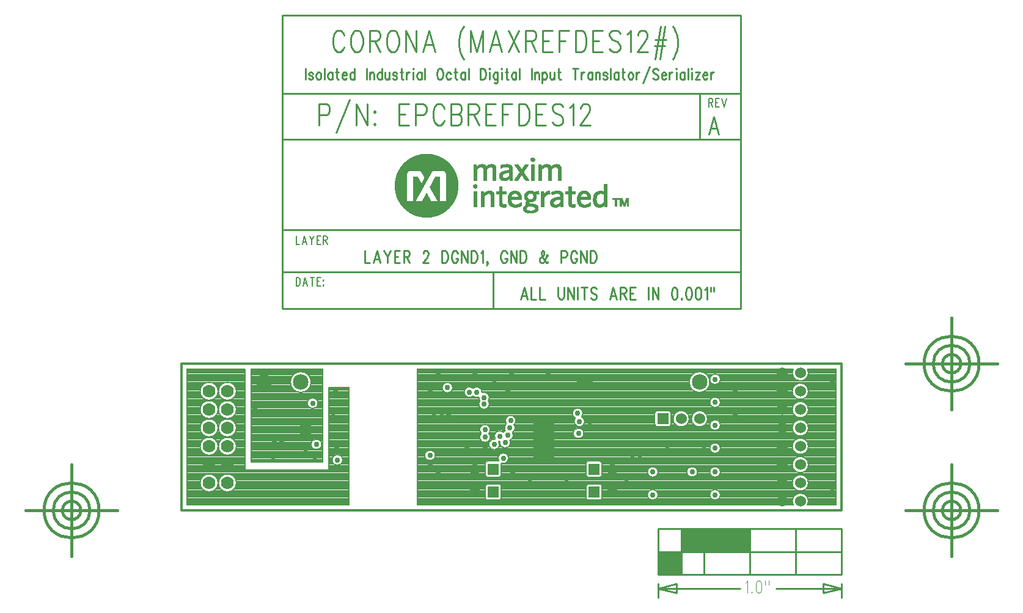
<source format=gbr>
*
*
G04 PADS 9.5 Build Number: 522968 generated Gerber (RS-274-X) file*
G04 PC Version=2.1*
*
%IN "MAXREFDES12_A.pcb"*%
*
%MOIN*%
*
%FSLAX35Y35*%
*
*
*
*
G04 PC Standard Apertures*
*
*
G04 Thermal Relief Aperture macro.*
%AMTER*
1,1,$1,0,0*
1,0,$1-$2,0,0*
21,0,$3,$4,0,0,45*
21,0,$3,$4,0,0,135*
%
*
*
G04 Annular Aperture macro.*
%AMANN*
1,1,$1,0,0*
1,0,$2,0,0*
%
*
*
G04 Odd Aperture macro.*
%AMODD*
1,1,$1,0,0*
1,0,$1-0.005,0,0*
%
*
*
G04 PC Custom Aperture Macros*
*
*
*
*
*
*
G04 PC Aperture Table*
*
%ADD046C,0.015*%
%ADD048C,0.03*%
%ADD054C,0.06*%
%ADD056C,0.07*%
%ADD059C,0.085*%
%ADD084R,0.06X0.06*%
%ADD151R,0.025X0.025*%
%ADD172C,0.012*%
%ADD177C,0.01*%
%ADD180C,0.007*%
%ADD185C,0.001*%
%ADD189C,0*%
%ADD193C,0.008*%
%ADD239C,0.002*%
%ADD251R,0.115X0.225*%
%ADD252C,0.009*%
%ADD253R,0.05906X0.09055*%
*
*
*
*
G04 PC Circuitry*
G04 Layer Name MAXREFDES12_A.pcb - circuitry*
%LPD*%
*
*
G04 PC Custom Flashes*
G04 Layer Name MAXREFDES12_A.pcb - flashes*
%LPD*%
*
*
G04 PC Circuitry*
G04 Layer Name MAXREFDES12_A.pcb - circuitry*
%LPD*%
*
G54D46*
G01X2240000Y1553750D02*
Y1548750D01*
Y1543750*
Y1583750D02*
Y1553750D01*
X2220000Y1568750D02*
X2215000D01*
X2225000D02*
X2220000D01*
X2240000Y1583750D02*
Y1588750D01*
X2260000Y1568750D02*
X2265000D01*
X2255000D02*
X2260000D01*
X2225000D02*
X2255000D01*
X2245000D02*
G75*
G03X2245000I-5000J0D01*
G01X2255000D02*
G03X2255000I-15000J0D01*
G01X2250000D02*
G03X2250000I-10000J0D01*
G01X2240000Y1588750D02*
Y1593750D01*
Y1473750D02*
Y1468750D01*
Y1463750*
Y1503750D02*
Y1473750D01*
X2220000Y1488750D02*
X2215000D01*
X2225000D02*
X2220000D01*
X2240000Y1503750D02*
Y1508750D01*
X2260000Y1488750D02*
X2265000D01*
X2255000D02*
X2260000D01*
X2225000D02*
X2255000D01*
X2245000D02*
G03X2245000I-5000J0D01*
G01X2255000D02*
G03X2255000I-15000J0D01*
G01X2250000D02*
G03X2250000I-10000J0D01*
G01X2240000Y1508750D02*
Y1513750D01*
X1760000Y1473750D02*
Y1468750D01*
Y1463750*
Y1503750D02*
Y1473750D01*
X1740000Y1488750D02*
X1735000D01*
X1745000D02*
X1740000D01*
X1760000Y1503750D02*
Y1508750D01*
X1780000Y1488750D02*
X1785000D01*
X1775000D02*
X1780000D01*
X1745000D02*
X1775000D01*
X1765000D02*
G03X1765000I-5000J0D01*
G01X1775000D02*
G03X1775000I-15000J0D01*
G01X1770000D02*
G03X1770000I-10000J0D01*
G01X1760000Y1508750D02*
Y1513750D01*
G54D48*
X1852500Y1493750D03*
X1875000D03*
X1892500D03*
X1960000Y1508750D03*
Y1493750D03*
X2000000D03*
X2000500Y1509250D03*
X2010000Y1506250D03*
X2037500Y1493750D03*
X2020000D03*
X2030000Y1506250D03*
X2062500Y1503750D03*
X2077000Y1497250D03*
Y1509750D03*
X2111000Y1497250D03*
X2087000Y1503250D03*
X2122000D03*
X2111000Y1509750D03*
X2098500D03*
X2175000Y1498750D03*
X1870000Y1516250D03*
X1860000Y1528750D03*
X1870500Y1526250D03*
X1860000Y1543750D03*
X1874500Y1526250D03*
X1887500Y1522250D03*
Y1542250D03*
X1905000Y1516250D03*
Y1511250D03*
X1892500Y1517750D03*
X1893500Y1524750D03*
X1891500Y1547250D03*
X1902500Y1542250D03*
X1904500Y1522750D03*
X1955500Y1514250D03*
X1957500Y1541750D03*
X1962000Y1540250D03*
X1955500Y1518750D03*
X1985500Y1532750D03*
Y1528750D03*
X1999000Y1533750D03*
X1990500Y1524750D03*
X1975500Y1523250D03*
X1985500D03*
X1998000Y1529750D03*
X1995500Y1517250D03*
X1993500Y1529250D03*
X1965500Y1541250D03*
X1996500Y1525750D03*
X1999500Y1537750D03*
X1985000Y1546750D03*
Y1550250D03*
X2036000Y1541750D03*
X2036500Y1530750D03*
X2037000Y1537250D03*
X2066000Y1519250D03*
X2052000Y1525750D03*
X2056000D03*
X2070000Y1519250D03*
X2042500Y1534750D03*
X2085000Y1523750D03*
X2105000D03*
X2111000Y1535250D03*
Y1547750D03*
X2122000Y1515750D03*
Y1528750D03*
Y1541250D03*
X2111000Y1522750D03*
X2175000Y1528750D03*
X1904000Y1553750D03*
X1955500Y1554250D03*
X1960000Y1563750D03*
X1965000Y1555750D03*
X2000000Y1563750D03*
X1980000D03*
X1990500Y1559750D03*
X1977000Y1553250D03*
X1981000D03*
X1998000Y1554250D03*
X2010000Y1556250D03*
X2020000Y1563750D03*
X2111000Y1560250D03*
X2122000Y1553750D03*
X2175000Y1558750D03*
G54D54*
X2092500Y1538750D03*
X2102500D03*
X2055000Y1498750D03*
Y1511250D03*
X1980000D03*
Y1498750D03*
X2157500Y1493750D03*
X2147500D03*
X2157500Y1503750D03*
X2147500D03*
X2157500Y1513750D03*
X2147500D03*
X2157500Y1523750D03*
X2147500D03*
X2157500Y1533750D03*
X2147500D03*
X2157500Y1543750D03*
X2147500D03*
X2157500Y1553750D03*
X2147500D03*
X2157500Y1563750D03*
X2147500D03*
G54D56*
X1845000Y1553750D03*
Y1543750D03*
Y1533750D03*
Y1523750D03*
Y1513750D03*
Y1503750D03*
X1835000Y1553750D03*
Y1543750D03*
Y1533750D03*
Y1523750D03*
Y1513750D03*
Y1503750D03*
G54D59*
X2040000Y1558750D03*
X1865000D03*
X1885000D03*
X2102500D03*
G54D84*
X2082500Y1538750D03*
X2045000Y1498750D03*
Y1511250D03*
X1990000D03*
Y1498750D03*
G54D151*
X2021000Y1519750D03*
X2014000D03*
X2021000Y1524750D03*
X2014000D03*
X2021000Y1531750D03*
X2014000D03*
X2021000Y1537750D03*
X2014000D03*
X2017500Y1522750D03*
Y1534750D03*
G54D172*
X1820000Y1488750D02*
Y1568750D01*
X2180000*
Y1488750*
X1820000*
G54D177*
X2080000Y1453750D02*
X2180000D01*
Y1478750*
X2080000*
Y1453750*
Y1446250D02*
X2124500D01*
X2080000D02*
X2090000Y1448750D01*
Y1443750*
X2080000Y1446250*
X2180000D02*
X2144136D01*
X2180000D02*
X2170000Y1443750D01*
Y1448750*
X2180000Y1446250*
X2080000Y1448750D02*
Y1441250D01*
X2180000Y1448750D02*
Y1441250D01*
X2082000Y1453750D02*
Y1466250D01*
X2083000Y1453750D02*
Y1466250D01*
X2084000D02*
Y1453750D01*
X2085000Y1466250D02*
Y1453750D01*
X2086000Y1466250D02*
Y1453750D01*
X2087000Y1466250D02*
Y1453750D01*
X2088000Y1466250D02*
Y1453750D01*
X2089000Y1466250D02*
Y1453750D01*
X2090000D02*
Y1466250D01*
X2091000Y1453750D02*
Y1466250D01*
X2094000D02*
Y1478750D01*
X2095000Y1466250D02*
Y1478750D01*
X2096000D02*
Y1466250D01*
X2097000Y1478750D02*
Y1466250D01*
X2098000Y1478750D02*
Y1466250D01*
X2099000Y1478750D02*
Y1466250D01*
X2100000Y1478750D02*
Y1466250D01*
X2101000Y1478750D02*
Y1466250D01*
X2102000D02*
Y1478750D01*
X2103000Y1466250D02*
Y1478750D01*
X2092500Y1453750D02*
Y1478750D01*
X2105000Y1453750D02*
Y1478750D01*
X2080000Y1466250D02*
X2180000D01*
X2155000Y1453750D02*
Y1478750D01*
X2130000Y1453750D02*
Y1478750D01*
X2081000Y1453750D02*
Y1466250D01*
X2091500Y1453750D02*
Y1466250D01*
X2093500D02*
Y1478750D01*
X2104000Y1466250D02*
Y1478750D01*
X2107000Y1466250D02*
Y1478750D01*
X2106000Y1466250D02*
Y1478750D01*
X2108000Y1466250D02*
Y1478750D01*
X2109000D02*
Y1466250D01*
X2110000Y1478750D02*
Y1466250D01*
X2111000Y1478750D02*
Y1466250D01*
X2112000Y1478750D02*
Y1466250D01*
X2113000Y1478750D02*
Y1466250D01*
X2115000D02*
Y1478750D01*
X2114000D02*
Y1466250D01*
X2116000D02*
Y1478750D01*
X2117000Y1466250D02*
Y1478750D01*
X2119000Y1466250D02*
Y1478750D01*
X2118000Y1466250D02*
Y1478750D01*
X2120000Y1466250D02*
Y1478750D01*
X2121000D02*
Y1466250D01*
X2122000Y1478750D02*
Y1466250D01*
X2123000Y1478750D02*
Y1466250D01*
X2124000Y1478750D02*
Y1466250D01*
X2125000Y1478750D02*
Y1466250D01*
X2126000Y1478750D02*
Y1466250D01*
X2127000D02*
Y1478750D01*
X2128000Y1466250D02*
Y1478750D01*
X2129000Y1466250D02*
Y1478750D01*
X2125000Y1598750D02*
Y1758750D01*
X1875000*
Y1598750*
X2125000*
X2102500Y1716250D02*
Y1691250D01*
X2125000Y1716250D02*
X1875000D01*
X2125000Y1691250D02*
X1875000D01*
X2125000Y1618750D02*
X1875000D01*
X2125000Y1641950D02*
X1875000D01*
X1990000Y1598750D02*
Y1618750D01*
X1895000Y1710563D02*
Y1698750D01*
Y1710563D02*
X1898682D01*
X1898682D02*
X1899909Y1710000D01*
X1900318Y1709438*
X1900318D02*
X1900727Y1708313D01*
X1900727D02*
Y1706625D01*
X1900318Y1705500*
X1899909Y1704938*
X1899909D02*
X1898682Y1704375D01*
X1895000*
X1911773Y1712813D02*
X1904409Y1694812D01*
X1915455Y1710563D02*
Y1698750D01*
Y1710563D02*
X1921182Y1698750D01*
Y1710563D02*
Y1698750D01*
X1925273Y1706625D02*
X1924864Y1706063D01*
X1924864D02*
X1925273Y1705500D01*
X1925682Y1706063*
X1925682D02*
X1925273Y1706625D01*
Y1699875D02*
X1924864Y1699313D01*
X1924864D02*
X1925273Y1698750D01*
X1925682Y1699313*
X1925682D02*
X1925273Y1699875D01*
X1938773Y1710563D02*
Y1698750D01*
Y1710563D02*
X1944091D01*
X1938773Y1704938D02*
X1942045D01*
X1938773Y1698750D02*
X1944091D01*
X1947773Y1710563D02*
Y1698750D01*
Y1710563D02*
X1951455D01*
X1951455D02*
X1952682Y1710000D01*
X1953091Y1709438*
X1953091D02*
X1953500Y1708313D01*
X1953500D02*
Y1706625D01*
X1953091Y1705500*
X1952682Y1704938*
X1952682D02*
X1951455Y1704375D01*
X1947773*
X1963318Y1707750D02*
X1962909Y1708875D01*
X1962091Y1710000*
X1961273Y1710563*
X1961273D02*
X1959636D01*
X1959636D02*
X1958818Y1710000D01*
X1958000Y1708875*
X1957591Y1707750*
X1957182Y1706063*
X1957182D02*
Y1703250D01*
X1957591Y1701563*
X1957591D02*
X1958000Y1700438D01*
X1958000D02*
X1958818Y1699313D01*
X1958818D02*
X1959636Y1698750D01*
X1961273*
X1962091Y1699313*
X1962091D02*
X1962909Y1700438D01*
X1962909D02*
X1963318Y1701563D01*
X1967000Y1710563D02*
Y1698750D01*
Y1710563D02*
X1970682D01*
X1970682D02*
X1971909Y1710000D01*
X1972318Y1709438*
X1972318D02*
X1972727Y1708313D01*
X1972727D02*
Y1707188D01*
X1972727D02*
X1972318Y1706063D01*
X1972318D02*
X1971909Y1705500D01*
X1970682Y1704938*
X1967000D02*
X1970682D01*
X1970682D02*
X1971909Y1704375D01*
X1972318Y1703813*
X1972318D02*
X1972727Y1702688D01*
X1972727D02*
Y1701000D01*
X1972318Y1699875*
X1971909Y1699313*
X1971909D02*
X1970682Y1698750D01*
X1967000*
X1976409Y1710563D02*
Y1698750D01*
Y1710563D02*
X1980091D01*
X1980091D02*
X1981318Y1710000D01*
X1981727Y1709438*
X1981727D02*
X1982136Y1708313D01*
X1982136D02*
Y1707188D01*
X1982136D02*
X1981727Y1706063D01*
X1981727D02*
X1981318Y1705500D01*
X1980091Y1704938*
X1980091D02*
X1976409D01*
X1979273D02*
X1982136Y1698750D01*
X1985818Y1710563D02*
Y1698750D01*
Y1710563D02*
X1991136D01*
X1985818Y1704938D02*
X1989091D01*
X1985818Y1698750D02*
X1991136D01*
X1994818Y1710563D02*
Y1698750D01*
Y1710563D02*
X2000136D01*
X1994818Y1704938D02*
X1998091D01*
X2003818Y1710563D02*
Y1698750D01*
Y1710563D02*
X2006682D01*
X2006682D02*
X2007909Y1710000D01*
X2008727Y1708875*
X2009136Y1707750*
X2009545Y1706063*
X2009545D02*
Y1703250D01*
X2009136Y1701563*
X2009136D02*
X2008727Y1700438D01*
X2008727D02*
X2007909Y1699313D01*
X2007909D02*
X2006682Y1698750D01*
X2003818*
X2013227Y1710563D02*
Y1698750D01*
Y1710563D02*
X2018545D01*
X2013227Y1704938D02*
X2016500D01*
X2013227Y1698750D02*
X2018545D01*
X2027955Y1708875D02*
X2027136Y1710000D01*
X2025909Y1710563*
X2025909D02*
X2024273D01*
X2024273D02*
X2023045Y1710000D01*
X2022227Y1708875*
Y1707750*
X2022636Y1706625*
X2023045Y1706063*
X2023045D02*
X2023864Y1705500D01*
X2026318Y1704375*
X2027136Y1703813*
X2027136D02*
X2027545Y1703250D01*
X2027955Y1702125*
Y1700438*
X2027955D02*
X2027136Y1699313D01*
X2027136D02*
X2025909Y1698750D01*
X2024273*
X2023045Y1699313*
X2023045D02*
X2022227Y1700438D01*
X2031636Y1708313D02*
X2032455Y1708875D01*
X2033682Y1710563*
X2033682D02*
Y1698750D01*
X2037773Y1707750D02*
Y1708313D01*
X2037773D02*
X2038182Y1709438D01*
X2038182D02*
X2038591Y1710000D01*
X2039409Y1710563*
X2039409D02*
X2041045D01*
X2041045D02*
X2041864Y1710000D01*
X2042273Y1709438*
X2042273D02*
X2042682Y1708313D01*
X2042682D02*
Y1707188D01*
X2042682D02*
X2042273Y1706063D01*
X2042273D02*
X2041455Y1704375D01*
X2037364Y1698750*
X2043091*
X1908636Y1747750D02*
X1908227Y1748875D01*
X1907409Y1750000*
X1906591Y1750563*
X1906591D02*
X1904955D01*
X1904955D02*
X1904136Y1750000D01*
X1903318Y1748875*
X1902909Y1747750*
X1902500Y1746063*
X1902500D02*
Y1743250D01*
X1902909Y1741563*
X1902909D02*
X1903318Y1740438D01*
X1903318D02*
X1904136Y1739313D01*
X1904136D02*
X1904955Y1738750D01*
X1906591*
X1907409Y1739313*
X1907409D02*
X1908227Y1740438D01*
X1908227D02*
X1908636Y1741563D01*
X1914773Y1750563D02*
X1913955Y1750000D01*
X1913136Y1748875*
X1912727Y1747750*
X1912318Y1746063*
X1912318D02*
Y1743250D01*
X1912727Y1741563*
X1912727D02*
X1913136Y1740438D01*
X1913136D02*
X1913955Y1739313D01*
X1913955D02*
X1914773Y1738750D01*
X1916409*
X1917227Y1739313*
X1917227D02*
X1918045Y1740438D01*
X1918045D02*
X1918455Y1741563D01*
X1918455D02*
X1918864Y1743250D01*
Y1746063*
X1918864D02*
X1918455Y1747750D01*
X1918045Y1748875*
X1917227Y1750000*
X1916409Y1750563*
X1916409D02*
X1914773D01*
X1922545D02*
Y1738750D01*
Y1750563D02*
X1926227D01*
X1926227D02*
X1927455Y1750000D01*
X1927864Y1749438*
X1927864D02*
X1928273Y1748313D01*
X1928273D02*
Y1747188D01*
X1928273D02*
X1927864Y1746063D01*
X1927864D02*
X1927455Y1745500D01*
X1926227Y1744938*
X1926227D02*
X1922545D01*
X1925409D02*
X1928273Y1738750D01*
X1934409Y1750563D02*
X1933591Y1750000D01*
X1932773Y1748875*
X1932364Y1747750*
X1931955Y1746063*
X1931955D02*
Y1743250D01*
X1932364Y1741563*
X1932364D02*
X1932773Y1740438D01*
X1932773D02*
X1933591Y1739313D01*
X1933591D02*
X1934409Y1738750D01*
X1936045*
X1936864Y1739313*
X1936864D02*
X1937682Y1740438D01*
X1937682D02*
X1938091Y1741563D01*
X1938091D02*
X1938500Y1743250D01*
Y1746063*
X1938500D02*
X1938091Y1747750D01*
X1937682Y1748875*
X1936864Y1750000*
X1936045Y1750563*
X1936045D02*
X1934409D01*
X1942182D02*
Y1738750D01*
Y1750563D02*
X1947909Y1738750D01*
Y1750563D02*
Y1738750D01*
X1954864Y1750563D02*
X1951591Y1738750D01*
X1954864Y1750563D02*
X1958136Y1738750D01*
X1952818Y1742688D02*
X1956909D01*
X1974091Y1752813D02*
X1973273Y1751688D01*
X1973273D02*
X1972455Y1750000D01*
X1971636Y1747750*
X1971227Y1744938*
X1971227D02*
Y1742688D01*
X1971227D02*
X1971636Y1739875D01*
X1972455Y1737625*
X1973273Y1735937*
X1973273D02*
X1974091Y1734812D01*
X1977773Y1750563D02*
Y1738750D01*
Y1750563D02*
X1981045Y1738750D01*
X1984318Y1750563D02*
X1981045Y1738750D01*
X1984318Y1750563D02*
Y1738750D01*
X1991273Y1750563D02*
X1988000Y1738750D01*
X1991273Y1750563D02*
X1994545Y1738750D01*
X1989227Y1742688D02*
X1993318D01*
X1998227Y1750563D02*
X2003955Y1738750D01*
Y1750563D02*
X1998227Y1738750D01*
X2007636Y1750563D02*
Y1738750D01*
Y1750563D02*
X2011318D01*
X2011318D02*
X2012545Y1750000D01*
X2012955Y1749438*
X2012955D02*
X2013364Y1748313D01*
X2013364D02*
Y1747188D01*
X2013364D02*
X2012955Y1746063D01*
X2012955D02*
X2012545Y1745500D01*
X2011318Y1744938*
X2011318D02*
X2007636D01*
X2010500D02*
X2013364Y1738750D01*
X2017045Y1750563D02*
Y1738750D01*
Y1750563D02*
X2022364D01*
X2017045Y1744938D02*
X2020318D01*
X2017045Y1738750D02*
X2022364D01*
X2026045Y1750563D02*
Y1738750D01*
Y1750563D02*
X2031364D01*
X2026045Y1744938D02*
X2029318D01*
X2035045Y1750563D02*
Y1738750D01*
Y1750563D02*
X2037909D01*
X2037909D02*
X2039136Y1750000D01*
X2039955Y1748875*
X2040364Y1747750*
X2040773Y1746063*
X2040773D02*
Y1743250D01*
X2040364Y1741563*
X2040364D02*
X2039955Y1740438D01*
X2039955D02*
X2039136Y1739313D01*
X2039136D02*
X2037909Y1738750D01*
X2035045*
X2044455Y1750563D02*
Y1738750D01*
Y1750563D02*
X2049773D01*
X2044455Y1744938D02*
X2047727D01*
X2044455Y1738750D02*
X2049773D01*
X2059182Y1748875D02*
X2058364Y1750000D01*
X2057136Y1750563*
X2057136D02*
X2055500D01*
X2055500D02*
X2054273Y1750000D01*
X2053455Y1748875*
Y1747750*
X2053864Y1746625*
X2054273Y1746063*
X2054273D02*
X2055091Y1745500D01*
X2057545Y1744375*
X2058364Y1743813*
X2058364D02*
X2058773Y1743250D01*
X2059182Y1742125*
Y1740438*
X2059182D02*
X2058364Y1739313D01*
X2058364D02*
X2057136Y1738750D01*
X2055500*
X2054273Y1739313*
X2054273D02*
X2053455Y1740438D01*
X2062864Y1748313D02*
X2063682Y1748875D01*
X2064909Y1750563*
X2064909D02*
Y1738750D01*
X2069000Y1747750D02*
Y1748313D01*
X2069000D02*
X2069409Y1749438D01*
X2069409D02*
X2069818Y1750000D01*
X2070636Y1750563*
X2070636D02*
X2072273D01*
X2072273D02*
X2073091Y1750000D01*
X2073500Y1749438*
X2073500D02*
X2073909Y1748313D01*
X2073909D02*
Y1747188D01*
X2073909D02*
X2073500Y1746063D01*
X2073500D02*
X2072682Y1744375D01*
X2068591Y1738750*
X2074318*
X2081273Y1752813D02*
X2078409Y1734812D01*
X2083727Y1752813D02*
X2080864Y1734812D01*
X2078409Y1745500D02*
X2084136D01*
X2078000Y1742125D02*
X2083727D01*
X2087818Y1752813D02*
X2088636Y1751688D01*
X2088636D02*
X2089455Y1750000D01*
X2090273Y1747750*
X2090682Y1744938*
X2090682D02*
Y1742688D01*
X2090682D02*
X2090273Y1739875D01*
X2089455Y1737625*
X2088636Y1735937*
X2088636D02*
X2087818Y1734812D01*
X2110227Y1703594D02*
X2107500Y1693750D01*
X2110227Y1703594D02*
X2112955Y1693750D01*
X2108523Y1697031D02*
X2111932D01*
X2006818Y1610313D02*
X2005000Y1603750D01*
X2006818Y1610313D02*
X2008636Y1603750D01*
X2005682Y1605938D02*
X2007955D01*
X2010682Y1610313D02*
Y1603750D01*
X2013409*
X2015455Y1610313D02*
Y1603750D01*
X2018182*
X2025455Y1610313D02*
Y1605625D01*
X2025682Y1604688*
X2025682D02*
X2026136Y1604063D01*
X2026136D02*
X2026818Y1603750D01*
X2027273*
X2027955Y1604063*
X2027955D02*
X2028409Y1604688D01*
X2028409D02*
X2028636Y1605625D01*
Y1610313*
X2030682D02*
Y1603750D01*
Y1610313D02*
X2033864Y1603750D01*
Y1610313D02*
Y1603750D01*
X2035909Y1610313D02*
Y1603750D01*
X2039545Y1610313D02*
Y1603750D01*
X2037955Y1610313D02*
X2041136D01*
X2046364Y1609375D02*
X2045909Y1610000D01*
X2045227Y1610313*
X2045227D02*
X2044318D01*
X2044318D02*
X2043636Y1610000D01*
X2043182Y1609375*
Y1608750*
X2043409Y1608125*
X2043636Y1607813*
X2043636D02*
X2044091Y1607500D01*
X2045455Y1606875*
X2045909Y1606563*
X2045909D02*
X2046136Y1606250D01*
X2046364Y1605625*
Y1604688*
X2046364D02*
X2045909Y1604063D01*
X2045909D02*
X2045227Y1603750D01*
X2044318*
X2043636Y1604063*
X2043636D02*
X2043182Y1604688D01*
X2055455Y1610313D02*
X2053636Y1603750D01*
X2055455Y1610313D02*
X2057273Y1603750D01*
X2054318Y1605938D02*
X2056591D01*
X2059318Y1610313D02*
Y1603750D01*
Y1610313D02*
X2061364D01*
X2061364D02*
X2062045Y1610000D01*
X2062273Y1609688*
X2062273D02*
X2062500Y1609063D01*
X2062500D02*
Y1608438D01*
X2062500D02*
X2062273Y1607813D01*
X2062273D02*
X2062045Y1607500D01*
X2061364Y1607188*
X2061364D02*
X2059318D01*
X2060909D02*
X2062500Y1603750D01*
X2064545Y1610313D02*
Y1603750D01*
Y1610313D02*
X2067500D01*
X2064545Y1607188D02*
X2066364D01*
X2064545Y1603750D02*
X2067500D01*
X2074773Y1610313D02*
Y1603750D01*
X2076818Y1610313D02*
Y1603750D01*
Y1610313D02*
X2080000Y1603750D01*
Y1610313D02*
Y1603750D01*
X2088636Y1610313D02*
X2087955Y1610000D01*
X2087500Y1609063*
X2087500D02*
X2087273Y1607500D01*
Y1606563*
X2087273D02*
X2087500Y1605000D01*
X2087955Y1604063*
X2087955D02*
X2088636Y1603750D01*
X2089091*
X2089773Y1604063*
X2089773D02*
X2090227Y1605000D01*
X2090455Y1606563*
X2090455D02*
Y1607500D01*
X2090227Y1609063*
X2090227D02*
X2089773Y1610000D01*
X2089091Y1610313*
X2089091D02*
X2088636D01*
X2092727Y1604375D02*
X2092500Y1604063D01*
X2092500D02*
X2092727Y1603750D01*
X2092955Y1604063*
X2092955D02*
X2092727Y1604375D01*
X2096364Y1610313D02*
X2095682Y1610000D01*
X2095227Y1609063*
X2095227D02*
X2095000Y1607500D01*
Y1606563*
X2095000D02*
X2095227Y1605000D01*
X2095682Y1604063*
X2095682D02*
X2096364Y1603750D01*
X2096818*
X2097500Y1604063*
X2097500D02*
X2097955Y1605000D01*
X2098182Y1606563*
X2098182D02*
Y1607500D01*
X2097955Y1609063*
X2097955D02*
X2097500Y1610000D01*
X2096818Y1610313*
X2096818D02*
X2096364D01*
X2101591D02*
X2100909Y1610000D01*
X2100455Y1609063*
X2100455D02*
X2100227Y1607500D01*
Y1606563*
X2100227D02*
X2100455Y1605000D01*
X2100909Y1604063*
X2100909D02*
X2101591Y1603750D01*
X2102045*
X2102727Y1604063*
X2102727D02*
X2103182Y1605000D01*
X2103409Y1606563*
X2103409D02*
Y1607500D01*
X2103182Y1609063*
X2103182D02*
X2102727Y1610000D01*
X2102045Y1610313*
X2102045D02*
X2101591D01*
X2105455Y1609063D02*
X2105909Y1609375D01*
X2106591Y1610313*
X2106591D02*
Y1603750D01*
X2108636Y1610313D02*
Y1608125D01*
X2110455Y1610313D02*
Y1608125D01*
X1920000Y1630313D02*
Y1623750D01*
X1922727*
X1926591Y1630313D02*
X1924773Y1623750D01*
X1926591Y1630313D02*
X1928409Y1623750D01*
X1925455Y1625938D02*
X1927727D01*
X1930455Y1630313D02*
X1932273Y1627188D01*
X1932273D02*
Y1623750D01*
X1934091Y1630313D02*
X1932273Y1627188D01*
X1936136Y1630313D02*
Y1623750D01*
Y1630313D02*
X1939091D01*
X1936136Y1627188D02*
X1937955D01*
X1936136Y1623750D02*
X1939091D01*
X1941136Y1630313D02*
Y1623750D01*
Y1630313D02*
X1943182D01*
X1943182D02*
X1943864Y1630000D01*
X1944091Y1629688*
X1944091D02*
X1944318Y1629063D01*
X1944318D02*
Y1628438D01*
X1944318D02*
X1944091Y1627813D01*
X1944091D02*
X1943864Y1627500D01*
X1943182Y1627188*
X1943182D02*
X1941136D01*
X1942727D02*
X1944318Y1623750D01*
X1951818Y1628750D02*
Y1629063D01*
X1951818D02*
X1952045Y1629688D01*
X1952045D02*
X1952273Y1630000D01*
X1952727Y1630313*
X1952727D02*
X1953636D01*
X1953636D02*
X1954091Y1630000D01*
X1954318Y1629688*
X1954318D02*
X1954545Y1629063D01*
X1954545D02*
Y1628438D01*
X1954545D02*
X1954318Y1627813D01*
X1954318D02*
X1953864Y1626875D01*
X1951591Y1623750*
X1954773*
X1962045Y1630313D02*
Y1623750D01*
Y1630313D02*
X1963636D01*
X1963636D02*
X1964318Y1630000D01*
X1964773Y1629375*
X1965000Y1628750*
X1965227Y1627813*
X1965227D02*
Y1626250D01*
X1965000Y1625313*
X1965000D02*
X1964773Y1624688D01*
X1964773D02*
X1964318Y1624063D01*
X1964318D02*
X1963636Y1623750D01*
X1962045*
X1970682Y1628750D02*
X1970455Y1629375D01*
X1970000Y1630000*
X1969545Y1630313*
X1969545D02*
X1968636D01*
X1968636D02*
X1968182Y1630000D01*
X1967727Y1629375*
X1967500Y1628750*
X1967273Y1627813*
X1967273D02*
Y1626250D01*
X1967500Y1625313*
X1967500D02*
X1967727Y1624688D01*
X1967727D02*
X1968182Y1624063D01*
X1968182D02*
X1968636Y1623750D01*
X1969545*
X1970000Y1624063*
X1970000D02*
X1970455Y1624688D01*
X1970455D02*
X1970682Y1625313D01*
X1970682D02*
Y1626250D01*
X1969545D02*
X1970682D01*
X1972727Y1630313D02*
Y1623750D01*
Y1630313D02*
X1975909Y1623750D01*
Y1630313D02*
Y1623750D01*
X1977955Y1630313D02*
Y1623750D01*
Y1630313D02*
X1979545D01*
X1979545D02*
X1980227Y1630000D01*
X1980682Y1629375*
X1980909Y1628750*
X1981136Y1627813*
X1981136D02*
Y1626250D01*
X1980909Y1625313*
X1980909D02*
X1980682Y1624688D01*
X1980682D02*
X1980227Y1624063D01*
X1980227D02*
X1979545Y1623750D01*
X1977955*
X1983182Y1629063D02*
X1983636Y1629375D01*
X1984318Y1630313*
X1984318D02*
Y1623750D01*
X1986818Y1624063D02*
X1986591Y1623750D01*
X1986364Y1624063*
X1986364D02*
X1986591Y1624375D01*
X1986818Y1624063*
X1986818D02*
Y1623437D01*
X1986818D02*
X1986591Y1622812D01*
X1986591D02*
X1986364Y1622500D01*
X1997500Y1628750D02*
X1997273Y1629375D01*
X1996818Y1630000*
X1996364Y1630313*
X1996364D02*
X1995455D01*
X1995455D02*
X1995000Y1630000D01*
X1994545Y1629375*
X1994318Y1628750*
X1994091Y1627813*
X1994091D02*
Y1626250D01*
X1994318Y1625313*
X1994318D02*
X1994545Y1624688D01*
X1994545D02*
X1995000Y1624063D01*
X1995000D02*
X1995455Y1623750D01*
X1996364*
X1996818Y1624063*
X1996818D02*
X1997273Y1624688D01*
X1997273D02*
X1997500Y1625313D01*
X1997500D02*
Y1626250D01*
X1996364D02*
X1997500D01*
X1999545Y1630313D02*
Y1623750D01*
Y1630313D02*
X2002727Y1623750D01*
Y1630313D02*
Y1623750D01*
X2004773Y1630313D02*
Y1623750D01*
Y1630313D02*
X2006364D01*
X2006364D02*
X2007045Y1630000D01*
X2007500Y1629375*
X2007727Y1628750*
X2007955Y1627813*
X2007955D02*
Y1626250D01*
X2007727Y1625313*
X2007727D02*
X2007500Y1624688D01*
X2007500D02*
X2007045Y1624063D01*
X2007045D02*
X2006364Y1623750D01*
X2004773*
X2019773Y1627500D02*
Y1627813D01*
X2019773D02*
X2019545Y1628125D01*
X2019318*
X2019091Y1627813*
X2019091D02*
X2018864Y1627188D01*
X2018864D02*
X2018409Y1625625D01*
X2017955Y1624688*
X2017955D02*
X2017500Y1624063D01*
X2017500D02*
X2017045Y1623750D01*
X2016136*
X2015682Y1624063*
X2015682D02*
X2015455Y1624375D01*
X2015227Y1625000*
Y1625625*
X2015455Y1626250*
X2015682Y1626563*
X2015682D02*
X2017273Y1627813D01*
X2017273D02*
X2017500Y1628125D01*
X2017727Y1628750*
Y1629375*
X2017500Y1630000*
X2017045Y1630313*
X2017045D02*
X2016591Y1630000D01*
X2016364Y1629375*
Y1628750*
X2016591Y1627813*
X2016591D02*
X2017045Y1626875D01*
X2018182Y1624688*
X2018182D02*
X2018636Y1624063D01*
X2018636D02*
X2019091Y1623750D01*
X2019545*
X2019773Y1624063*
X2019773D02*
Y1624375D01*
X2027045Y1630313D02*
Y1623750D01*
Y1630313D02*
X2029091D01*
X2029091D02*
X2029773Y1630000D01*
X2030000Y1629688*
X2030000D02*
X2030227Y1629063D01*
X2030227D02*
Y1628125D01*
X2030000Y1627500*
X2029773Y1627188*
X2029773D02*
X2029091Y1626875D01*
X2027045*
X2035682Y1628750D02*
X2035455Y1629375D01*
X2035000Y1630000*
X2034545Y1630313*
X2034545D02*
X2033636D01*
X2033636D02*
X2033182Y1630000D01*
X2032727Y1629375*
X2032500Y1628750*
X2032273Y1627813*
X2032273D02*
Y1626250D01*
X2032500Y1625313*
X2032500D02*
X2032727Y1624688D01*
X2032727D02*
X2033182Y1624063D01*
X2033182D02*
X2033636Y1623750D01*
X2034545*
X2035000Y1624063*
X2035000D02*
X2035455Y1624688D01*
X2035455D02*
X2035682Y1625313D01*
X2035682D02*
Y1626250D01*
X2034545D02*
X2035682D01*
X2037727Y1630313D02*
Y1623750D01*
Y1630313D02*
X2040909Y1623750D01*
Y1630313D02*
Y1623750D01*
X2042955Y1630313D02*
Y1623750D01*
Y1630313D02*
X2044545D01*
X2044545D02*
X2045227Y1630000D01*
X2045682Y1629375*
X2045909Y1628750*
X2046136Y1627813*
X2046136D02*
Y1626250D01*
X2045909Y1625313*
X2045909D02*
X2045682Y1624688D01*
X2045682D02*
X2045227Y1624063D01*
X2045227D02*
X2044545Y1623750D01*
X2042955*
G54D180*
X1882500Y1615844D02*
Y1611250D01*
Y1615844D02*
X1883614D01*
X1884091Y1615625*
X1884409Y1615188*
X1884409D02*
X1884568Y1614750D01*
X1884727Y1614094*
Y1613000*
X1884568Y1612344*
X1884409Y1611906*
X1884091Y1611469*
X1883614Y1611250*
X1882500*
X1887432Y1615844D02*
X1886159Y1611250D01*
X1887432Y1615844D02*
X1888705Y1611250D01*
X1886636Y1612781D02*
X1888227D01*
X1891250Y1615844D02*
Y1611250D01*
X1890136Y1615844D02*
X1892364D01*
X1893795D02*
Y1611250D01*
Y1615844D02*
X1895864D01*
X1893795Y1613656D02*
X1895068D01*
X1893795Y1611250D02*
X1895864D01*
X1897455Y1614313D02*
X1897295Y1614094D01*
X1897455Y1613875*
X1897614Y1614094*
X1897455Y1614313*
Y1611688D02*
X1897295Y1611469D01*
X1897455Y1611250*
X1897614Y1611469*
X1897455Y1611688*
X1882500Y1638344D02*
Y1633750D01*
X1884409*
X1887114Y1638344D02*
X1885841Y1633750D01*
X1887114Y1638344D02*
X1888386Y1633750D01*
X1886318Y1635281D02*
X1887909D01*
X1889818Y1638344D02*
X1891091Y1636156D01*
Y1633750*
X1892364Y1638344D02*
X1891091Y1636156D01*
X1893795Y1638344D02*
Y1633750D01*
Y1638344D02*
X1895864D01*
X1893795Y1636156D02*
X1895068D01*
X1893795Y1633750D02*
X1895864D01*
X1897295Y1638344D02*
Y1633750D01*
Y1638344D02*
X1898727D01*
X1899205Y1638125*
X1899364Y1637906*
X1899523Y1637469*
Y1637031*
X1899364Y1636594*
X1899205Y1636375*
X1898727Y1636156*
X1897295*
X1898409D02*
X1899523Y1633750D01*
X2107500Y1713344D02*
Y1708750D01*
Y1713344D02*
X2108932D01*
X2109409Y1713125*
X2109568Y1712906*
X2109727Y1712469*
Y1712031*
X2109568Y1711594*
X2109409Y1711375*
X2108932Y1711156*
X2107500*
X2108614D02*
X2109727Y1708750D01*
X2111159Y1713344D02*
Y1708750D01*
Y1713344D02*
X2113227D01*
X2111159Y1711156D02*
X2112432D01*
X2111159Y1708750D02*
X2113227D01*
X2114659Y1713344D02*
X2115932Y1708750D01*
X2117205Y1713344D02*
X2115932Y1708750D01*
G54D185*
X2080000Y1453750D02*
X2080003D01*
X2180000D02*
X2180003D01*
G54D189*
X2127500Y1449063D02*
X2127955Y1449375D01*
X2128636Y1450313*
X2128636D02*
Y1443750D01*
X2130909Y1444375D02*
X2130682Y1444063D01*
X2130682D02*
X2130909Y1443750D01*
X2131136Y1444063*
X2131136D02*
X2130909Y1444375D01*
X2134545Y1450313D02*
X2133864Y1450000D01*
X2133409Y1449063*
X2133409D02*
X2133182Y1447500D01*
Y1446563*
X2133182D02*
X2133409Y1445000D01*
X2133864Y1444063*
X2133864D02*
X2134545Y1443750D01*
X2135000*
X2135682Y1444063*
X2135682D02*
X2136136Y1445000D01*
X2136364Y1446563*
X2136364D02*
Y1447500D01*
X2136136Y1449063*
X2136136D02*
X2135682Y1450000D01*
X2135000Y1450313*
X2135000D02*
X2134545D01*
X2138409D02*
Y1448125D01*
X2140227Y1450313D02*
Y1448125D01*
G54D193*
X1896400Y1524750D02*
G03X1896400I-2900J0D01*
G01X1894400Y1547250D02*
G03X1894400I-2900J0D01*
G01X1890650Y1558750D02*
G03X1890650I-5650J0D01*
G01X1907900Y1516250D02*
G03X1907900I-2900J0D01*
G01X1849900Y1503750D02*
G03X1849900I-4900J0D01*
G01Y1523750D02*
G03X1849900I-4900J0D01*
G01Y1533750D02*
G03X1849900I-4900J0D01*
G01Y1543750D02*
G03X1849900I-4900J0D01*
G01Y1553750D02*
G03X1849900I-4900J0D01*
G01X1839900Y1503750D02*
G03X1839900I-4900J0D01*
G01Y1523750D02*
G03X1839900I-4900J0D01*
G01Y1533750D02*
G03X1839900I-4900J0D01*
G01Y1543750D02*
G03X1839900I-4900J0D01*
G01Y1553750D02*
G03X1839900I-4900J0D01*
G01X2161900Y1503750D02*
G03X2161900I-4400J0D01*
G01Y1513750D02*
G03X2161900I-4400J0D01*
G01Y1523750D02*
G03X2161900I-4400J0D01*
G01Y1533750D02*
G03X2161900I-4400J0D01*
G01Y1543750D02*
G03X2161900I-4400J0D01*
G01Y1553750D02*
G03X2161900I-4400J0D01*
G01X2113900Y1497250D02*
G03X2113900I-2900J0D01*
G01Y1509750D02*
G03X2113900I-2900J0D01*
G01Y1522750D02*
G03X2113900I-2900J0D01*
G01Y1535250D02*
G03X2113900I-2900J0D01*
G01Y1547750D02*
G03X2113900I-2900J0D01*
G01X2101400Y1509750D02*
G03X2101400I-2900J0D01*
G01X2106900Y1538750D02*
G03X2106900I-4400J0D01*
G01X2096900D02*
G03X2096900I-4400J0D01*
G01X2108150Y1558750D02*
G03X2108150I-5650J0D01*
G01X2113900Y1560250D02*
G03X2113900I-2900J0D01*
G01X2079900Y1497250D02*
G03X2079900I-2900J0D01*
G01Y1509750D02*
G03X2079900I-2900J0D01*
G01X2039400Y1530750D02*
G03X2039400I-2900J0D01*
G01X1967900Y1555750D02*
G03X1967900I-2900J0D01*
G01X1958400Y1518750D02*
G03X1958400I-2900J0D01*
G01X1897100Y1515190D02*
Y1565810D01*
G03X1897060Y1565850I-40J-0*
G01X1857940*
G03X1857900Y1565810I0J-40*
G01Y1515190*
G03X1857940Y1515150I40J0*
G01X1897060*
G03X1897100Y1515190I0J40*
G01X1911350Y1491690D02*
Y1555810D01*
G03X1911310Y1555850I-40J0*
G01X1900440*
G03X1900400Y1555810I0J-40*
G01Y1510850*
X1854600*
Y1565810*
G03X1854560Y1565850I-40J-0*
G01X1822940*
G03X1822900Y1565810I0J-40*
G01Y1491690*
G03X1822940Y1491650I40J0*
G01X1911310*
G03X1911350Y1491690I0J40*
G01X2177100D02*
Y1565810D01*
G03X2177060Y1565850I-40J-0*
G01X2161433*
G03X2161398Y1565791I0J-40*
G01X2153602D02*
G03X2161398I3898J-2041D01*
G01X2153602D02*
G03X2153567Y1565850I-35J19D01*
G01X1948690*
G03X1948650Y1565810I0J-40*
G01Y1491690*
G03X1948690Y1491650I40J0*
G01X2153567*
G03X2153602Y1491709I-0J40*
G01X2161398D02*
G03X2153602I-3898J2041D01*
G01X2161398D02*
G03X2161433Y1491650I35J-19D01*
G01X2177060*
G03X2177100Y1491690I-0J40*
G01X1896400Y1524750D02*
G03X1896400I-2900J0D01*
G01X1894400Y1547250D02*
G03X1894400I-2900J0D01*
G01X1890650Y1558750D02*
G03X1890650I-5650J0D01*
G01X1907900Y1516250D02*
G03X1907900I-2900J0D01*
G01X1849900Y1503750D02*
G03X1849900I-4900J0D01*
G01Y1523750D02*
G03X1849900I-4900J0D01*
G01Y1533750D02*
G03X1849900I-4900J0D01*
G01Y1543750D02*
G03X1849900I-4900J0D01*
G01Y1553750D02*
G03X1849900I-4900J0D01*
G01X1839900Y1503750D02*
G03X1839900I-4900J0D01*
G01Y1523750D02*
G03X1839900I-4900J0D01*
G01Y1533750D02*
G03X1839900I-4900J0D01*
G01Y1543750D02*
G03X1839900I-4900J0D01*
G01Y1553750D02*
G03X1839900I-4900J0D01*
G01X2161900Y1503750D02*
G03X2161900I-4400J0D01*
G01Y1513750D02*
G03X2161900I-4400J0D01*
G01Y1523750D02*
G03X2161900I-4400J0D01*
G01Y1533750D02*
G03X2161900I-4400J0D01*
G01Y1543750D02*
G03X2161900I-4400J0D01*
G01Y1553750D02*
G03X2161900I-4400J0D01*
G01X2113900Y1497250D02*
G03X2113900I-2900J0D01*
G01Y1509750D02*
G03X2113900I-2900J0D01*
G01Y1522750D02*
G03X2113900I-2900J0D01*
G01Y1535250D02*
G03X2113900I-2900J0D01*
G01Y1547750D02*
G03X2113900I-2900J0D01*
G01X2101400Y1509750D02*
G03X2101400I-2900J0D01*
G01X2106900Y1538750D02*
G03X2106900I-4400J0D01*
G01X2096900D02*
G03X2096900I-4400J0D01*
G01X2108150Y1558750D02*
G03X2108150I-5650J0D01*
G01X2113900Y1560250D02*
G03X2113900I-2900J0D01*
G01X2079900Y1497250D02*
G03X2079900I-2900J0D01*
G01Y1509750D02*
G03X2079900I-2900J0D01*
G01X2086900Y1541750D02*
Y1535750D01*
X2085500Y1534350D02*
G03X2086900Y1535750I0J1400D01*
G01X2085500Y1534350D02*
X2079500D01*
X2078100Y1535750D02*
G03X2079500Y1534350I1400J0D01*
G01X2078100Y1535750D02*
Y1541750D01*
X2079500Y1543150D02*
G03X2078100Y1541750I0J-1400D01*
G01X2079500Y1543150D02*
X2085500D01*
X2086900Y1541750D02*
G03X2085500Y1543150I-1400J0D01*
G01X2049400Y1501750D02*
Y1495750D01*
X2048000Y1494350D02*
G03X2049400Y1495750I0J1400D01*
G01X2048000Y1494350D02*
X2042000D01*
X2040600Y1495750D02*
G03X2042000Y1494350I1400J0D01*
G01X2040600Y1495750D02*
Y1501750D01*
X2042000Y1503150D02*
G03X2040600Y1501750I0J-1400D01*
G01X2042000Y1503150D02*
X2048000D01*
X2049400Y1501750D02*
G03X2048000Y1503150I-1400J0D01*
G01X2049400Y1514250D02*
Y1508250D01*
X2048000Y1506850D02*
G03X2049400Y1508250I0J1400D01*
G01X2048000Y1506850D02*
X2042000D01*
X2040600Y1508250D02*
G03X2042000Y1506850I1400J0D01*
G01X2040600Y1508250D02*
Y1514250D01*
X2042000Y1515650D02*
G03X2040600Y1514250I0J-1400D01*
G01X2042000Y1515650D02*
X2048000D01*
X2049400Y1514250D02*
G03X2048000Y1515650I-1400J0D01*
G01X2039400Y1530750D02*
G03X2039400I-2900J0D01*
G01X2034749Y1539079D02*
G03X2038264Y1539860I2251J-1829D01*
G01X2034749Y1539079D02*
G03X2034736Y1539140I-31J25D01*
G01X2038251Y1539921D02*
G03X2034736Y1539140I-2251J1829D01*
G01X2038251Y1539921D02*
G03X2038264Y1539860I31J-25D01*
G01X1994400Y1501750D02*
Y1495750D01*
X1993000Y1494350D02*
G03X1994400Y1495750I0J1400D01*
G01X1993000Y1494350D02*
X1987000D01*
X1985600Y1495750D02*
G03X1987000Y1494350I1400J0D01*
G01X1985600Y1495750D02*
Y1501750D01*
X1987000Y1503150D02*
G03X1985600Y1501750I0J-1400D01*
G01X1987000Y1503150D02*
X1993000D01*
X1994400Y1501750D02*
G03X1993000Y1503150I-1400J0D01*
G01X1994430Y1514555D02*
G03X1993042Y1515711I1070J2695D01*
G01X1994430Y1514555D02*
G03X1994376Y1514510I-15J-37D01*
G01X1994400Y1514250D02*
G03X1994376Y1514510I-1400J0D01*
G01X1994400Y1514250D02*
Y1508250D01*
X1993000Y1506850D02*
G03X1994400Y1508250I0J1400D01*
G01X1993000Y1506850D02*
X1987000D01*
X1985600Y1508250D02*
G03X1987000Y1506850I1400J0D01*
G01X1985600Y1508250D02*
Y1514250D01*
X1987000Y1515650D02*
G03X1985600Y1514250I0J-1400D01*
G01X1987000Y1515650D02*
X1993000D01*
X1993008D02*
G03X1993000I-8J-1400D01*
G01X1993008D02*
G03X1993042Y1515711I-0J40D01*
G01X2001348Y1535515D02*
G03X1997158Y1536039I-1848J2235D01*
G01X2001348Y1535515D02*
G03X2001342Y1535461I26J-30D01*
G01X2000513Y1531276D02*
G03X2001342Y1535461I-1513J2474D01*
G01X2000513Y1531276D02*
G03X2000499Y1531221I21J-34D01*
G01X1999126Y1527078D02*
G03X2000499Y1531221I-1126J2672D01*
G01X1999126Y1527078D02*
G03X1999106Y1527023I16J-37D01*
G01X1993653Y1526305D02*
G03X1999106Y1527023I2847J-555D01*
G01X1993653Y1526305D02*
G03X1993613Y1526352I-39J7D01*
G01X1992967Y1526399D02*
G03X1993613Y1526352I533J2851D01*
G01X1992967Y1526399D02*
G03X1992927Y1526338I-7J-39D01*
G01X1991033Y1527601D02*
G03X1992927Y1526338I-533J-2851D01*
G01X1991033Y1527601D02*
G03X1991073Y1527662I7J39D01*
G01X1995515Y1531336D02*
G03X1991073Y1527662I-2015J-2086D01*
G01X1995515Y1531336D02*
G03X1995576Y1531342I28J28D01*
G01X1996487Y1532224D02*
G03X1995576Y1531342I1513J-2474D01*
G01X1996487Y1532224D02*
G03X1996501Y1532279I-21J34D01*
G01X1997152Y1535985D02*
G03X1996501Y1532279I1848J-2235D01*
G01X1997152Y1535985D02*
G03X1997158Y1536039I-26J30D01*
G01X1987626Y1530777D02*
G03X1983374I-2126J1973D01*
G01X1987626D02*
G03Y1530723I29J-27D01*
G01X1983374D02*
G03X1987626I2126J-1973D01*
G01X1983374D02*
G03Y1530777I-29J27D01*
G01X1987330Y1548524D02*
G03X1983943Y1552950I-2330J1726D01*
G01X1987330Y1548524D02*
G03Y1548476I32J-24D01*
G01X1982670D02*
G03X1987330I2330J-1726D01*
G01X1982670D02*
G03Y1548524I-32J24D01*
G01X1982112Y1550509D02*
G03X1982670Y1548524I2888J-259D01*
G01X1982112Y1550509D02*
G03X1982057Y1550550I-40J3D01*
G01X1979027Y1551124D02*
G03X1982057Y1550550I1973J2126D01*
G01X1979027Y1551124D02*
G03X1978973I-27J-29D01*
G01Y1555376D02*
G03Y1551124I-1973J-2126D01*
G01Y1555376D02*
G03X1979027I27J29D01*
G01X1983888Y1552991D02*
G03X1979027Y1555376I-2888J259D01*
G01X1983888Y1552991D02*
G03X1983943Y1552950I40J-3D01*
G01X1967900Y1555750D02*
G03X1967900I-2900J0D01*
G01X1958400Y1518750D02*
G03X1958400I-2900J0D01*
G01X1857900Y1565549D02*
X1897100D01*
X1857900Y1564829D02*
X1897100D01*
X1886791Y1564109D02*
X1897100D01*
X1888226Y1563389D02*
X1897100D01*
X1889070Y1562669D02*
X1897100D01*
X1889657Y1561949D02*
X1897100D01*
X1890077Y1561229D02*
X1897100D01*
X1890369Y1560509D02*
X1897100D01*
X1890554Y1559789D02*
X1897100D01*
X1890641Y1559069D02*
X1897100D01*
X1890636Y1558349D02*
X1897100D01*
X1890538Y1557629D02*
X1897100D01*
X1890342Y1556909D02*
X1897100D01*
X1890036Y1556189D02*
X1897100D01*
X1889600Y1555469D02*
X1897100D01*
X1888989Y1554749D02*
X1897100D01*
X1888104Y1554029D02*
X1897100D01*
X1886521Y1553309D02*
X1897100D01*
X1857900Y1552589D02*
X1897100D01*
X1857900Y1551869D02*
X1897100D01*
X1857900Y1551149D02*
X1897100D01*
X1857900Y1550429D02*
X1897100D01*
X1893038Y1549709D02*
X1897100D01*
X1893821Y1548989D02*
X1897100D01*
X1894215Y1548269D02*
X1897100D01*
X1894385Y1547549D02*
X1897100D01*
X1894369Y1546829D02*
X1897100D01*
X1894166Y1546109D02*
X1897100D01*
X1893724Y1545389D02*
X1897100D01*
X1892822Y1544669D02*
X1897100D01*
X1857900Y1543949D02*
X1897100D01*
X1857900Y1543229D02*
X1897100D01*
X1857900Y1542509D02*
X1897100D01*
X1857900Y1541789D02*
X1897100D01*
X1857900Y1541069D02*
X1897100D01*
X1857900Y1540349D02*
X1897100D01*
X1857900Y1539629D02*
X1897100D01*
X1857900Y1538909D02*
X1897100D01*
X1857900Y1538189D02*
X1897100D01*
X1857900Y1537469D02*
X1897100D01*
X1857900Y1536749D02*
X1897100D01*
X1857900Y1536029D02*
X1897100D01*
X1857900Y1535309D02*
X1897100D01*
X1857900Y1534589D02*
X1897100D01*
X1857900Y1533869D02*
X1897100D01*
X1857900Y1533149D02*
X1897100D01*
X1857900Y1532429D02*
X1897100D01*
X1857900Y1531709D02*
X1897100D01*
X1857900Y1530989D02*
X1897100D01*
X1857900Y1530269D02*
X1897100D01*
X1857900Y1529549D02*
X1897100D01*
X1857900Y1528829D02*
X1897100D01*
X1857900Y1528109D02*
X1897100D01*
X1894703Y1527389D02*
X1897100D01*
X1895675Y1526669D02*
X1897100D01*
X1896141Y1525949D02*
X1897100D01*
X1896360Y1525229D02*
X1897100D01*
X1896390Y1524509D02*
X1897100D01*
X1896236Y1523789D02*
X1897100D01*
X1895863Y1523069D02*
X1897100D01*
X1895126Y1522349D02*
X1897100D01*
X1857900Y1521629D02*
X1897100D01*
X1857900Y1520909D02*
X1897100D01*
X1857900Y1520189D02*
X1897100D01*
X1857900Y1519469D02*
X1897100D01*
X1857900Y1518749D02*
X1897100D01*
X1857900Y1518029D02*
X1897100D01*
X1857900Y1517309D02*
X1897100D01*
X1857900Y1516589D02*
X1897100D01*
X1857900Y1515869D02*
X1897100D01*
X1857900Y1527389D02*
X1892297D01*
X1857900Y1522349D02*
X1891874D01*
X1857900Y1526669D02*
X1891325D01*
X1857900Y1523069D02*
X1891137D01*
X1857900Y1525949D02*
X1890859D01*
X1857900Y1523789D02*
X1890764D01*
X1857900Y1525229D02*
X1890640D01*
X1857900Y1524509D02*
X1890610D01*
X1857900Y1544669D02*
X1890178D01*
X1857900Y1549709D02*
X1889962D01*
X1857900Y1545389D02*
X1889276D01*
X1857900Y1548989D02*
X1889179D01*
X1857900Y1546109D02*
X1888834D01*
X1857900Y1548269D02*
X1888785D01*
X1857900Y1546829D02*
X1888631D01*
X1857900Y1547549D02*
X1888615D01*
X1857900Y1553309D02*
X1883479D01*
X1857900Y1564109D02*
X1883209D01*
X1857900Y1554029D02*
X1881896D01*
X1857900Y1563389D02*
X1881774D01*
X1857900Y1554749D02*
X1881011D01*
X1857900Y1562669D02*
X1880930D01*
X1857900Y1555469D02*
X1880400D01*
X1857900Y1561949D02*
X1880343D01*
X1857900Y1556189D02*
X1879964D01*
X1857900Y1561229D02*
X1879923D01*
X1857900Y1556909D02*
X1879658D01*
X1857900Y1560509D02*
X1879631D01*
X1857900Y1557629D02*
X1879462D01*
X1857900Y1559789D02*
X1879446D01*
X1857900Y1558349D02*
X1879364D01*
X1857900Y1559069D02*
X1879359D01*
X1900400Y1555729D02*
X1911350D01*
X1900400Y1555009D02*
X1911350D01*
X1900400Y1554289D02*
X1911350D01*
X1900400Y1553569D02*
X1911350D01*
X1900400Y1552849D02*
X1911350D01*
X1900400Y1552129D02*
X1911350D01*
X1900400Y1551409D02*
X1911350D01*
X1900400Y1550689D02*
X1911350D01*
X1900400Y1549969D02*
X1911350D01*
X1900400Y1549249D02*
X1911350D01*
X1900400Y1548529D02*
X1911350D01*
X1900400Y1547809D02*
X1911350D01*
X1900400Y1547089D02*
X1911350D01*
X1900400Y1546369D02*
X1911350D01*
X1900400Y1545649D02*
X1911350D01*
X1900400Y1544929D02*
X1911350D01*
X1900400Y1544209D02*
X1911350D01*
X1900400Y1543489D02*
X1911350D01*
X1900400Y1542769D02*
X1911350D01*
X1900400Y1542049D02*
X1911350D01*
X1900400Y1541329D02*
X1911350D01*
X1900400Y1540609D02*
X1911350D01*
X1900400Y1539889D02*
X1911350D01*
X1900400Y1539169D02*
X1911350D01*
X1900400Y1538449D02*
X1911350D01*
X1900400Y1537729D02*
X1911350D01*
X1900400Y1537009D02*
X1911350D01*
X1900400Y1536289D02*
X1911350D01*
X1900400Y1535569D02*
X1911350D01*
X1900400Y1534849D02*
X1911350D01*
X1900400Y1534129D02*
X1911350D01*
X1900400Y1533409D02*
X1911350D01*
X1900400Y1532689D02*
X1911350D01*
X1900400Y1531969D02*
X1911350D01*
X1900400Y1531249D02*
X1911350D01*
X1900400Y1530529D02*
X1911350D01*
X1900400Y1529809D02*
X1911350D01*
X1900400Y1529089D02*
X1911350D01*
X1900400Y1528369D02*
X1911350D01*
X1900400Y1527649D02*
X1911350D01*
X1900400Y1526929D02*
X1911350D01*
X1900400Y1526209D02*
X1911350D01*
X1900400Y1525489D02*
X1911350D01*
X1900400Y1524769D02*
X1911350D01*
X1900400Y1524049D02*
X1911350D01*
X1900400Y1523329D02*
X1911350D01*
X1900400Y1522609D02*
X1911350D01*
X1900400Y1521889D02*
X1911350D01*
X1900400Y1521169D02*
X1911350D01*
X1900400Y1520449D02*
X1911350D01*
X1900400Y1519729D02*
X1911350D01*
X1905894Y1519009D02*
X1911350D01*
X1907062Y1518289D02*
X1911350D01*
X1907583Y1517569D02*
X1911350D01*
X1907838Y1516849D02*
X1911350D01*
X1907897Y1516129D02*
X1911350D01*
X1907775Y1515409D02*
X1911350D01*
X1907444Y1514689D02*
X1911350D01*
X1906790Y1513969D02*
X1911350D01*
X1900400Y1513249D02*
X1911350D01*
X1900400Y1512529D02*
X1911350D01*
X1900400Y1511809D02*
X1911350D01*
X1900400Y1511089D02*
X1911350D01*
X1822900Y1510369D02*
X1911350D01*
X1822900Y1509649D02*
X1911350D01*
X1822900Y1508929D02*
X1911350D01*
X1847032Y1508209D02*
X1911350D01*
X1848167Y1507489D02*
X1911350D01*
X1848860Y1506769D02*
X1911350D01*
X1849327Y1506049D02*
X1911350D01*
X1849639Y1505329D02*
X1911350D01*
X1849824Y1504609D02*
X1911350D01*
X1849898Y1503889D02*
X1911350D01*
X1849865Y1503169D02*
X1911350D01*
X1849724Y1502449D02*
X1911350D01*
X1849464Y1501729D02*
X1911350D01*
X1849061Y1501009D02*
X1911350D01*
X1848468Y1500289D02*
X1911350D01*
X1847555Y1499569D02*
X1911350D01*
X1822900Y1498849D02*
X1911350D01*
X1822900Y1498129D02*
X1911350D01*
X1822900Y1497409D02*
X1911350D01*
X1822900Y1496689D02*
X1911350D01*
X1822900Y1495969D02*
X1911350D01*
X1822900Y1495249D02*
X1911350D01*
X1822900Y1494529D02*
X1911350D01*
X1822900Y1493809D02*
X1911350D01*
X1822900Y1493089D02*
X1911350D01*
X1822900Y1492369D02*
X1911350D01*
X1900400Y1519009D02*
X1904106D01*
X1900400Y1513969D02*
X1903210D01*
X1900400Y1518289D02*
X1902938D01*
X1900400Y1514689D02*
X1902556D01*
X1900400Y1517569D02*
X1902417D01*
X1900400Y1515409D02*
X1902225D01*
X1900400Y1516849D02*
X1902162D01*
X1900400Y1516129D02*
X1902103D01*
X1822900Y1565809D02*
X1854600D01*
X1822900Y1565089D02*
X1854600D01*
X1822900Y1564369D02*
X1854600D01*
X1822900Y1563649D02*
X1854600D01*
X1822900Y1562929D02*
X1854600D01*
X1822900Y1562209D02*
X1854600D01*
X1822900Y1561489D02*
X1854600D01*
X1822900Y1560769D02*
X1854600D01*
X1822900Y1560049D02*
X1854600D01*
X1822900Y1559329D02*
X1854600D01*
X1845635Y1558609D02*
X1854600D01*
X1847623Y1557889D02*
X1854600D01*
X1848510Y1557169D02*
X1854600D01*
X1849090Y1556449D02*
X1854600D01*
X1849483Y1555729D02*
X1854600D01*
X1849736Y1555009D02*
X1854600D01*
X1849870Y1554289D02*
X1854600D01*
X1849897Y1553569D02*
X1854600D01*
X1849816Y1552849D02*
X1854600D01*
X1849624Y1552129D02*
X1854600D01*
X1849304Y1551409D02*
X1854600D01*
X1848826Y1550689D02*
X1854600D01*
X1848116Y1549969D02*
X1854600D01*
X1846936Y1549249D02*
X1854600D01*
X1846084Y1548529D02*
X1854600D01*
X1847745Y1547809D02*
X1854600D01*
X1848587Y1547089D02*
X1854600D01*
X1849142Y1546369D02*
X1854600D01*
X1849517Y1545649D02*
X1854600D01*
X1849756Y1544929D02*
X1854600D01*
X1849879Y1544209D02*
X1854600D01*
X1849893Y1543489D02*
X1854600D01*
X1849801Y1542769D02*
X1854600D01*
X1849595Y1542049D02*
X1854600D01*
X1849260Y1541329D02*
X1854600D01*
X1848761Y1540609D02*
X1854600D01*
X1848017Y1539889D02*
X1854600D01*
X1846738Y1539169D02*
X1854600D01*
X1846390Y1538449D02*
X1854600D01*
X1847860Y1537729D02*
X1854600D01*
X1848659Y1537009D02*
X1854600D01*
X1849191Y1536289D02*
X1854600D01*
X1849550Y1535569D02*
X1854600D01*
X1849775Y1534849D02*
X1854600D01*
X1849885Y1534129D02*
X1854600D01*
X1849888Y1533409D02*
X1854600D01*
X1849784Y1532689D02*
X1854600D01*
X1849565Y1531969D02*
X1854600D01*
X1849214Y1531249D02*
X1854600D01*
X1848692Y1530529D02*
X1854600D01*
X1847911Y1529809D02*
X1854600D01*
X1846511Y1529089D02*
X1854600D01*
X1846636Y1528369D02*
X1854600D01*
X1847968Y1527649D02*
X1854600D01*
X1848729Y1526929D02*
X1854600D01*
X1849239Y1526209D02*
X1854600D01*
X1849581Y1525489D02*
X1854600D01*
X1849793Y1524769D02*
X1854600D01*
X1849891Y1524049D02*
X1854600D01*
X1849882Y1523329D02*
X1854600D01*
X1849765Y1522609D02*
X1854600D01*
X1849533Y1521889D02*
X1854600D01*
X1849165Y1521169D02*
X1854600D01*
X1848621Y1520449D02*
X1854600D01*
X1847800Y1519729D02*
X1854600D01*
X1846237Y1519009D02*
X1854600D01*
X1822900Y1518289D02*
X1854600D01*
X1822900Y1517569D02*
X1854600D01*
X1822900Y1516849D02*
X1854600D01*
X1822900Y1516129D02*
X1854600D01*
X1822900Y1515409D02*
X1854600D01*
X1822900Y1514689D02*
X1854600D01*
X1822900Y1513969D02*
X1854600D01*
X1822900Y1513249D02*
X1854600D01*
X1822900Y1512529D02*
X1854600D01*
X1822900Y1511809D02*
X1854600D01*
X1822900Y1511089D02*
X1854600D01*
X1835635Y1558609D02*
X1844365D01*
X1836084Y1548529D02*
X1843916D01*
X1836237Y1519009D02*
X1843763D01*
X1836390Y1538449D02*
X1843610D01*
X1836511Y1529089D02*
X1843489D01*
X1836636Y1528369D02*
X1843364D01*
X1836738Y1539169D02*
X1843262D01*
X1836936Y1549249D02*
X1843064D01*
X1837032Y1508209D02*
X1842968D01*
X1837555Y1499569D02*
X1842445D01*
X1837623Y1557889D02*
X1842377D01*
X1837745Y1547809D02*
X1842255D01*
X1837800Y1519729D02*
X1842200D01*
X1837860Y1537729D02*
X1842140D01*
X1837911Y1529809D02*
X1842089D01*
X1837968Y1527649D02*
X1842032D01*
X1838017Y1539889D02*
X1841983D01*
X1838116Y1549969D02*
X1841884D01*
X1838167Y1507489D02*
X1841833D01*
X1838468Y1500289D02*
X1841532D01*
X1838510Y1557169D02*
X1841490D01*
X1838587Y1547089D02*
X1841413D01*
X1838621Y1520449D02*
X1841379D01*
X1838659Y1537009D02*
X1841341D01*
X1838692Y1530529D02*
X1841308D01*
X1838729Y1526929D02*
X1841271D01*
X1838761Y1540609D02*
X1841239D01*
X1838826Y1550689D02*
X1841174D01*
X1838860Y1506769D02*
X1841140D01*
X1839061Y1501009D02*
X1840939D01*
X1839090Y1556449D02*
X1840910D01*
X1839142Y1546369D02*
X1840858D01*
X1839165Y1521169D02*
X1840835D01*
X1839191Y1536289D02*
X1840809D01*
X1839214Y1531249D02*
X1840786D01*
X1839239Y1526209D02*
X1840761D01*
X1839260Y1541329D02*
X1840740D01*
X1839304Y1551409D02*
X1840696D01*
X1839327Y1506049D02*
X1840673D01*
X1839464Y1501729D02*
X1840536D01*
X1839483Y1555729D02*
X1840517D01*
X1839517Y1545649D02*
X1840483D01*
X1839533Y1521889D02*
X1840467D01*
X1839550Y1535569D02*
X1840450D01*
X1839565Y1531969D02*
X1840435D01*
X1839581Y1525489D02*
X1840419D01*
X1839595Y1542049D02*
X1840405D01*
X1839624Y1552129D02*
X1840376D01*
X1839639Y1505329D02*
X1840361D01*
X1839724Y1502449D02*
X1840276D01*
X1839736Y1555009D02*
X1840264D01*
X1839756Y1544929D02*
X1840244D01*
X1839765Y1522609D02*
X1840235D01*
X1839775Y1534849D02*
X1840225D01*
X1839784Y1532689D02*
X1840216D01*
X1839793Y1524769D02*
X1840207D01*
X1839801Y1542769D02*
X1840199D01*
X1839816Y1552849D02*
X1840184D01*
X1839824Y1504609D02*
X1840176D01*
X1839865Y1503169D02*
X1840135D01*
X1839870Y1554289D02*
X1840130D01*
X1839879Y1544209D02*
X1840121D01*
X1839882Y1523329D02*
X1840118D01*
X1839885Y1534129D02*
X1840115D01*
X1839888Y1533409D02*
X1840112D01*
X1839891Y1524049D02*
X1840109D01*
X1839893Y1543489D02*
X1840107D01*
X1839897Y1553569D02*
X1840103D01*
X1839898Y1503889D02*
X1840102D01*
X1822900Y1558609D02*
X1834365D01*
X1822900Y1548529D02*
X1833916D01*
X1822900Y1519009D02*
X1833763D01*
X1822900Y1538449D02*
X1833610D01*
X1822900Y1529089D02*
X1833489D01*
X1822900Y1528369D02*
X1833364D01*
X1822900Y1539169D02*
X1833262D01*
X1822900Y1549249D02*
X1833064D01*
X1822900Y1508209D02*
X1832968D01*
X1822900Y1499569D02*
X1832445D01*
X1822900Y1557889D02*
X1832377D01*
X1822900Y1547809D02*
X1832255D01*
X1822900Y1519729D02*
X1832200D01*
X1822900Y1537729D02*
X1832140D01*
X1822900Y1529809D02*
X1832089D01*
X1822900Y1527649D02*
X1832032D01*
X1822900Y1539889D02*
X1831983D01*
X1822900Y1549969D02*
X1831884D01*
X1822900Y1507489D02*
X1831833D01*
X1822900Y1500289D02*
X1831532D01*
X1822900Y1557169D02*
X1831490D01*
X1822900Y1547089D02*
X1831413D01*
X1822900Y1520449D02*
X1831379D01*
X1822900Y1537009D02*
X1831341D01*
X1822900Y1530529D02*
X1831308D01*
X1822900Y1526929D02*
X1831271D01*
X1822900Y1540609D02*
X1831239D01*
X1822900Y1550689D02*
X1831174D01*
X1822900Y1506769D02*
X1831140D01*
X1822900Y1501009D02*
X1830939D01*
X1822900Y1556449D02*
X1830910D01*
X1822900Y1546369D02*
X1830858D01*
X1822900Y1521169D02*
X1830835D01*
X1822900Y1536289D02*
X1830809D01*
X1822900Y1531249D02*
X1830786D01*
X1822900Y1526209D02*
X1830761D01*
X1822900Y1541329D02*
X1830740D01*
X1822900Y1551409D02*
X1830696D01*
X1822900Y1506049D02*
X1830673D01*
X1822900Y1501729D02*
X1830536D01*
X1822900Y1555729D02*
X1830517D01*
X1822900Y1545649D02*
X1830483D01*
X1822900Y1521889D02*
X1830467D01*
X1822900Y1535569D02*
X1830450D01*
X1822900Y1531969D02*
X1830435D01*
X1822900Y1525489D02*
X1830419D01*
X1822900Y1542049D02*
X1830405D01*
X1822900Y1552129D02*
X1830376D01*
X1822900Y1505329D02*
X1830361D01*
X1822900Y1502449D02*
X1830276D01*
X1822900Y1555009D02*
X1830264D01*
X1822900Y1544929D02*
X1830244D01*
X1822900Y1522609D02*
X1830235D01*
X1822900Y1534849D02*
X1830225D01*
X1822900Y1532689D02*
X1830216D01*
X1822900Y1524769D02*
X1830207D01*
X1822900Y1542769D02*
X1830199D01*
X1822900Y1552849D02*
X1830184D01*
X1822900Y1504609D02*
X1830176D01*
X1822900Y1503169D02*
X1830135D01*
X1822900Y1554289D02*
X1830130D01*
X1822900Y1544209D02*
X1830121D01*
X1822900Y1523329D02*
X1830118D01*
X1822900Y1534129D02*
X1830115D01*
X1822900Y1533409D02*
X1830112D01*
X1822900Y1524049D02*
X1830109D01*
X1822900Y1543489D02*
X1830107D01*
X1822900Y1553569D02*
X1830103D01*
X1822900Y1503889D02*
X1830102D01*
X2161393Y1565809D02*
X2177100D01*
X2161691Y1565089D02*
X2177100D01*
X2161856Y1564369D02*
X2177100D01*
X2161899Y1563649D02*
X2177100D01*
X2161823Y1562929D02*
X2177100D01*
X2161621Y1562209D02*
X2177100D01*
X2161274Y1561489D02*
X2177100D01*
X2160736Y1560769D02*
X2177100D01*
X2159879Y1560049D02*
X2177100D01*
X2113750Y1559329D02*
X2177100D01*
X2113391Y1558609D02*
X2177100D01*
X2158994Y1557889D02*
X2177100D01*
X2160270Y1557169D02*
X2177100D01*
X2160975Y1556449D02*
X2177100D01*
X2161430Y1555729D02*
X2177100D01*
X2161716Y1555009D02*
X2177100D01*
X2161867Y1554289D02*
X2177100D01*
X2161896Y1553569D02*
X2177100D01*
X2161807Y1552849D02*
X2177100D01*
X2161590Y1552129D02*
X2177100D01*
X2161225Y1551409D02*
X2177100D01*
X2160660Y1550689D02*
X2177100D01*
X2159750Y1549969D02*
X2177100D01*
X2113483Y1549249D02*
X2177100D01*
X2113794Y1548529D02*
X2177100D01*
X2159199Y1547809D02*
X2177100D01*
X2160366Y1547089D02*
X2177100D01*
X2161036Y1546369D02*
X2177100D01*
X2161469Y1545649D02*
X2177100D01*
X2161739Y1544929D02*
X2177100D01*
X2161876Y1544209D02*
X2177100D01*
X2161892Y1543489D02*
X2177100D01*
X2161789Y1542769D02*
X2177100D01*
X2161558Y1542049D02*
X2177100D01*
X2161174Y1541329D02*
X2177100D01*
X2160581Y1540609D02*
X2177100D01*
X2159610Y1539889D02*
X2177100D01*
X2106880Y1539169D02*
X2177100D01*
X2106890Y1538449D02*
X2177100D01*
X2159379Y1537729D02*
X2177100D01*
X2160457Y1537009D02*
X2177100D01*
X2161094Y1536289D02*
X2177100D01*
X2161507Y1535569D02*
X2177100D01*
X2161761Y1534849D02*
X2177100D01*
X2161884Y1534129D02*
X2177100D01*
X2161887Y1533409D02*
X2177100D01*
X2161770Y1532689D02*
X2177100D01*
X2161523Y1531969D02*
X2177100D01*
X2161120Y1531249D02*
X2177100D01*
X2160497Y1530529D02*
X2177100D01*
X2159456Y1529809D02*
X2177100D01*
X2038877Y1529089D02*
X2177100D01*
X2038155Y1528369D02*
X2177100D01*
X2159540Y1527649D02*
X2177100D01*
X2160542Y1526929D02*
X2177100D01*
X2161149Y1526209D02*
X2177100D01*
X2161542Y1525489D02*
X2177100D01*
X2161780Y1524769D02*
X2177100D01*
X2161890Y1524049D02*
X2177100D01*
X2161880Y1523329D02*
X2177100D01*
X2161749Y1522609D02*
X2177100D01*
X2161487Y1521889D02*
X2177100D01*
X2161063Y1521169D02*
X2177100D01*
X2160409Y1520449D02*
X2177100D01*
X2159286Y1519729D02*
X2177100D01*
X1997806Y1519009D02*
X2177100D01*
X1998208Y1518289D02*
X2177100D01*
X2159686Y1517569D02*
X2177100D01*
X2160624Y1516849D02*
X2177100D01*
X2161202Y1516129D02*
X2177100D01*
X2161575Y1515409D02*
X2177100D01*
X2161799Y1514689D02*
X2177100D01*
X2161895Y1513969D02*
X2177100D01*
X2161871Y1513249D02*
X2177100D01*
X2161727Y1512529D02*
X2177100D01*
X2161449Y1511809D02*
X2177100D01*
X2161004Y1511089D02*
X2177100D01*
X2160316Y1510369D02*
X2177100D01*
X2159094Y1509649D02*
X2177100D01*
X2113781Y1508929D02*
X2177100D01*
X2113457Y1508209D02*
X2177100D01*
X2159820Y1507489D02*
X2177100D01*
X2160701Y1506769D02*
X2177100D01*
X2161252Y1506049D02*
X2177100D01*
X2161607Y1505329D02*
X2177100D01*
X2161815Y1504609D02*
X2177100D01*
X2161898Y1503889D02*
X2177100D01*
X2161861Y1503169D02*
X2177100D01*
X2161703Y1502449D02*
X2177100D01*
X2161408Y1501729D02*
X2177100D01*
X2160942Y1501009D02*
X2177100D01*
X2160217Y1500289D02*
X2177100D01*
X2158870Y1499569D02*
X2177100D01*
X2113420Y1498849D02*
X2177100D01*
X2157933Y1498129D02*
X2177100D01*
X2159944Y1497409D02*
X2177100D01*
X2160775Y1496689D02*
X2177100D01*
X2161300Y1495969D02*
X2177100D01*
X2161637Y1495249D02*
X2177100D01*
X2161831Y1494529D02*
X2177100D01*
X2161900Y1493809D02*
X2177100D01*
X2161850Y1493089D02*
X2177100D01*
X2161678Y1492369D02*
X2177100D01*
X2113764Y1498129D02*
X2157067D01*
X2112742Y1499569D02*
X2156130D01*
X2112684Y1557889D02*
X2156006D01*
X2113898Y1509649D02*
X2155906D01*
X2113899Y1547809D02*
X2155801D01*
X1997005Y1519729D02*
X2155714D01*
X2112505Y1537729D02*
X2155621D01*
X2039243Y1529809D02*
X2155544D01*
X1999999Y1527649D02*
X2155460D01*
X2106750Y1539889D02*
X2155390D01*
X1998382Y1517569D02*
X2155314D01*
X2112867Y1549969D02*
X2155250D01*
X2112816Y1507489D02*
X2155180D01*
X2113893Y1560049D02*
X2155121D01*
X2113896Y1497409D02*
X2155056D01*
X2049400Y1500289D02*
X2154783D01*
X2107924Y1557169D02*
X2154730D01*
X2113833Y1510369D02*
X2154684D01*
X2113824Y1547089D02*
X2154634D01*
X2112765Y1520449D02*
X2154591D01*
X2113306Y1537009D02*
X2154543D01*
X2039392Y1530529D02*
X2154503D01*
X1999150Y1526929D02*
X2154458D01*
X2106488Y1540609D02*
X2154419D01*
X1998372Y1516849D02*
X2154376D01*
X1987867Y1550689D02*
X2154340D01*
X1948650Y1506769D02*
X2154299D01*
X2113853Y1560769D02*
X2154264D01*
X2113845Y1496689D02*
X2154225D01*
X2049400Y1501009D02*
X2154058D01*
X2107660Y1556449D02*
X2154025D01*
X2113573Y1511089D02*
X2153996D01*
X2113550Y1546369D02*
X2153964D01*
X2113431Y1521169D02*
X2153937D01*
X2113708Y1536289D02*
X2153906D01*
X2039357Y1531249D02*
X2153880D01*
X1999364Y1526209D02*
X2153851D01*
X2106065Y1541329D02*
X2153826D01*
X1998174Y1516129D02*
X2153798D01*
X1987658Y1551409D02*
X2153775D01*
X1948650Y1506049D02*
X2153748D01*
X2113622Y1561489D02*
X2153726D01*
X2113602Y1495969D02*
X2153700D01*
X1948650Y1565809D02*
X2153607D01*
X2049400Y1501729D02*
X2153592D01*
X2107274Y1555729D02*
X2153570D01*
X2113043Y1511809D02*
X2153551D01*
X2112999Y1545649D02*
X2153531D01*
X2113769Y1521889D02*
X2153513D01*
X2113882Y1535569D02*
X2153493D01*
X2039132Y1531969D02*
X2153477D01*
X2111954Y1525489D02*
X2153458D01*
X2105412Y1542049D02*
X2153442D01*
X2048786Y1515409D02*
X2153425D01*
X1987209Y1552129D02*
X2153410D01*
X1948650Y1505329D02*
X2153393D01*
X2113139Y1562209D02*
X2153379D01*
X2113099Y1495249D02*
X2153363D01*
X1948650Y1492369D02*
X2153322D01*
X1948650Y1565089D02*
X2153309D01*
X2049213Y1502449D02*
X2153297D01*
X2106734Y1555009D02*
X2153284D01*
X2111830Y1512529D02*
X2153273D01*
X2111671Y1544929D02*
X2153261D01*
X2113897Y1522609D02*
X2153251D01*
X2113872Y1534849D02*
X2153239D01*
X2112360Y1532689D02*
X2153230D01*
X2113082Y1524769D02*
X2153220D01*
X2104292Y1542769D02*
X2153211D01*
X2049330Y1514689D02*
X2153201D01*
X1986287Y1552849D02*
X2153193D01*
X1948650Y1504609D02*
X2153185D01*
X2112111Y1562929D02*
X2153177D01*
X2112002Y1494529D02*
X2153169D01*
X1948650Y1493089D02*
X2153150D01*
X2103094Y1564369D02*
X2153144D01*
X1948650Y1503169D02*
X2153139D01*
X2105967Y1554289D02*
X2153133D01*
X2049400Y1513249D02*
X2153129D01*
X2037538Y1544209D02*
X2153124D01*
X2113842Y1523329D02*
X2153120D01*
X2113674Y1534129D02*
X2153116D01*
X2113240Y1533409D02*
X2153113D01*
X2113593Y1524049D02*
X2153110D01*
X2038321Y1543489D02*
X2153108D01*
X2049400Y1513969D02*
X2153105D01*
X2104753Y1553569D02*
X2153104D01*
X1948650Y1503889D02*
X2153102D01*
X2105315Y1563649D02*
X2153101D01*
X1948650Y1493809D02*
X2153100D01*
X1987257Y1544929D02*
X2110329D01*
X2099330Y1512529D02*
X2110170D01*
X1999388Y1525489D02*
X2110046D01*
X2078002Y1494529D02*
X2109998D01*
X2106303Y1562929D02*
X2109889D01*
X2038657Y1532689D02*
X2109640D01*
X2106780Y1537729D02*
X2109495D01*
X2108084Y1557889D02*
X2109316D01*
X2078742Y1499569D02*
X2109258D01*
X1957850Y1520449D02*
X2109235D01*
X2100316Y1507489D02*
X2109184D01*
X1987886Y1549969D02*
X2109133D01*
X1987683Y1545649D02*
X2109001D01*
X2100543Y1511809D02*
X2108957D01*
X1999229Y1524769D02*
X2108918D01*
X2079099Y1495249D02*
X2108901D01*
X2106968Y1562209D02*
X2108861D01*
X2037658Y1533409D02*
X2108760D01*
X2106541Y1537009D02*
X2108694D01*
X2108148Y1558609D02*
X2108609D01*
X2079420Y1498849D02*
X2108580D01*
X1957100Y1521169D02*
X2108569D01*
X2100957Y1508209D02*
X2108543D01*
X1987722Y1549249D02*
X2108517D01*
X1987875Y1546369D02*
X2108450D01*
X2101073Y1511089D02*
X2108427D01*
X1998849Y1524049D02*
X2108407D01*
X2079602Y1495969D02*
X2108398D01*
X2107442Y1561489D02*
X2108378D01*
X2001875Y1534129D02*
X2108326D01*
X2106147Y1536289D02*
X2108292D01*
X2108120Y1559329D02*
X2108250D01*
X2079764Y1498129D02*
X2108236D01*
X1990972Y1521889D02*
X2108231D01*
X2101281Y1508929D02*
X2108219D01*
X1987334Y1548529D02*
X2108206D01*
X1987880Y1547089D02*
X2108176D01*
X2101333Y1510369D02*
X2108167D01*
X1998096Y1523329D02*
X2108158D01*
X2079845Y1496689D02*
X2108155D01*
X2107777Y1560769D02*
X2108147D01*
X2104535Y1534849D02*
X2108128D01*
X2105540Y1535569D02*
X2108118D01*
X2107999Y1560049D02*
X2108107D01*
X2079896Y1497409D02*
X2108104D01*
X1992456Y1522609D02*
X2108103D01*
X2101398Y1509649D02*
X2108102D01*
X1987700Y1547809D02*
X2108101D01*
X1948650Y1564369D02*
X2101906D01*
X2094292Y1542769D02*
X2100708D01*
X2094535Y1534849D02*
X2100465D01*
X1983882Y1553569D02*
X2100247D01*
X1948650Y1563649D02*
X2099685D01*
X2095412Y1542049D02*
X2099588D01*
X2095540Y1535569D02*
X2099460D01*
X1983708Y1554289D02*
X2099033D01*
X2096065Y1541329D02*
X2098935D01*
X2096147Y1536289D02*
X2098853D01*
X1948650Y1562929D02*
X2098697D01*
X2096488Y1540609D02*
X2098512D01*
X2096541Y1537009D02*
X2098459D01*
X1983306Y1555009D02*
X2098266D01*
X2096750Y1539889D02*
X2098250D01*
X2096780Y1537729D02*
X2098220D01*
X2096880Y1539169D02*
X2098120D01*
X2096890Y1538449D02*
X2098110D01*
X1948650Y1562209D02*
X2098032D01*
X1982505Y1555729D02*
X2097726D01*
X2077830Y1512529D02*
X2097670D01*
X1948650Y1561489D02*
X2097558D01*
X1967815Y1556449D02*
X2097340D01*
X1948650Y1560769D02*
X2097223D01*
X1967529Y1557169D02*
X2097076D01*
X1948650Y1560049D02*
X2097001D01*
X1966959Y1557889D02*
X2096916D01*
X1948650Y1559329D02*
X2096880D01*
X1965488Y1558609D02*
X2096852D01*
X2078816Y1507489D02*
X2096684D01*
X2079043Y1511809D02*
X2096457D01*
X2079457Y1508209D02*
X2096043D01*
X2079573Y1511089D02*
X2095927D01*
X2079781Y1508929D02*
X2095719D01*
X2079833Y1510369D02*
X2095667D01*
X2079898Y1509649D02*
X2095602D01*
X2086460Y1542769D02*
X2090708D01*
X2086571Y1534849D02*
X2090465D01*
X2086868Y1542049D02*
X2089588D01*
X2086888Y1535569D02*
X2089460D01*
X2086900Y1541329D02*
X2088935D01*
X2086900Y1536289D02*
X2088853D01*
X2086900Y1540609D02*
X2088512D01*
X2086900Y1537009D02*
X2088459D01*
X2086900Y1539889D02*
X2088250D01*
X2086900Y1537729D02*
X2088220D01*
X2086900Y1539169D02*
X2088120D01*
X2086900Y1538449D02*
X2088110D01*
X2038715Y1542769D02*
X2078540D01*
X2038626Y1534849D02*
X2078429D01*
X2038885Y1542049D02*
X2078132D01*
X2039363Y1535569D02*
X2078112D01*
X2038869Y1541329D02*
X2078100D01*
X2038666Y1540609D02*
X2078100D01*
X2038242Y1539889D02*
X2078100D01*
X2039175Y1539169D02*
X2078100D01*
X2039641Y1538449D02*
X2078100D01*
X2039860Y1537729D02*
X2078100D01*
X2039890Y1537009D02*
X2078100D01*
X2039736Y1536289D02*
X2078100D01*
X2049400Y1512529D02*
X2076170D01*
X2048684Y1494529D02*
X2075998D01*
X2049400Y1499569D02*
X2075258D01*
X2049175Y1507489D02*
X2075184D01*
X2049400Y1511809D02*
X2074957D01*
X2049307Y1495249D02*
X2074901D01*
X2049400Y1498849D02*
X2074580D01*
X2049399Y1508209D02*
X2074543D01*
X2049400Y1511089D02*
X2074427D01*
X2049400Y1495969D02*
X2074398D01*
X2049400Y1498129D02*
X2074236D01*
X2049400Y1508929D02*
X2074219D01*
X2049400Y1510369D02*
X2074167D01*
X2049400Y1496689D02*
X2074155D01*
X2049400Y1497409D02*
X2074104D01*
X2049400Y1509649D02*
X2074102D01*
X1993684Y1494529D02*
X2041316D01*
X1997740Y1515409D02*
X2041214D01*
X1994175Y1507489D02*
X2040825D01*
X1994213Y1502449D02*
X2040787D01*
X1994307Y1495249D02*
X2040693D01*
X1996860Y1514689D02*
X2040670D01*
X1994399Y1508209D02*
X2040601D01*
X1994400Y1513969D02*
X2040600D01*
X1994400Y1513249D02*
X2040600D01*
X1994400Y1512529D02*
X2040600D01*
X1994400Y1511809D02*
X2040600D01*
X1994400Y1511089D02*
X2040600D01*
X1994400Y1510369D02*
X2040600D01*
X1994400Y1509649D02*
X2040600D01*
X1994400Y1508929D02*
X2040600D01*
X1994400Y1501729D02*
X2040600D01*
X1994400Y1501009D02*
X2040600D01*
X1994400Y1500289D02*
X2040600D01*
X1994400Y1499569D02*
X2040600D01*
X1994400Y1498849D02*
X2040600D01*
X1994400Y1498129D02*
X2040600D01*
X1994400Y1497409D02*
X2040600D01*
X1994400Y1496689D02*
X2040600D01*
X1994400Y1495969D02*
X2040600D01*
X2001684Y1534849D02*
X2035374D01*
X2001880Y1533409D02*
X2035342D01*
X2000550Y1528369D02*
X2034845D01*
X2002029Y1539169D02*
X2034678D01*
X2001411Y1535569D02*
X2034637D01*
X1986397Y1544209D02*
X2034462D01*
X2002315Y1538449D02*
X2034359D01*
X2001699Y1532689D02*
X2034343D01*
X2002005Y1536289D02*
X2034264D01*
X2002400Y1537729D02*
X2034140D01*
X2000824Y1529089D02*
X2034123D01*
X2002304Y1537009D02*
X2034110D01*
X2001288Y1531969D02*
X2033868D01*
X2001459Y1539889D02*
X2033776D01*
X2000899Y1529809D02*
X2033757D01*
X1948650Y1543489D02*
X2033679D01*
X2000494Y1531249D02*
X2033643D01*
X2000794Y1530529D02*
X2033608D01*
X1999988Y1540609D02*
X2033334D01*
X1948650Y1542769D02*
X2033285D01*
X1948650Y1541329D02*
X2033131D01*
X1948650Y1542049D02*
X2033115D01*
X1948650Y1540609D02*
X1999012D01*
X1948650Y1539889D02*
X1997541D01*
X1948650Y1536289D02*
X1996995D01*
X1948650Y1539169D02*
X1996971D01*
X1986182Y1535569D02*
X1996741D01*
X1948650Y1537009D02*
X1996696D01*
X1948650Y1538449D02*
X1996685D01*
X1948650Y1537729D02*
X1996600D01*
X1987501Y1534849D02*
X1996316D01*
X1988399Y1532689D02*
X1996301D01*
X1994509Y1531969D02*
X1996133D01*
X1988051Y1534129D02*
X1996125D01*
X1988324Y1533409D02*
X1996120D01*
X1993028Y1523329D02*
X1994904D01*
X1993314Y1524049D02*
X1994151D01*
X1958230Y1519729D02*
X1993995D01*
X1993400Y1524769D02*
X1993771D01*
X1993006Y1526209D02*
X1993636D01*
X1993304Y1525489D02*
X1993612D01*
X1958388Y1519009D02*
X1993194D01*
X1956741Y1516129D02*
X1992826D01*
X1958363Y1518289D02*
X1992792D01*
X1957690Y1516849D02*
X1992628D01*
X1958149Y1517569D02*
X1992618D01*
X1988293Y1531969D02*
X1992491D01*
X1987981Y1531249D02*
X1991399D01*
X1990587Y1527649D02*
X1991079D01*
X1987790Y1530529D02*
X1990897D01*
X1988375Y1528369D02*
X1990737D01*
X1988200Y1529809D02*
X1990654D01*
X1988380Y1529089D02*
X1990604D01*
X1988183Y1527649D02*
X1990413D01*
X1948650Y1521889D02*
X1990028D01*
X1987757Y1526929D02*
X1988586D01*
X1948650Y1522609D02*
X1988544D01*
X1986897Y1526209D02*
X1987994D01*
X1948650Y1523329D02*
X1987972D01*
X1948650Y1525489D02*
X1987696D01*
X1948650Y1524049D02*
X1987686D01*
X1948650Y1524769D02*
X1987600D01*
X1948650Y1494529D02*
X1986316D01*
X1948650Y1515409D02*
X1986214D01*
X1948650Y1507489D02*
X1985825D01*
X1948650Y1502449D02*
X1985787D01*
X1948650Y1495249D02*
X1985693D01*
X1948650Y1514689D02*
X1985670D01*
X1948650Y1508209D02*
X1985601D01*
X1948650Y1513969D02*
X1985600D01*
X1948650Y1513249D02*
X1985600D01*
X1948650Y1512529D02*
X1985600D01*
X1948650Y1511809D02*
X1985600D01*
X1948650Y1511089D02*
X1985600D01*
X1948650Y1510369D02*
X1985600D01*
X1948650Y1509649D02*
X1985600D01*
X1948650Y1508929D02*
X1985600D01*
X1948650Y1501729D02*
X1985600D01*
X1948650Y1501009D02*
X1985600D01*
X1948650Y1500289D02*
X1985600D01*
X1948650Y1499569D02*
X1985600D01*
X1948650Y1498849D02*
X1985600D01*
X1948650Y1498129D02*
X1985600D01*
X1948650Y1497409D02*
X1985600D01*
X1948650Y1496689D02*
X1985600D01*
X1948650Y1495969D02*
X1985600D01*
X1948650Y1535569D02*
X1984818D01*
X1948650Y1526209D02*
X1984103D01*
X1948650Y1544209D02*
X1983603D01*
X1948650Y1534849D02*
X1983499D01*
X1948650Y1526929D02*
X1983243D01*
X1948650Y1530529D02*
X1983210D01*
X1948650Y1531249D02*
X1983019D01*
X1948650Y1534129D02*
X1982949D01*
X1948650Y1527649D02*
X1982817D01*
X1948650Y1529809D02*
X1982800D01*
X1948650Y1544929D02*
X1982743D01*
X1948650Y1531969D02*
X1982707D01*
X1948650Y1533409D02*
X1982676D01*
X1948650Y1548529D02*
X1982666D01*
X1948650Y1528369D02*
X1982625D01*
X1948650Y1529089D02*
X1982620D01*
X1948650Y1532689D02*
X1982601D01*
X1948650Y1545649D02*
X1982317D01*
X1948650Y1547809D02*
X1982300D01*
X1948650Y1549249D02*
X1982278D01*
X1948650Y1546369D02*
X1982125D01*
X1948650Y1547089D02*
X1982120D01*
X1948650Y1549969D02*
X1982114D01*
X1978360Y1550689D02*
X1979640D01*
X1978505Y1555729D02*
X1979495D01*
X1948650Y1550689D02*
X1975640D01*
X1967900Y1555729D02*
X1975495D01*
X1948650Y1551409D02*
X1974760D01*
X1967804Y1555009D02*
X1974694D01*
X1948650Y1552129D02*
X1974326D01*
X1967505Y1554289D02*
X1974292D01*
X1948650Y1552849D02*
X1974128D01*
X1966911Y1553569D02*
X1974118D01*
X1948650Y1558609D02*
X1964512D01*
X1948650Y1553569D02*
X1963089D01*
X1948650Y1557889D02*
X1963041D01*
X1948650Y1554289D02*
X1962495D01*
X1948650Y1557169D02*
X1962471D01*
X1948650Y1555009D02*
X1962196D01*
X1948650Y1556449D02*
X1962185D01*
X1948650Y1555729D02*
X1962100D01*
X1948650Y1516129D02*
X1954259D01*
X1948650Y1521169D02*
X1953900D01*
X1948650Y1516849D02*
X1953310D01*
X1948650Y1520449D02*
X1953150D01*
X1948650Y1517569D02*
X1952851D01*
X1948650Y1519729D02*
X1952770D01*
X1948650Y1518289D02*
X1952637D01*
X1948650Y1519009D02*
X1952612D01*
G54D239*
X1952500Y1648750D02*
X1954516D01*
X1951425Y1648840D02*
X1955502D01*
X1950798Y1648929D02*
X1956218D01*
X1950261Y1649019D02*
X1956666D01*
X1949813Y1649108D02*
X1957112D01*
X1949454Y1649198D02*
X1957562D01*
X1949096Y1649287D02*
X1957920D01*
X1948738Y1649377D02*
X1958189D01*
X1948469Y1649467D02*
X1958547D01*
X1948111Y1649556D02*
X1958816D01*
X1947842Y1649646D02*
X1959085D01*
X1947663Y1649735D02*
X1959354D01*
X1947394Y1649825D02*
X1959533D01*
X1947125Y1649915D02*
X1959802D01*
X1946946Y1650004D02*
X1960070D01*
X1946677Y1650094D02*
X1960249D01*
X1946498Y1650183D02*
X1960429D01*
X1946319Y1650273D02*
X1960608D01*
X1946140Y1650362D02*
X1960876D01*
X1945961Y1650452D02*
X1961056D01*
X1945782Y1650542D02*
X1961235D01*
X1945602Y1650631D02*
X1961412D01*
X1945423Y1650721D02*
X1961591D01*
X1945244Y1650810D02*
X1961681D01*
X1945065Y1650900D02*
X1961860D01*
X1944886Y1650989D02*
X1962039D01*
X1944796Y1651079D02*
X1962218D01*
X2009382D02*
X2011040D01*
X1944617Y1651169D02*
X1962308D01*
X2008755D02*
X2011757D01*
X1944438Y1651258D02*
X1962487D01*
X2008307D02*
X2012115D01*
X1944348Y1651348D02*
X1962668D01*
X2008038D02*
X2012473D01*
X1944169Y1651437D02*
X1962758D01*
X2007770D02*
X2012653D01*
X1944080Y1651527D02*
X1962937D01*
X2007501D02*
X2012921D01*
X1943900Y1651617D02*
X1963026D01*
X2007322D02*
X2013101D01*
X1943811Y1651706D02*
X1963206D01*
X2007232D02*
X2013280D01*
X1943632Y1651796D02*
X1963295D01*
X2007053D02*
X2013369D01*
X1943542Y1651885D02*
X1963474D01*
X2006964D02*
X2013548D01*
X1943363Y1651975D02*
X1963564D01*
X2006874D02*
X2013638D01*
X1943273Y1652064D02*
X1963653D01*
X2006784D02*
X2013728D01*
X1943184Y1652154D02*
X1963833D01*
X2006695D02*
X2013817D01*
X1943005Y1652244D02*
X1963922D01*
X2006605D02*
X2013907D01*
X1942915Y1652333D02*
X1964012D01*
X2006516D02*
X2009517D01*
X2011174D02*
X2013996D01*
X1942826Y1652423D02*
X1964191D01*
X2006516D02*
X2009070D01*
X2011622D02*
X2014086D01*
X1942646Y1652512D02*
X1964280D01*
X2006426D02*
X2008711D01*
X2011890D02*
X2014175D01*
X1942557Y1652602D02*
X1964370D01*
X2006426D02*
X2008532D01*
X2012159D02*
X2014175D01*
X1942467Y1652691D02*
X1964460D01*
X2006336D02*
X2008353D01*
X2012338D02*
X2014265D01*
X1942378Y1652781D02*
X1964639D01*
X2006336D02*
X2008174D01*
X2012428D02*
X2014265D01*
X1942288Y1652871D02*
X1964728D01*
X2006336D02*
X2008084D01*
X2012607D02*
X2014355D01*
X1942109Y1652960D02*
X1964818D01*
X2006247D02*
X2007995D01*
X2012697D02*
X2014355D01*
X1942019Y1653050D02*
X1964907D01*
X2006247D02*
X2007995D01*
X2012786D02*
X2014355D01*
X1941930Y1653139D02*
X1964997D01*
X2006247D02*
X2007905D01*
X2012786D02*
X2014444D01*
X1941840Y1653229D02*
X1965087D01*
X2006247D02*
X2007905D01*
X2012876D02*
X2014444D01*
X1941751Y1653318D02*
X1965176D01*
X2006247D02*
X2007815D01*
X2012876D02*
X2014444D01*
X1941661Y1653408D02*
X1965266D01*
X2006247D02*
X2007815D01*
X2012876D02*
X2014444D01*
X1941571Y1653498D02*
X1965355D01*
X2006247D02*
X2007815D01*
X2012965D02*
X2014444D01*
X1941482Y1653587D02*
X1965535D01*
X2006247D02*
X2007815D01*
X2012965D02*
X2014444D01*
X1941392Y1653677D02*
X1965624D01*
X2006336D02*
X2007905D01*
X2012876D02*
X2014444D01*
X1941303Y1653766D02*
X1965714D01*
X2006336D02*
X2007905D01*
X2012876D02*
X2014444D01*
X1941213Y1653856D02*
X1965803D01*
X2006336D02*
X2007905D01*
X2012876D02*
X2014444D01*
X1941124Y1653946D02*
X1965893D01*
X2006336D02*
X2007995D01*
X2012786D02*
X2014444D01*
X1941034Y1654035D02*
X1965893D01*
X2006426D02*
X2008084D01*
X2012697D02*
X2014444D01*
X1940944Y1654125D02*
X1965982D01*
X2006426D02*
X2008084D01*
X2012607D02*
X2014444D01*
X1940855Y1654214D02*
X1966072D01*
X1994870D02*
X1996708D01*
X2000872D02*
X2002978D01*
X2006516D02*
X2008174D01*
X2012428D02*
X2014444D01*
X2022819D02*
X2024475D01*
X2032672D02*
X2034420D01*
X2038674D02*
X2040691D01*
X2047005D02*
X2048573D01*
X1940765Y1654304D02*
X1966162D01*
X1994512D02*
X1997066D01*
X2000514D02*
X2003336D01*
X2006516D02*
X2008263D01*
X2012249D02*
X2014444D01*
X2022461D02*
X2024833D01*
X2032314D02*
X2034778D01*
X2038316D02*
X2041138D01*
X2046647D02*
X2048932D01*
X1940676Y1654393D02*
X1966251D01*
X1979284D02*
X1980942D01*
X1983315D02*
X1984973D01*
X1988690D02*
X1990346D01*
X1994243D02*
X1997066D01*
X2000245D02*
X2003695D01*
X2006605D02*
X2008353D01*
X2012069D02*
X2014355D01*
X2016011D02*
X2017669D01*
X2022281D02*
X2025102D01*
X2026760D02*
X2028058D01*
X2032045D02*
X2034778D01*
X2038047D02*
X2041407D01*
X2046467D02*
X2049111D01*
X2050767D02*
X2052067D01*
X1940586Y1654483D02*
X1966341D01*
X1979284D02*
X1980942D01*
X1983315D02*
X1984973D01*
X1988690D02*
X1990346D01*
X1994064D02*
X1997066D01*
X2000066D02*
X2003964D01*
X2006695D02*
X2008532D01*
X2011711D02*
X2014355D01*
X2016011D02*
X2017669D01*
X2022102D02*
X2025281D01*
X2026760D02*
X2028058D01*
X2031866D02*
X2034778D01*
X2037778D02*
X2041676D01*
X2046288D02*
X2049290D01*
X2050767D02*
X2052067D01*
X1940497Y1654573D02*
X1966430D01*
X1979284D02*
X1980942D01*
X1983315D02*
X1984973D01*
X1988690D02*
X1990346D01*
X1993975D02*
X1996976D01*
X1999887D02*
X2004143D01*
X2006784D02*
X2008622D01*
X2011353D02*
X2014265D01*
X2016011D02*
X2017669D01*
X2022013D02*
X2025460D01*
X2026760D02*
X2028058D01*
X2031687D02*
X2034778D01*
X2037599D02*
X2041945D01*
X2046109D02*
X2049469D01*
X2050678D02*
X2052067D01*
X1940407Y1654662D02*
X1966520D01*
X1979284D02*
X1980942D01*
X1983315D02*
X1984973D01*
X1988690D02*
X1990346D01*
X1993796D02*
X1996976D01*
X1999708D02*
X2004322D01*
X2006874D02*
X2008711D01*
X2010815D02*
X2014265D01*
X2016011D02*
X2017669D01*
X2021833D02*
X2025640D01*
X2026671D02*
X2028058D01*
X2031597D02*
X2034778D01*
X2037510D02*
X2042124D01*
X2045930D02*
X2049648D01*
X2050678D02*
X2052067D01*
X1940407Y1654752D02*
X1966609D01*
X1979284D02*
X1980942D01*
X1983315D02*
X1984973D01*
X1988690D02*
X1990346D01*
X1993706D02*
X1996976D01*
X1999529D02*
X2004501D01*
X2006964D02*
X2008890D01*
X2010278D02*
X2014175D01*
X2016011D02*
X2017669D01*
X2021744D02*
X2025819D01*
X2026671D02*
X2028058D01*
X2031508D02*
X2034778D01*
X2037330D02*
X2042303D01*
X2045840D02*
X2049738D01*
X2050678D02*
X2052067D01*
X1940317Y1654841D02*
X1966699D01*
X1979284D02*
X1980942D01*
X1983315D02*
X1984973D01*
X1988690D02*
X1990346D01*
X1993616D02*
X1996976D01*
X1999439D02*
X2004680D01*
X2007053D02*
X2009070D01*
X2009830D02*
X2014175D01*
X2016011D02*
X2017669D01*
X2021654D02*
X2025908D01*
X2026671D02*
X2028058D01*
X2031418D02*
X2034689D01*
X2037241D02*
X2042482D01*
X2045751D02*
X2049917D01*
X2050678D02*
X2052067D01*
X1940228Y1654931D02*
X1966699D01*
X1979284D02*
X1980942D01*
X1983315D02*
X1984973D01*
X1988690D02*
X1990346D01*
X1993527D02*
X1996976D01*
X1999349D02*
X2004859D01*
X2007143D02*
X2009249D01*
X2009382D02*
X2014086D01*
X2016011D02*
X2017669D01*
X2021565D02*
X2025998D01*
X2026671D02*
X2028058D01*
X2031329D02*
X2034689D01*
X2037062D02*
X2042572D01*
X2045661D02*
X2050007D01*
X2050678D02*
X2052067D01*
X1940138Y1655020D02*
X1966789D01*
X1979284D02*
X1980942D01*
X1983315D02*
X1984973D01*
X1988690D02*
X1990346D01*
X1993527D02*
X1996976D01*
X1999260D02*
X2004949D01*
X2007232D02*
X2013996D01*
X2016011D02*
X2017669D01*
X2021475D02*
X2026177D01*
X2026671D02*
X2028058D01*
X2031239D02*
X2034689D01*
X2036972D02*
X2042751D01*
X2045572D02*
X2050096D01*
X2050678D02*
X2052067D01*
X1940049Y1655110D02*
X1966878D01*
X1979284D02*
X1980942D01*
X1983315D02*
X1984973D01*
X1988690D02*
X1990346D01*
X1993437D02*
X1996976D01*
X1999081D02*
X2005128D01*
X2007411D02*
X2013907D01*
X2016011D02*
X2017669D01*
X2021475D02*
X2026267D01*
X2026671D02*
X2028058D01*
X2031239D02*
X2034689D01*
X2036883D02*
X2042840D01*
X2045482D02*
X2050186D01*
X2050588D02*
X2052067D01*
X1939959Y1655200D02*
X1966968D01*
X1979284D02*
X1980942D01*
X1983315D02*
X1984973D01*
X1988690D02*
X1990346D01*
X1993437D02*
X1996887D01*
X1998991D02*
X2005218D01*
X2007501D02*
X2013728D01*
X2016011D02*
X2017669D01*
X2021386D02*
X2026356D01*
X2026581D02*
X2028058D01*
X2031150D02*
X2034689D01*
X2036793D02*
X2043020D01*
X2045393D02*
X2050275D01*
X2050588D02*
X2052067D01*
X1939959Y1655289D02*
X1967057D01*
X1979284D02*
X1980942D01*
X1983315D02*
X1984973D01*
X1988690D02*
X1990346D01*
X1993348D02*
X1996887D01*
X1998901D02*
X2005307D01*
X2007680D02*
X2013638D01*
X2016011D02*
X2017669D01*
X2021386D02*
X2026446D01*
X2026581D02*
X2028058D01*
X2031150D02*
X2034689D01*
X2036703D02*
X2043109D01*
X2045303D02*
X2050365D01*
X2050588D02*
X2052067D01*
X1939869Y1655379D02*
X1967057D01*
X1979284D02*
X1980942D01*
X1983315D02*
X1984973D01*
X1988690D02*
X1990346D01*
X1993348D02*
X1996887D01*
X1998901D02*
X2005307D01*
X2007770D02*
X2013459D01*
X2016011D02*
X2017669D01*
X2021296D02*
X2028058D01*
X2031060D02*
X2034689D01*
X2036614D02*
X2043109D01*
X2045213D02*
X2050455D01*
X2050588D02*
X2052067D01*
X1939780Y1655468D02*
X1967147D01*
X1979284D02*
X1980942D01*
X1983315D02*
X1984973D01*
X1988690D02*
X1990346D01*
X1993258D02*
X1996887D01*
X1998812D02*
X2005307D01*
X2007949D02*
X2013369D01*
X2016011D02*
X2017669D01*
X2021296D02*
X2028058D01*
X2031060D02*
X2034599D01*
X2036524D02*
X2043020D01*
X2045124D02*
X2052067D01*
X1939690Y1655558D02*
X1967237D01*
X1979284D02*
X1980942D01*
X1983315D02*
X1984973D01*
X1988690D02*
X1990346D01*
X1993258D02*
X1996887D01*
X1998722D02*
X2005307D01*
X2007949D02*
X2013101D01*
X2016011D02*
X2017669D01*
X2021206D02*
X2023669D01*
X2024252D02*
X2028058D01*
X2031060D02*
X2034599D01*
X2036524D02*
X2043020D01*
X2045124D02*
X2052067D01*
X1939690Y1655648D02*
X1967326D01*
X1979284D02*
X1980942D01*
X1983315D02*
X1984973D01*
X1988690D02*
X1990346D01*
X1993258D02*
X1996887D01*
X1998633D02*
X2001366D01*
X2002753D02*
X2005307D01*
X2007859D02*
X2012921D01*
X2016011D02*
X2017669D01*
X2021206D02*
X2023311D01*
X2024700D02*
X2028058D01*
X2030970D02*
X2034599D01*
X2036435D02*
X2039078D01*
X2040555D02*
X2043020D01*
X2045034D02*
X2047767D01*
X2048259D02*
X2052067D01*
X1939601Y1655737D02*
X1967326D01*
X1979284D02*
X1980942D01*
X1983315D02*
X1984973D01*
X1988690D02*
X1990346D01*
X1993258D02*
X1995364D01*
X1998633D02*
X2001097D01*
X2003112D02*
X2005218D01*
X2007770D02*
X2012653D01*
X2016011D02*
X2017669D01*
X2021206D02*
X2023131D01*
X2024969D02*
X2028058D01*
X2030970D02*
X2033166D01*
X2036345D02*
X2038809D01*
X2040914D02*
X2043020D01*
X2045034D02*
X2047409D01*
X2048707D02*
X2052067D01*
X1939511Y1655827D02*
X1967416D01*
X1979284D02*
X1980942D01*
X1983315D02*
X1984973D01*
X1988690D02*
X1990346D01*
X1993168D02*
X1995185D01*
X1998543D02*
X2000828D01*
X2003380D02*
X2005218D01*
X2007680D02*
X2012294D01*
X2016011D02*
X2017669D01*
X2021117D02*
X2023042D01*
X2025148D02*
X2028058D01*
X2030970D02*
X2032985D01*
X2036345D02*
X2038630D01*
X2041182D02*
X2043020D01*
X2044945D02*
X2047230D01*
X2048976D02*
X2052067D01*
X1939422Y1655916D02*
X1967505D01*
X1979284D02*
X1980942D01*
X1983315D02*
X1984973D01*
X1988690D02*
X1990346D01*
X1993168D02*
X1995095D01*
X1998454D02*
X2000649D01*
X2003649D02*
X2005218D01*
X2007680D02*
X2011936D01*
X2016011D02*
X2017669D01*
X2021117D02*
X2022952D01*
X2025327D02*
X2028058D01*
X2030970D02*
X2032806D01*
X2036256D02*
X2038451D01*
X2041361D02*
X2043020D01*
X2044945D02*
X2047051D01*
X2049155D02*
X2052067D01*
X1939422Y1656006D02*
X1967595D01*
X1979284D02*
X1980942D01*
X1983315D02*
X1984973D01*
X1988690D02*
X1990346D01*
X1993168D02*
X1995006D01*
X1998454D02*
X2000560D01*
X2003828D02*
X2005218D01*
X2007591D02*
X2011488D01*
X2016011D02*
X2017669D01*
X2021117D02*
X2022865D01*
X2025506D02*
X2028058D01*
X2030970D02*
X2032716D01*
X2036166D02*
X2038272D01*
X2041541D02*
X2042930D01*
X2044855D02*
X2046961D01*
X2049244D02*
X2052067D01*
X1939332Y1656095D02*
X1967595D01*
X1979284D02*
X1980942D01*
X1983315D02*
X1984973D01*
X1988690D02*
X1990346D01*
X1993168D02*
X1994916D01*
X1998364D02*
X2000470D01*
X2004007D02*
X2005218D01*
X2007591D02*
X2010951D01*
X2016011D02*
X2017669D01*
X2021117D02*
X2022865D01*
X2025685D02*
X2028058D01*
X2030970D02*
X2032716D01*
X2036166D02*
X2038182D01*
X2041720D02*
X2042930D01*
X2044855D02*
X2046871D01*
X2049424D02*
X2052067D01*
X1939242Y1656185D02*
X1967684D01*
X1979284D02*
X1980942D01*
X1983315D02*
X1984973D01*
X1988690D02*
X1990346D01*
X1993168D02*
X1994916D01*
X1998364D02*
X2000380D01*
X2004187D02*
X2005218D01*
X2007591D02*
X2010413D01*
X2016011D02*
X2017669D01*
X2021117D02*
X2022775D01*
X2025775D02*
X2028058D01*
X2030881D02*
X2032627D01*
X2036076D02*
X2038093D01*
X2041899D02*
X2042930D01*
X2044765D02*
X2046782D01*
X2049513D02*
X2052067D01*
X1939242Y1656275D02*
X1967774D01*
X1979284D02*
X1980942D01*
X1983315D02*
X1984973D01*
X1988690D02*
X1990346D01*
X1993168D02*
X1994827D01*
X1998274D02*
X2000291D01*
X2004276D02*
X2005128D01*
X2007501D02*
X2009965D01*
X2016011D02*
X2017669D01*
X2021027D02*
X2022775D01*
X2025954D02*
X2028058D01*
X2030881D02*
X2032627D01*
X2036076D02*
X2038003D01*
X2042078D02*
X2042930D01*
X2044765D02*
X2046692D01*
X2049603D02*
X2052067D01*
X1939153Y1656364D02*
X1967774D01*
X1979284D02*
X1980942D01*
X1983315D02*
X1984973D01*
X1988690D02*
X1990346D01*
X1993168D02*
X1994827D01*
X1998274D02*
X2000201D01*
X2004455D02*
X2005128D01*
X2007501D02*
X2009607D01*
X2016011D02*
X2017669D01*
X2021027D02*
X2022685D01*
X2026044D02*
X2028058D01*
X2030881D02*
X2032537D01*
X2036076D02*
X2037914D01*
X2042168D02*
X2042930D01*
X2044676D02*
X2046603D01*
X2049782D02*
X2052067D01*
X1939063Y1656454D02*
X1967864D01*
X1979284D02*
X1980942D01*
X1983315D02*
X1984973D01*
X1988690D02*
X1990346D01*
X1993168D02*
X1994827D01*
X1998274D02*
X2000112D01*
X2004545D02*
X2005128D01*
X2007501D02*
X2009338D01*
X2016011D02*
X2017669D01*
X2021027D02*
X2022685D01*
X2026133D02*
X2028058D01*
X2030881D02*
X2032537D01*
X2035987D02*
X2037824D01*
X2042347D02*
X2042930D01*
X2044676D02*
X2046603D01*
X2049871D02*
X2052067D01*
X1939063Y1656543D02*
X1967953D01*
X1979284D02*
X1980942D01*
X1983315D02*
X1984973D01*
X1988690D02*
X1990346D01*
X1993168D02*
X1994737D01*
X1998185D02*
X2000022D01*
X2004724D02*
X2005128D01*
X2007591D02*
X2009249D01*
X2016011D02*
X2017669D01*
X2021027D02*
X2022685D01*
X2026223D02*
X2028058D01*
X2030881D02*
X2032537D01*
X2035987D02*
X2037824D01*
X2042436D02*
X2042840D01*
X2044676D02*
X2046513D01*
X2049961D02*
X2052067D01*
X1938974Y1656633D02*
X1967953D01*
X1979284D02*
X1980942D01*
X1983315D02*
X1984973D01*
X1988690D02*
X1990346D01*
X1993168D02*
X1994737D01*
X1998185D02*
X2000022D01*
X2004814D02*
X2005128D01*
X2007591D02*
X2009159D01*
X2016011D02*
X2017669D01*
X2021027D02*
X2022685D01*
X2026312D02*
X2028058D01*
X2030881D02*
X2032537D01*
X2035897D02*
X2037734D01*
X2042616D02*
X2042840D01*
X2044586D02*
X2046424D01*
X2050051D02*
X2052067D01*
X1938884Y1656722D02*
X1968043D01*
X1979284D02*
X1980942D01*
X1983315D02*
X1984973D01*
X1988690D02*
X1990346D01*
X1993168D02*
X1994737D01*
X1998185D02*
X1999933D01*
X2004903D02*
X2005128D01*
X2007591D02*
X2009159D01*
X2016011D02*
X2017669D01*
X2021027D02*
X2022685D01*
X2026402D02*
X2028058D01*
X2030881D02*
X2032537D01*
X2035897D02*
X2037734D01*
X2042705D02*
X2042840D01*
X2044586D02*
X2046424D01*
X2050140D02*
X2052067D01*
X1938884Y1656812D02*
X1968132D01*
X1979284D02*
X1980942D01*
X1983315D02*
X1984973D01*
X1988690D02*
X1990346D01*
X1993168D02*
X1994737D01*
X1998095D02*
X1999933D01*
X2007591D02*
X2009159D01*
X2016011D02*
X2017669D01*
X2021027D02*
X2022685D01*
X2026492D02*
X2028058D01*
X2030881D02*
X2032537D01*
X2035897D02*
X2037645D01*
X2044586D02*
X2046334D01*
X2050140D02*
X2052067D01*
X1938795Y1656902D02*
X1968132D01*
X1979284D02*
X1980942D01*
X1983315D02*
X1984973D01*
X1988690D02*
X1990346D01*
X1993168D02*
X1994737D01*
X1998095D02*
X1999843D01*
X2007680D02*
X2009249D01*
X2016011D02*
X2017669D01*
X2021117D02*
X2022685D01*
X2026492D02*
X2028058D01*
X2030881D02*
X2032537D01*
X2035897D02*
X2037645D01*
X2044586D02*
X2046334D01*
X2050230D02*
X2052067D01*
X1938705Y1656991D02*
X1968222D01*
X1979284D02*
X1980942D01*
X1983315D02*
X1984973D01*
X1988690D02*
X1990346D01*
X1993168D02*
X1994737D01*
X1998095D02*
X1999843D01*
X2007770D02*
X2009338D01*
X2016011D02*
X2017669D01*
X2021117D02*
X2022775D01*
X2026492D02*
X2028058D01*
X2030881D02*
X2032537D01*
X2035808D02*
X2037555D01*
X2044497D02*
X2046334D01*
X2050319D02*
X2052067D01*
X1938705Y1657081D02*
X1968222D01*
X1979284D02*
X1980942D01*
X1983315D02*
X1984973D01*
X1988690D02*
X1990346D01*
X1993168D02*
X1994737D01*
X1998095D02*
X1999753D01*
X2007770D02*
X2009428D01*
X2016011D02*
X2017669D01*
X2021117D02*
X2022775D01*
X2026492D02*
X2028058D01*
X2030881D02*
X2032537D01*
X2035808D02*
X2037555D01*
X2044497D02*
X2046244D01*
X2050409D02*
X2052067D01*
X1938615Y1657170D02*
X1968311D01*
X1979284D02*
X1980942D01*
X1983315D02*
X1984973D01*
X1988690D02*
X1990346D01*
X1993168D02*
X1994737D01*
X1998006D02*
X1999753D01*
X2007859D02*
X2010861D01*
X2016011D02*
X2017669D01*
X2021117D02*
X2022775D01*
X2026492D02*
X2028058D01*
X2030881D02*
X2032537D01*
X2035808D02*
X2037466D01*
X2044497D02*
X2046244D01*
X2050409D02*
X2052067D01*
X1938615Y1657260D02*
X1968401D01*
X1979284D02*
X1980942D01*
X1983315D02*
X1984973D01*
X1988690D02*
X1990346D01*
X1993168D02*
X1994737D01*
X1998006D02*
X1999753D01*
X2007949D02*
X2011219D01*
X2016011D02*
X2017669D01*
X2021117D02*
X2022865D01*
X2026492D02*
X2028058D01*
X2030881D02*
X2032537D01*
X2035808D02*
X2037466D01*
X2044497D02*
X2046244D01*
X2050409D02*
X2052067D01*
X1938526Y1657350D02*
X1968401D01*
X1979284D02*
X1980942D01*
X1983315D02*
X1984973D01*
X1988690D02*
X1990346D01*
X1993168D02*
X1994737D01*
X1998006D02*
X1999664D01*
X2008038D02*
X2011488D01*
X2016011D02*
X2017669D01*
X2021117D02*
X2022865D01*
X2026492D02*
X2028058D01*
X2030881D02*
X2032537D01*
X2035718D02*
X2037466D01*
X2044497D02*
X2046155D01*
X2050409D02*
X2052067D01*
X1938526Y1657439D02*
X1968491D01*
X1979284D02*
X1980942D01*
X1983315D02*
X1984973D01*
X1988690D02*
X1990346D01*
X1993168D02*
X1994737D01*
X1998006D02*
X1999664D01*
X2008218D02*
X2011757D01*
X2016011D02*
X2017669D01*
X2021206D02*
X2022952D01*
X2026492D02*
X2028058D01*
X2030881D02*
X2032537D01*
X2035718D02*
X2037466D01*
X2044497D02*
X2046155D01*
X2050409D02*
X2052067D01*
X1938436Y1657529D02*
X1968491D01*
X1979284D02*
X1980942D01*
X1983315D02*
X1984973D01*
X1988690D02*
X1990346D01*
X1993168D02*
X1994737D01*
X1998006D02*
X1999664D01*
X2008307D02*
X2011936D01*
X2016011D02*
X2017669D01*
X2021206D02*
X2023042D01*
X2026492D02*
X2028058D01*
X2030881D02*
X2032537D01*
X2035718D02*
X2037376D01*
X2044497D02*
X2046155D01*
X2050409D02*
X2052067D01*
X1938347Y1657618D02*
X1942782D01*
X1946409D02*
X1947348D01*
X1951156D02*
X1955771D01*
X1959577D02*
X1960518D01*
X1964145D02*
X1968580D01*
X1979284D02*
X1980942D01*
X1983315D02*
X1984973D01*
X1988690D02*
X1990346D01*
X1993168D02*
X1994737D01*
X1997916D02*
X1999664D01*
X2008218D02*
X2012115D01*
X2016011D02*
X2017669D01*
X2021206D02*
X2023131D01*
X2026492D02*
X2028058D01*
X2030881D02*
X2032537D01*
X2035718D02*
X2037376D01*
X2044407D02*
X2046155D01*
X2050409D02*
X2052067D01*
X1938347Y1657708D02*
X1942782D01*
X1946409D02*
X1947438D01*
X1951246D02*
X1955771D01*
X1959577D02*
X1960518D01*
X1964145D02*
X1968580D01*
X1979284D02*
X1980942D01*
X1983315D02*
X1984973D01*
X1988690D02*
X1990346D01*
X1993168D02*
X1994737D01*
X1997916D02*
X1999574D01*
X2008128D02*
X2012205D01*
X2016011D02*
X2017669D01*
X2021296D02*
X2023221D01*
X2026492D02*
X2028058D01*
X2030881D02*
X2032537D01*
X2035718D02*
X2037376D01*
X2044407D02*
X2046155D01*
X2050409D02*
X2052067D01*
X1938257Y1657797D02*
X1942782D01*
X1946409D02*
X1947438D01*
X1951246D02*
X1955681D01*
X1959487D02*
X1960518D01*
X1964145D02*
X1968670D01*
X1979284D02*
X1980942D01*
X1983315D02*
X1984973D01*
X1988690D02*
X1990346D01*
X1993168D02*
X1994737D01*
X1997916D02*
X1999574D01*
X2007949D02*
X2012384D01*
X2016011D02*
X2017669D01*
X2021296D02*
X2023311D01*
X2026492D02*
X2028058D01*
X2030881D02*
X2032537D01*
X2035718D02*
X2037376D01*
X2044407D02*
X2046155D01*
X2050409D02*
X2052067D01*
X1938257Y1657887D02*
X1942782D01*
X1946409D02*
X1947529D01*
X1951335D02*
X1955681D01*
X1959487D02*
X1960518D01*
X1964145D02*
X1968759D01*
X1979284D02*
X1980942D01*
X1983315D02*
X1984973D01*
X1988690D02*
X1990346D01*
X1993168D02*
X1994737D01*
X1997916D02*
X1999574D01*
X2007859D02*
X2012473D01*
X2016011D02*
X2017669D01*
X2021386D02*
X2023490D01*
X2026492D02*
X2028058D01*
X2030881D02*
X2032537D01*
X2035718D02*
X2037376D01*
X2044407D02*
X2046065D01*
X2050409D02*
X2052067D01*
X1938167Y1657977D02*
X1942782D01*
X1946409D02*
X1947529D01*
X1951335D02*
X1955591D01*
X1959398D02*
X1960518D01*
X1964145D02*
X1968759D01*
X1979284D02*
X1980942D01*
X1983315D02*
X1984973D01*
X1988690D02*
X1990346D01*
X1993168D02*
X1994737D01*
X1997916D02*
X1999574D01*
X2007770D02*
X2012563D01*
X2016011D02*
X2017669D01*
X2021386D02*
X2023669D01*
X2026492D02*
X2028058D01*
X2030881D02*
X2032537D01*
X2035718D02*
X2037287D01*
X2044407D02*
X2046065D01*
X2050409D02*
X2052067D01*
X1938167Y1658066D02*
X1942782D01*
X1946409D02*
X1947619D01*
X1951425D02*
X1955502D01*
X1959308D02*
X1960518D01*
X1964145D02*
X1968849D01*
X1979284D02*
X1980942D01*
X1983315D02*
X1984973D01*
X1988690D02*
X1990346D01*
X1993168D02*
X1994737D01*
X1997916D02*
X1999574D01*
X2007680D02*
X2012653D01*
X2016011D02*
X2017669D01*
X2021475D02*
X2023848D01*
X2026492D02*
X2028058D01*
X2030881D02*
X2032537D01*
X2035629D02*
X2037287D01*
X2044407D02*
X2046065D01*
X2050409D02*
X2052067D01*
X1938078Y1658156D02*
X1942782D01*
X1946409D02*
X1947619D01*
X1951425D02*
X1955502D01*
X1959308D02*
X1960518D01*
X1964145D02*
X1968849D01*
X1979284D02*
X1980942D01*
X1983315D02*
X1984973D01*
X1988690D02*
X1990346D01*
X1993168D02*
X1994737D01*
X1997916D02*
X1999574D01*
X2007591D02*
X2012742D01*
X2016011D02*
X2017669D01*
X2021565D02*
X2024027D01*
X2026492D02*
X2028058D01*
X2030881D02*
X2032537D01*
X2035629D02*
X2037287D01*
X2044407D02*
X2046065D01*
X2050409D02*
X2052067D01*
X1938078Y1658245D02*
X1942782D01*
X1946409D02*
X1947708D01*
X1951515D02*
X1955412D01*
X1959218D02*
X1960518D01*
X1964145D02*
X1968939D01*
X1979284D02*
X1980942D01*
X1983315D02*
X1984973D01*
X1988690D02*
X1990346D01*
X1993168D02*
X1994737D01*
X1997916D02*
X1999574D01*
X2007501D02*
X2012832D01*
X2016011D02*
X2017669D01*
X2021565D02*
X2024296D01*
X2026492D02*
X2028058D01*
X2030881D02*
X2032537D01*
X2035629D02*
X2037287D01*
X2044407D02*
X2046065D01*
X2050409D02*
X2052067D01*
X1937988Y1658335D02*
X1942782D01*
X1946409D02*
X1947798D01*
X1951604D02*
X1955412D01*
X1959218D02*
X1960518D01*
X1964145D02*
X1968939D01*
X1979284D02*
X1980942D01*
X1983315D02*
X1984973D01*
X1988690D02*
X1990346D01*
X1993168D02*
X1994737D01*
X1997916D02*
X1999574D01*
X2007411D02*
X2012921D01*
X2016011D02*
X2017669D01*
X2021654D02*
X2024654D01*
X2026492D02*
X2028058D01*
X2030881D02*
X2032537D01*
X2035629D02*
X2037287D01*
X2044407D02*
X2046065D01*
X2050409D02*
X2052067D01*
X1937988Y1658424D02*
X1942782D01*
X1946409D02*
X1947798D01*
X1951604D02*
X1955323D01*
X1959129D02*
X1960518D01*
X1964145D02*
X1969028D01*
X1979284D02*
X1980942D01*
X1983315D02*
X1984973D01*
X1988690D02*
X1990346D01*
X1993168D02*
X1994737D01*
X1997916D02*
X2005307D01*
X2007322D02*
X2009607D01*
X2010726D02*
X2013011D01*
X2016011D02*
X2017669D01*
X2021744D02*
X2025013D01*
X2026492D02*
X2028058D01*
X2030881D02*
X2032537D01*
X2035629D02*
X2043109D01*
X2044407D02*
X2046065D01*
X2050409D02*
X2052067D01*
X1937899Y1658514D02*
X1942782D01*
X1946409D02*
X1947888D01*
X1951694D02*
X1955323D01*
X1959129D02*
X1960518D01*
X1964145D02*
X1969028D01*
X1979284D02*
X1980942D01*
X1983315D02*
X1984973D01*
X1988690D02*
X1990346D01*
X1993168D02*
X1994737D01*
X1997916D02*
X2005307D01*
X2007322D02*
X2009338D01*
X2010905D02*
X2013011D01*
X2016011D02*
X2017669D01*
X2021833D02*
X2025460D01*
X2026492D02*
X2028058D01*
X2030881D02*
X2032537D01*
X2035629D02*
X2043109D01*
X2044407D02*
X2046065D01*
X2050409D02*
X2052067D01*
X1937899Y1658604D02*
X1942782D01*
X1946409D02*
X1947888D01*
X1951694D02*
X1955233D01*
X1959039D02*
X1960518D01*
X1964145D02*
X1969118D01*
X1979284D02*
X1980942D01*
X1983315D02*
X1984973D01*
X1988690D02*
X1990346D01*
X1993168D02*
X1994737D01*
X1997916D02*
X2005307D01*
X2007232D02*
X2009159D01*
X2011084D02*
X2013101D01*
X2016011D02*
X2017669D01*
X2021923D02*
X2026177D01*
X2026492D02*
X2028058D01*
X2030881D02*
X2032537D01*
X2035629D02*
X2043109D01*
X2044407D02*
X2046065D01*
X2050409D02*
X2052067D01*
X1937809Y1658693D02*
X1942782D01*
X1946409D02*
X1947977D01*
X1951783D02*
X1955233D01*
X1959039D02*
X1960518D01*
X1964145D02*
X1969118D01*
X1979284D02*
X1980942D01*
X1983315D02*
X1984973D01*
X1988690D02*
X1990346D01*
X1993168D02*
X1994737D01*
X1997916D02*
X2005307D01*
X2007143D02*
X2009070D01*
X2011263D02*
X2013101D01*
X2016011D02*
X2017669D01*
X2022102D02*
X2028058D01*
X2030881D02*
X2032537D01*
X2035629D02*
X2043109D01*
X2044407D02*
X2046065D01*
X2050409D02*
X2052067D01*
X1937809Y1658783D02*
X1942782D01*
X1946409D02*
X1947977D01*
X1951783D02*
X1955143D01*
X1958950D02*
X1960518D01*
X1964145D02*
X1969118D01*
X1979284D02*
X1980942D01*
X1983315D02*
X1984973D01*
X1988690D02*
X1990346D01*
X1993168D02*
X1994737D01*
X1997916D02*
X2005307D01*
X2007143D02*
X2008980D01*
X2011353D02*
X2013190D01*
X2016011D02*
X2017669D01*
X2022192D02*
X2028058D01*
X2030881D02*
X2032537D01*
X2035629D02*
X2043109D01*
X2044407D02*
X2046065D01*
X2050409D02*
X2052067D01*
X1937720Y1658872D02*
X1942782D01*
X1946409D02*
X1948067D01*
X1951873D02*
X1955054D01*
X1958860D02*
X1960518D01*
X1964145D02*
X1969207D01*
X1979284D02*
X1980942D01*
X1983315D02*
X1984973D01*
X1988690D02*
X1990346D01*
X1993168D02*
X1994737D01*
X1997916D02*
X2005307D01*
X2007053D02*
X2008890D01*
X2011442D02*
X2013190D01*
X2016011D02*
X2017669D01*
X2022281D02*
X2028058D01*
X2030881D02*
X2032537D01*
X2035629D02*
X2043109D01*
X2044407D02*
X2046065D01*
X2050409D02*
X2052067D01*
X1937720Y1658962D02*
X1942782D01*
X1946409D02*
X1948067D01*
X1951873D02*
X1955054D01*
X1958860D02*
X1960518D01*
X1964145D02*
X1969207D01*
X1979284D02*
X1980942D01*
X1983315D02*
X1984973D01*
X1988690D02*
X1990346D01*
X1993168D02*
X1994737D01*
X1997916D02*
X2005307D01*
X2007053D02*
X2008801D01*
X2011532D02*
X2013280D01*
X2016011D02*
X2017669D01*
X2022461D02*
X2028058D01*
X2030881D02*
X2032537D01*
X2035629D02*
X2043109D01*
X2044407D02*
X2046065D01*
X2050409D02*
X2052067D01*
X1937720Y1659051D02*
X1942782D01*
X1946409D02*
X1948155D01*
X1951963D02*
X1954962D01*
X1958770D02*
X1960518D01*
X1964145D02*
X1969297D01*
X1979284D02*
X1980942D01*
X1983315D02*
X1984973D01*
X1988690D02*
X1990346D01*
X1993168D02*
X1994737D01*
X1997916D02*
X2005307D01*
X2007053D02*
X2008711D01*
X2011532D02*
X2013280D01*
X2016011D02*
X2017669D01*
X2022640D02*
X2028058D01*
X2030881D02*
X2032537D01*
X2035629D02*
X2043109D01*
X2044407D02*
X2046065D01*
X2050409D02*
X2052067D01*
X1937630Y1659141D02*
X1942782D01*
X1946409D02*
X1948244D01*
X1952052D02*
X1954962D01*
X1958770D02*
X1960518D01*
X1964145D02*
X1969297D01*
X1979284D02*
X1980942D01*
X1983315D02*
X1984973D01*
X1988690D02*
X1990346D01*
X1993168D02*
X1994737D01*
X1997916D02*
X2005307D01*
X2006964D02*
X2008711D01*
X2011622D02*
X2013369D01*
X2016011D02*
X2017669D01*
X2022819D02*
X2028058D01*
X2030881D02*
X2032537D01*
X2035629D02*
X2043109D01*
X2044407D02*
X2046155D01*
X2050409D02*
X2052067D01*
X1937630Y1659231D02*
X1942782D01*
X1946409D02*
X1948244D01*
X1952052D02*
X1954873D01*
X1958681D02*
X1960518D01*
X1964145D02*
X1969386D01*
X1979284D02*
X1980942D01*
X1983315D02*
X1984973D01*
X1988690D02*
X1990346D01*
X1993168D02*
X1994737D01*
X1997916D02*
X2005307D01*
X2006964D02*
X2008622D01*
X2011711D02*
X2013369D01*
X2016011D02*
X2017669D01*
X2022998D02*
X2028058D01*
X2030881D02*
X2032537D01*
X2035629D02*
X2043109D01*
X2044497D02*
X2046155D01*
X2050409D02*
X2052067D01*
X1937540Y1659320D02*
X1942782D01*
X1946409D02*
X1948334D01*
X1952142D02*
X1954873D01*
X1958681D02*
X1960518D01*
X1964145D02*
X1969386D01*
X1979284D02*
X1980942D01*
X1983315D02*
X1984973D01*
X1988690D02*
X1990346D01*
X1993168D02*
X1994737D01*
X1997916D02*
X2005307D01*
X2006964D02*
X2008622D01*
X2011711D02*
X2013369D01*
X2016011D02*
X2017669D01*
X2023267D02*
X2028058D01*
X2030881D02*
X2032537D01*
X2035718D02*
X2043109D01*
X2044497D02*
X2046155D01*
X2050409D02*
X2052067D01*
X1937540Y1659410D02*
X1942782D01*
X1946409D02*
X1948334D01*
X1952142D02*
X1954783D01*
X1958591D02*
X1960518D01*
X1964145D02*
X1969476D01*
X1979284D02*
X1980942D01*
X1983315D02*
X1984973D01*
X1988690D02*
X1990346D01*
X1993168D02*
X1994737D01*
X1997916D02*
X2005307D01*
X2006874D02*
X2008532D01*
X2011711D02*
X2013369D01*
X2016011D02*
X2017669D01*
X2023535D02*
X2028058D01*
X2030881D02*
X2032537D01*
X2035718D02*
X2043109D01*
X2044497D02*
X2046155D01*
X2050409D02*
X2052067D01*
X1937451Y1659499D02*
X1942782D01*
X1946409D02*
X1948423D01*
X1952231D02*
X1954783D01*
X1958591D02*
X1960518D01*
X1964145D02*
X1969476D01*
X1979284D02*
X1980942D01*
X1983315D02*
X1984973D01*
X1988690D02*
X1990346D01*
X1993168D02*
X1994737D01*
X1997916D02*
X2005307D01*
X2006874D02*
X2008532D01*
X2011801D02*
X2013459D01*
X2016011D02*
X2017669D01*
X2023804D02*
X2028058D01*
X2030881D02*
X2032537D01*
X2035718D02*
X2043020D01*
X2044497D02*
X2046155D01*
X2050409D02*
X2052067D01*
X1937451Y1659589D02*
X1942782D01*
X1946409D02*
X1948423D01*
X1952231D02*
X1954696D01*
X1958502D02*
X1960518D01*
X1964145D02*
X1969476D01*
X1979284D02*
X1980942D01*
X1983315D02*
X1984973D01*
X1988690D02*
X1990346D01*
X1993168D02*
X1994737D01*
X1997916D02*
X2005307D01*
X2006874D02*
X2008532D01*
X2011801D02*
X2013459D01*
X2016011D02*
X2017759D01*
X2024163D02*
X2028058D01*
X2030881D02*
X2032537D01*
X2035718D02*
X2043020D01*
X2044497D02*
X2046155D01*
X2050409D02*
X2052067D01*
X1937451Y1659679D02*
X1942782D01*
X1946409D02*
X1948513D01*
X1952321D02*
X1954696D01*
X1958412D02*
X1960518D01*
X1964145D02*
X1969566D01*
X1979284D02*
X1980942D01*
X1983315D02*
X1984973D01*
X1988690D02*
X1990346D01*
X1993168D02*
X1994737D01*
X1998006D02*
X2005307D01*
X2006874D02*
X2008442D01*
X2011801D02*
X2013459D01*
X2016011D02*
X2017848D01*
X2024610D02*
X2028058D01*
X2030881D02*
X2032537D01*
X2035718D02*
X2043020D01*
X2044497D02*
X2046244D01*
X2050409D02*
X2052067D01*
X1937361Y1659768D02*
X1942782D01*
X1946409D02*
X1948513D01*
X1952321D02*
X1954606D01*
X1958412D02*
X1960518D01*
X1964145D02*
X1969566D01*
X1979284D02*
X1980942D01*
X1983315D02*
X1984973D01*
X1988690D02*
X1990346D01*
X1993168D02*
X1994737D01*
X1998006D02*
X1999664D01*
X2003649D02*
X2005307D01*
X2006874D02*
X2008442D01*
X2011890D02*
X2013459D01*
X2016011D02*
X2017848D01*
X2025058D02*
X2028058D01*
X2030881D02*
X2032537D01*
X2035718D02*
X2037376D01*
X2041451D02*
X2043020D01*
X2044497D02*
X2046244D01*
X2050409D02*
X2052067D01*
X1937361Y1659858D02*
X1942782D01*
X1946409D02*
X1948602D01*
X1952410D02*
X1954516D01*
X1958323D02*
X1960518D01*
X1964145D02*
X1969566D01*
X1979284D02*
X1980942D01*
X1983315D02*
X1984973D01*
X1988690D02*
X1990346D01*
X1993168D02*
X1994737D01*
X1998006D02*
X1999664D01*
X2003649D02*
X2005218D01*
X2006874D02*
X2008442D01*
X2011890D02*
X2013459D01*
X2016011D02*
X2017938D01*
X2025685D02*
X2028058D01*
X2030881D02*
X2032537D01*
X2035718D02*
X2037376D01*
X2041361D02*
X2043020D01*
X2044586D02*
X2046244D01*
X2050409D02*
X2052067D01*
X1937272Y1659947D02*
X1942782D01*
X1946409D02*
X1948692D01*
X1952410D02*
X1954516D01*
X1958323D02*
X1960518D01*
X1964145D02*
X1969655D01*
X1979284D02*
X1980942D01*
X1983315D02*
X1984973D01*
X1988690D02*
X1990346D01*
X1993168D02*
X1994737D01*
X1998006D02*
X1999664D01*
X2003649D02*
X2005218D01*
X2006874D02*
X2008442D01*
X2011890D02*
X2013459D01*
X2016011D02*
X2018027D01*
X2026402D02*
X2028058D01*
X2030881D02*
X2032537D01*
X2035808D02*
X2037466D01*
X2041361D02*
X2043020D01*
X2044586D02*
X2046244D01*
X2050409D02*
X2052067D01*
X1937272Y1660037D02*
X1942782D01*
X1946409D02*
X1948692D01*
X1952500D02*
X1954427D01*
X1958233D02*
X1960518D01*
X1964145D02*
X1969655D01*
X1979284D02*
X1980942D01*
X1983315D02*
X1984973D01*
X1988690D02*
X1990346D01*
X1993168D02*
X1994737D01*
X1998006D02*
X1999664D01*
X2003560D02*
X2005218D01*
X2006874D02*
X2008442D01*
X2011890D02*
X2013459D01*
X2016011D02*
X2018027D01*
X2026492D02*
X2028058D01*
X2030881D02*
X2032537D01*
X2035808D02*
X2037466D01*
X2041361D02*
X2043020D01*
X2044586D02*
X2046334D01*
X2050409D02*
X2052067D01*
X1937272Y1660126D02*
X1942782D01*
X1946409D02*
X1948782D01*
X1952590D02*
X1954427D01*
X1958233D02*
X1960518D01*
X1964145D02*
X1969745D01*
X1979284D02*
X1980942D01*
X1983315D02*
X1984973D01*
X1988690D02*
X1990346D01*
X1993168D02*
X1994737D01*
X1998095D02*
X1999753D01*
X2003560D02*
X2005218D01*
X2006874D02*
X2008442D01*
X2011890D02*
X2013459D01*
X2016011D02*
X2018117D01*
X2026492D02*
X2028058D01*
X2030881D02*
X2032537D01*
X2035808D02*
X2037466D01*
X2041361D02*
X2042930D01*
X2044586D02*
X2046334D01*
X2050409D02*
X2052067D01*
X1937182Y1660216D02*
X1942782D01*
X1946409D02*
X1948782D01*
X1952590D02*
X1954337D01*
X1958143D02*
X1960518D01*
X1964145D02*
X1969745D01*
X1979284D02*
X1980942D01*
X1983315D02*
X1984973D01*
X1988690D02*
X1990346D01*
X1993168D02*
X1994737D01*
X1998095D02*
X1999753D01*
X2003560D02*
X2005218D01*
X2006874D02*
X2008442D01*
X2011890D02*
X2013459D01*
X2016011D02*
X2018206D01*
X2026492D02*
X2028058D01*
X2030881D02*
X2032537D01*
X2035808D02*
X2037555D01*
X2041272D02*
X2042930D01*
X2044676D02*
X2046424D01*
X2050409D02*
X2052067D01*
X1937182Y1660306D02*
X1942782D01*
X1946409D02*
X1948871D01*
X1952679D02*
X1954337D01*
X1958143D02*
X1960518D01*
X1964145D02*
X1969745D01*
X1979284D02*
X1980942D01*
X1983315D02*
X1985063D01*
X1988690D02*
X1990346D01*
X1993168D02*
X1994737D01*
X1998095D02*
X1999753D01*
X2003560D02*
X2005128D01*
X2006874D02*
X2008442D01*
X2011890D02*
X2013459D01*
X2016011D02*
X2018296D01*
X2026492D02*
X2028058D01*
X2030881D02*
X2032537D01*
X2035897D02*
X2037555D01*
X2041272D02*
X2042930D01*
X2044676D02*
X2046424D01*
X2050409D02*
X2052067D01*
X1937182Y1660395D02*
X1942782D01*
X1946409D02*
X1948871D01*
X1952679D02*
X1954248D01*
X1958054D02*
X1960518D01*
X1964145D02*
X1969834D01*
X1979284D02*
X1980942D01*
X1983315D02*
X1985152D01*
X1988690D02*
X1990346D01*
X1993168D02*
X1994737D01*
X1998095D02*
X1999843D01*
X2003470D02*
X2005128D01*
X2006874D02*
X2008442D01*
X2011890D02*
X2013459D01*
X2016011D02*
X2018386D01*
X2026492D02*
X2028058D01*
X2030881D02*
X2032537D01*
X2035897D02*
X2037555D01*
X2041272D02*
X2042930D01*
X2044676D02*
X2046424D01*
X2050409D02*
X2052067D01*
X1937093Y1660485D02*
X1942782D01*
X1946409D02*
X1948961D01*
X1952769D02*
X1954248D01*
X1957964D02*
X1960518D01*
X1964145D02*
X1969834D01*
X1979284D02*
X1980942D01*
X1983315D02*
X1985242D01*
X1988690D02*
X1990346D01*
X1993168D02*
X1994737D01*
X1998185D02*
X1999843D01*
X2003470D02*
X2005128D01*
X2006874D02*
X2008442D01*
X2011890D02*
X2013459D01*
X2016011D02*
X2018475D01*
X2026402D02*
X2028058D01*
X2030881D02*
X2032537D01*
X2035897D02*
X2037645D01*
X2041182D02*
X2042840D01*
X2044765D02*
X2046513D01*
X2050409D02*
X2052067D01*
X1937093Y1660574D02*
X1942782D01*
X1946409D02*
X1948961D01*
X1952769D02*
X1954158D01*
X1957964D02*
X1960518D01*
X1964145D02*
X1969834D01*
X1979284D02*
X1980942D01*
X1983315D02*
X1985331D01*
X1988690D02*
X1990346D01*
X1993168D02*
X1994737D01*
X1998185D02*
X1999933D01*
X2003470D02*
X2005128D01*
X2006874D02*
X2008532D01*
X2011801D02*
X2013459D01*
X2016011D02*
X2018565D01*
X2026402D02*
X2028058D01*
X2030881D02*
X2032537D01*
X2035987D02*
X2037645D01*
X2041182D02*
X2042840D01*
X2044765D02*
X2046603D01*
X2050409D02*
X2052067D01*
X1937093Y1660664D02*
X1942782D01*
X1946409D02*
X1949050D01*
X1952858D02*
X1954069D01*
X1957875D02*
X1960518D01*
X1964145D02*
X1969924D01*
X1979284D02*
X1980942D01*
X1983315D02*
X1985421D01*
X1988600D02*
X1990346D01*
X1993168D02*
X1994737D01*
X1998185D02*
X1999933D01*
X2003380D02*
X2005038D01*
X2006874D02*
X2008532D01*
X2011801D02*
X2013459D01*
X2016011D02*
X2018654D01*
X2026402D02*
X2028058D01*
X2030881D02*
X2032537D01*
X2035987D02*
X2037734D01*
X2041182D02*
X2042840D01*
X2044765D02*
X2046603D01*
X2050409D02*
X2052067D01*
X1937003Y1660753D02*
X1942782D01*
X1946409D02*
X1949140D01*
X1952858D02*
X1954069D01*
X1957875D02*
X1960518D01*
X1964145D02*
X1969924D01*
X1979284D02*
X1980942D01*
X1983315D02*
X1985510D01*
X1988600D02*
X1990346D01*
X1993168D02*
X1994737D01*
X1998274D02*
X2000022D01*
X2003380D02*
X2005038D01*
X2006874D02*
X2008532D01*
X2011801D02*
X2013459D01*
X2016011D02*
X2018834D01*
X2026402D02*
X2028058D01*
X2030881D02*
X2032537D01*
X2035987D02*
X2037734D01*
X2041093D02*
X2042840D01*
X2044855D02*
X2046692D01*
X2050409D02*
X2052067D01*
X1937003Y1660843D02*
X1942782D01*
X1946409D02*
X1949140D01*
X1952948D02*
X1953979D01*
X1957785D02*
X1960518D01*
X1964145D02*
X1969924D01*
X1979284D02*
X1980942D01*
X1983315D02*
X1985600D01*
X1988600D02*
X1990346D01*
X1993168D02*
X1994737D01*
X1998274D02*
X2000022D01*
X2003291D02*
X2005038D01*
X2006874D02*
X2008622D01*
X2011711D02*
X2013369D01*
X2016011D02*
X2018923D01*
X2026402D02*
X2028058D01*
X2030881D02*
X2032537D01*
X2036076D02*
X2037824D01*
X2041093D02*
X2042751D01*
X2044855D02*
X2046782D01*
X2050409D02*
X2052067D01*
X1937003Y1660933D02*
X1942782D01*
X1946409D02*
X1949229D01*
X1953037D02*
X1953979D01*
X1957785D02*
X1960518D01*
X1964145D02*
X1970013D01*
X1979284D02*
X1980942D01*
X1983315D02*
X1985779D01*
X1988510D02*
X1990346D01*
X1993168D02*
X1994737D01*
X1998364D02*
X2000112D01*
X2003291D02*
X2004949D01*
X2006964D02*
X2008622D01*
X2011711D02*
X2013369D01*
X2016011D02*
X2019102D01*
X2026312D02*
X2028058D01*
X2030881D02*
X2032537D01*
X2036076D02*
X2037824D01*
X2041003D02*
X2042751D01*
X2044945D02*
X2046782D01*
X2050409D02*
X2052067D01*
X1936913Y1661022D02*
X1942782D01*
X1946409D02*
X1949229D01*
X1953037D02*
X1953889D01*
X1957696D02*
X1960518D01*
X1964145D02*
X1970013D01*
X1979284D02*
X1980942D01*
X1983315D02*
X1985869D01*
X1988510D02*
X1990346D01*
X1993168D02*
X1994737D01*
X1998364D02*
X2000201D01*
X2003201D02*
X2004949D01*
X2006964D02*
X2008711D01*
X2011622D02*
X2013369D01*
X2016011D02*
X2019192D01*
X2021833D02*
X2022148D01*
X2026312D02*
X2028058D01*
X2030881D02*
X2032537D01*
X2036166D02*
X2037914D01*
X2040914D02*
X2042661D01*
X2044945D02*
X2046871D01*
X2050409D02*
X2052067D01*
X1936913Y1661112D02*
X1942782D01*
X1946409D02*
X1949319D01*
X1953127D02*
X1953889D01*
X1957696D02*
X1960518D01*
X1964145D02*
X1970013D01*
X1979284D02*
X1980942D01*
X1983315D02*
X1985958D01*
X1988421D02*
X1990346D01*
X1993168D02*
X1994737D01*
X1998454D02*
X2000201D01*
X2003112D02*
X2004859D01*
X2006964D02*
X2008711D01*
X2011622D02*
X2013280D01*
X2016011D02*
X2019371D01*
X2021833D02*
X2022327D01*
X2026223D02*
X2028058D01*
X2030881D02*
X2032537D01*
X2036166D02*
X2038003D01*
X2040914D02*
X2042661D01*
X2045034D02*
X2046961D01*
X2050409D02*
X2052067D01*
X1936913Y1661201D02*
X1942782D01*
X1946409D02*
X1949319D01*
X1953127D02*
X1953800D01*
X1957606D02*
X1960518D01*
X1964145D02*
X1970013D01*
X1979284D02*
X1980942D01*
X1983315D02*
X1986138D01*
X1988421D02*
X1990256D01*
X1993168D02*
X1994737D01*
X1998454D02*
X2000291D01*
X2003022D02*
X2004859D01*
X2007053D02*
X2008801D01*
X2011532D02*
X2013280D01*
X2016011D02*
X2019550D01*
X2021833D02*
X2022596D01*
X2026133D02*
X2028058D01*
X2030881D02*
X2032537D01*
X2036256D02*
X2038093D01*
X2040824D02*
X2042572D01*
X2045034D02*
X2047140D01*
X2050319D02*
X2052067D01*
X1936913Y1661291D02*
X1942782D01*
X1946409D02*
X1949409D01*
X1953217D02*
X1953800D01*
X1957606D02*
X1960518D01*
X1964145D02*
X1970103D01*
X1979284D02*
X1980942D01*
X1983315D02*
X1986317D01*
X1988331D02*
X1990256D01*
X1993168D02*
X1994737D01*
X1998543D02*
X2000380D01*
X2002932D02*
X2004770D01*
X2007053D02*
X2008890D01*
X2011442D02*
X2013280D01*
X2016011D02*
X2019729D01*
X2021833D02*
X2022775D01*
X2026044D02*
X2027969D01*
X2030881D02*
X2032537D01*
X2036256D02*
X2038182D01*
X2040734D02*
X2042572D01*
X2045124D02*
X2047230D01*
X2050140D02*
X2052067D01*
X1936824Y1661381D02*
X1942782D01*
X1946409D02*
X1949409D01*
X1953217D02*
X1953708D01*
X1957516D02*
X1960518D01*
X1964145D02*
X1970103D01*
X1979284D02*
X1980942D01*
X1983315D02*
X1986496D01*
X1988152D02*
X1990256D01*
X1993168D02*
X1994737D01*
X1998543D02*
X2000560D01*
X2002843D02*
X2004770D01*
X2007143D02*
X2008980D01*
X2011353D02*
X2013190D01*
X2016011D02*
X2020088D01*
X2021833D02*
X2023042D01*
X2025954D02*
X2027969D01*
X2030881D02*
X2032537D01*
X2036345D02*
X2038272D01*
X2040645D02*
X2042482D01*
X2045124D02*
X2047409D01*
X2049871D02*
X2052067D01*
X1936824Y1661470D02*
X1942782D01*
X1946409D02*
X1949498D01*
X1953306D02*
X1953619D01*
X1957427D02*
X1960518D01*
X1964145D02*
X1970103D01*
X1979284D02*
X1980942D01*
X1983315D02*
X1986675D01*
X1988063D02*
X1990256D01*
X1993168D02*
X1994737D01*
X1998633D02*
X2000649D01*
X2002753D02*
X2004680D01*
X2007143D02*
X2009070D01*
X2011263D02*
X2013996D01*
X2016011D02*
X2017490D01*
X2017713D02*
X2020446D01*
X2021744D02*
X2023400D01*
X2025864D02*
X2027969D01*
X2030881D02*
X2032537D01*
X2036345D02*
X2038362D01*
X2040466D02*
X2042482D01*
X2045213D02*
X2047588D01*
X2049603D02*
X2052067D01*
X1936824Y1661560D02*
X1942782D01*
X1946409D02*
X1949588D01*
X1953306D02*
X1953619D01*
X1957427D02*
X1960518D01*
X1964145D02*
X1970191D01*
X1979284D02*
X1980942D01*
X1983315D02*
X1987033D01*
X1987794D02*
X1990167D01*
X1991735D02*
X1996887D01*
X1998633D02*
X2000828D01*
X2002574D02*
X2004680D01*
X2007232D02*
X2009159D01*
X2011174D02*
X2014803D01*
X2016011D02*
X2017490D01*
X2017802D02*
X2020804D01*
X2021744D02*
X2023758D01*
X2025596D02*
X2027879D01*
X2029448D02*
X2034599D01*
X2036435D02*
X2038541D01*
X2040376D02*
X2042393D01*
X2045303D02*
X2047857D01*
X2049155D02*
X2052067D01*
X1936824Y1661649D02*
X1942782D01*
X1946409D02*
X1949588D01*
X1953396D02*
X1953531D01*
X1957337D02*
X1960518D01*
X1964145D02*
X1970191D01*
X1979284D02*
X1980942D01*
X1983315D02*
X1990167D01*
X1991735D02*
X1996887D01*
X1998722D02*
X2001007D01*
X2002395D02*
X2004591D01*
X2007232D02*
X2009249D01*
X2010995D02*
X2014803D01*
X2016011D02*
X2017490D01*
X2017802D02*
X2020804D01*
X2021744D02*
X2024386D01*
X2025237D02*
X2027879D01*
X2029448D02*
X2034599D01*
X2036524D02*
X2038720D01*
X2040197D02*
X2042393D01*
X2045393D02*
X2052067D01*
X1936734Y1661739D02*
X1942782D01*
X1946409D02*
X1949677D01*
X1953485D02*
X1953531D01*
X1957337D02*
X1960518D01*
X1964145D02*
X1970191D01*
X1979284D02*
X1980942D01*
X1983315D02*
X1990167D01*
X1991735D02*
X1996887D01*
X1998812D02*
X2001276D01*
X2002126D02*
X2004501D01*
X2007322D02*
X2009517D01*
X2010815D02*
X2014713D01*
X2016011D02*
X2017490D01*
X2017892D02*
X2020804D01*
X2021744D02*
X2027879D01*
X2029448D02*
X2034599D01*
X2036524D02*
X2039078D01*
X2039839D02*
X2042303D01*
X2045393D02*
X2052067D01*
X1936734Y1661828D02*
X1942782D01*
X1946409D02*
X1949677D01*
X1957248D02*
X1960518D01*
X1964145D02*
X1970191D01*
X1979284D02*
X1980942D01*
X1983315D02*
X1984794D01*
X1984927D02*
X1990077D01*
X1991735D02*
X1996887D01*
X1998901D02*
X2004501D01*
X2007322D02*
X2009786D01*
X2010547D02*
X2014713D01*
X2016011D02*
X2017490D01*
X2017982D02*
X2020804D01*
X2021744D02*
X2027789D01*
X2029448D02*
X2034599D01*
X2036614D02*
X2042213D01*
X2045482D02*
X2052067D01*
X1936734Y1661918D02*
X1942782D01*
X1946409D02*
X1949767D01*
X1957248D02*
X1960518D01*
X1964145D02*
X1970280D01*
X1979284D02*
X1980942D01*
X1983315D02*
X1984794D01*
X1985017D02*
X1990077D01*
X1991735D02*
X1996887D01*
X1998991D02*
X2004411D01*
X2007411D02*
X2014713D01*
X2016011D02*
X2017490D01*
X2018071D02*
X2020804D01*
X2021744D02*
X2027789D01*
X2029448D02*
X2034599D01*
X2036703D02*
X2042213D01*
X2045572D02*
X2052067D01*
X1936734Y1662008D02*
X1942782D01*
X1946409D02*
X1949767D01*
X1957158D02*
X1960518D01*
X1964145D02*
X1970280D01*
X1979284D02*
X1980942D01*
X1983315D02*
X1984794D01*
X1985106D02*
X1989988D01*
X1991735D02*
X1996887D01*
X1998991D02*
X2004322D01*
X2007501D02*
X2014713D01*
X2016011D02*
X2017490D01*
X2018161D02*
X2020715D01*
X2021744D02*
X2027700D01*
X2029448D02*
X2034599D01*
X2036793D02*
X2042124D01*
X2045661D02*
X2052067D01*
X1936645Y1662097D02*
X1942782D01*
X1946409D02*
X1949857D01*
X1957158D02*
X1960518D01*
X1964145D02*
X1970280D01*
X1979284D02*
X1980942D01*
X1983315D02*
X1984794D01*
X1985286D02*
X1989988D01*
X1991735D02*
X1996887D01*
X1999081D02*
X2004232D01*
X2007591D02*
X2014713D01*
X2016011D02*
X2017400D01*
X2018250D02*
X2020715D01*
X2021654D02*
X2027700D01*
X2029448D02*
X2034599D01*
X2036883D02*
X2042034D01*
X2045751D02*
X2052067D01*
X1936645Y1662187D02*
X1942782D01*
X1946409D02*
X1949857D01*
X1957068D02*
X1960518D01*
X1964145D02*
X1970280D01*
X1979284D02*
X1980942D01*
X1983315D02*
X1984794D01*
X1985375D02*
X1989898D01*
X1991735D02*
X1996887D01*
X1999170D02*
X2004143D01*
X2007680D02*
X2014713D01*
X2016011D02*
X2017400D01*
X2018340D02*
X2020715D01*
X2021654D02*
X2027610D01*
X2029448D02*
X2034599D01*
X2036972D02*
X2041945D01*
X2045840D02*
X2052067D01*
X1936645Y1662276D02*
X1942782D01*
X1946409D02*
X1949946D01*
X1956979D02*
X1960518D01*
X1964145D02*
X1970280D01*
X1979284D02*
X1980942D01*
X1983315D02*
X1984704D01*
X1985465D02*
X1989808D01*
X1991735D02*
X1996887D01*
X1999349D02*
X2004053D01*
X2007770D02*
X2014623D01*
X2016011D02*
X2017400D01*
X2018430D02*
X2020715D01*
X2021654D02*
X2027521D01*
X2029448D02*
X2034599D01*
X2037062D02*
X2041855D01*
X2045930D02*
X2052067D01*
X1936645Y1662366D02*
X1942782D01*
X1946409D02*
X1950038D01*
X1956979D02*
X1960518D01*
X1964145D02*
X1970370D01*
X1979284D02*
X1980942D01*
X1983315D02*
X1984704D01*
X1985644D02*
X1989808D01*
X1991735D02*
X1996887D01*
X1999439D02*
X2003964D01*
X2007859D02*
X2014623D01*
X2016011D02*
X2017400D01*
X2018519D02*
X2020715D01*
X2021654D02*
X2027431D01*
X2029448D02*
X2034599D01*
X2037151D02*
X2041766D01*
X2046109D02*
X2052067D01*
X1936555Y1662455D02*
X1942782D01*
X1946409D02*
X1950038D01*
X1956889D02*
X1960518D01*
X1964145D02*
X1970370D01*
X1979284D02*
X1980942D01*
X1983315D02*
X1984704D01*
X1985733D02*
X1989719D01*
X1991735D02*
X1996887D01*
X1999529D02*
X2003874D01*
X2007949D02*
X2012294D01*
X2012517D02*
X2014623D01*
X2016011D02*
X2017400D01*
X2018698D02*
X2020715D01*
X2021744D02*
X2027342D01*
X2029448D02*
X2034599D01*
X2037330D02*
X2041586D01*
X2046199D02*
X2052067D01*
X1936555Y1662545D02*
X1942782D01*
X1946409D02*
X1950127D01*
X1956889D02*
X1960518D01*
X1964145D02*
X1970370D01*
X1979284D02*
X1980942D01*
X1983315D02*
X1984704D01*
X1985913D02*
X1989629D01*
X1991735D02*
X1996887D01*
X1999618D02*
X2003695D01*
X2008128D02*
X2012205D01*
X2012786D02*
X2014623D01*
X2016011D02*
X2017400D01*
X2018788D02*
X2020625D01*
X2022013D02*
X2027252D01*
X2029448D02*
X2034599D01*
X2037420D02*
X2041497D01*
X2046378D02*
X2052067D01*
X1936555Y1662635D02*
X1942782D01*
X1946409D02*
X1950127D01*
X1956800D02*
X1960518D01*
X1964145D02*
X1970370D01*
X1979284D02*
X1980942D01*
X1983315D02*
X1984704D01*
X1986002D02*
X1989450D01*
X1991735D02*
X1996887D01*
X1999797D02*
X2003605D01*
X2008218D02*
X2012026D01*
X2013055D02*
X2014623D01*
X2016011D02*
X2017311D01*
X2018967D02*
X2020625D01*
X2022281D02*
X2027073D01*
X2029448D02*
X2034599D01*
X2037599D02*
X2041318D01*
X2046557D02*
X2052067D01*
X1936555Y1662724D02*
X1942782D01*
X1946409D02*
X1950217D01*
X1956800D02*
X1960518D01*
X1964145D02*
X1970370D01*
X1979284D02*
X1980942D01*
X1983315D02*
X1984704D01*
X1986181D02*
X1989360D01*
X1991735D02*
X1996887D01*
X1999976D02*
X2003426D01*
X2008397D02*
X2011846D01*
X2013324D02*
X2014623D01*
X2016011D02*
X2017311D01*
X2019057D02*
X2020625D01*
X2022550D02*
X2026983D01*
X2029448D02*
X2034599D01*
X2037689D02*
X2041228D01*
X2046736D02*
X2052067D01*
X1936555Y1662814D02*
X1942782D01*
X1946409D02*
X1950217D01*
X1956710D02*
X1960518D01*
X1964145D02*
X1970459D01*
X1979284D02*
X1980942D01*
X1983315D02*
X1984615D01*
X1986450D02*
X1989181D01*
X1991735D02*
X1996887D01*
X2000156D02*
X2003247D01*
X2008576D02*
X2011667D01*
X2013682D02*
X2014534D01*
X2016011D02*
X2017311D01*
X2019236D02*
X2020625D01*
X2022819D02*
X2026804D01*
X2029448D02*
X2034599D01*
X2037868D02*
X2041049D01*
X2046915D02*
X2050096D01*
X2050409D02*
X2052067D01*
X1936555Y1662903D02*
X1942782D01*
X1946409D02*
X1950304D01*
X1956710D02*
X1960518D01*
X1964145D02*
X1970459D01*
X1979284D02*
X1980942D01*
X1983315D02*
X1984615D01*
X1986629D02*
X1989002D01*
X1991735D02*
X1996887D01*
X2000335D02*
X2003068D01*
X2008845D02*
X2011488D01*
X2013951D02*
X2014534D01*
X2016011D02*
X2017311D01*
X2019504D02*
X2020625D01*
X2023088D02*
X2026535D01*
X2029448D02*
X2034599D01*
X2038137D02*
X2040780D01*
X2047184D02*
X2049738D01*
X2050409D02*
X2052067D01*
X1936466Y1662993D02*
X1942782D01*
X1946409D02*
X1950304D01*
X1956621D02*
X1960518D01*
X1964145D02*
X1970459D01*
X1986898D02*
X1988823D01*
X1993168D02*
X1994737D01*
X2000693D02*
X2002709D01*
X2009113D02*
X2011219D01*
X2014219D02*
X2014534D01*
X2019773D02*
X2020625D01*
X2023535D02*
X2026267D01*
X2030881D02*
X2032537D01*
X2038405D02*
X2040511D01*
X2047542D02*
X2049200D01*
X2050409D02*
X2052067D01*
X1936466Y1663083D02*
X1942782D01*
X1946409D02*
X1950394D01*
X1956531D02*
X1960518D01*
X1964145D02*
X1970459D01*
X1987346D02*
X1988375D01*
X1993168D02*
X1994737D01*
X2001051D02*
X2002262D01*
X2009561D02*
X2010771D01*
X2020131D02*
X2020536D01*
X2024163D02*
X2025729D01*
X2030881D02*
X2032537D01*
X2038853D02*
X2040064D01*
X2050409D02*
X2052067D01*
X1936466Y1663172D02*
X1942782D01*
X1946409D02*
X1950484D01*
X1956531D02*
X1960518D01*
X1964145D02*
X1970459D01*
X1993168D02*
X1994737D01*
X2030881D02*
X2032537D01*
X2050409D02*
X2052067D01*
X1936466Y1663262D02*
X1942782D01*
X1946409D02*
X1950484D01*
X1956441D02*
X1960518D01*
X1964145D02*
X1970459D01*
X1993168D02*
X1994737D01*
X2030881D02*
X2032537D01*
X2050409D02*
X2052067D01*
X1936466Y1663351D02*
X1942782D01*
X1946409D02*
X1950573D01*
X1956441D02*
X1960518D01*
X1964145D02*
X1970549D01*
X1993168D02*
X1994737D01*
X2030881D02*
X2032537D01*
X2050409D02*
X2052067D01*
X1936466Y1663441D02*
X1942782D01*
X1946409D02*
X1950573D01*
X1956352D02*
X1960518D01*
X1964145D02*
X1970549D01*
X1993168D02*
X1994737D01*
X2030881D02*
X2032537D01*
X2050409D02*
X2052067D01*
X1936376Y1663530D02*
X1942782D01*
X1946409D02*
X1950663D01*
X1956352D02*
X1960518D01*
X1964145D02*
X1970549D01*
X1993168D02*
X1994737D01*
X2030881D02*
X2032537D01*
X2050409D02*
X2052067D01*
X1936376Y1663620D02*
X1942782D01*
X1946409D02*
X1950663D01*
X1956262D02*
X1960518D01*
X1964145D02*
X1970549D01*
X1993168D02*
X1994737D01*
X2030881D02*
X2032537D01*
X2050409D02*
X2052067D01*
X1936376Y1663710D02*
X1942782D01*
X1946409D02*
X1950752D01*
X1956262D02*
X1960518D01*
X1964145D02*
X1970549D01*
X1993168D02*
X1994737D01*
X2030881D02*
X2032537D01*
X2050409D02*
X2052067D01*
X1936376Y1663799D02*
X1942782D01*
X1946409D02*
X1950752D01*
X1956173D02*
X1960518D01*
X1964145D02*
X1970549D01*
X1993168D02*
X1994737D01*
X2030881D02*
X2032537D01*
X2050409D02*
X2052067D01*
X1936376Y1663889D02*
X1942782D01*
X1946409D02*
X1950842D01*
X1956083D02*
X1960518D01*
X1964145D02*
X1970549D01*
X1993168D02*
X1994737D01*
X2030881D02*
X2032537D01*
X2050409D02*
X2052067D01*
X1936376Y1663978D02*
X1942782D01*
X1946409D02*
X1950931D01*
X1956083D02*
X1960518D01*
X1964145D02*
X1970639D01*
X1993168D02*
X1994737D01*
X2030881D02*
X2032537D01*
X2050409D02*
X2052067D01*
X1936376Y1664068D02*
X1942782D01*
X1946409D02*
X1950931D01*
X1955994D02*
X1960518D01*
X1964145D02*
X1970639D01*
X1993168D02*
X1994737D01*
X2030881D02*
X2032537D01*
X2050409D02*
X2052067D01*
X1936376Y1664157D02*
X1942782D01*
X1946409D02*
X1951021D01*
X1955994D02*
X1960518D01*
X1964145D02*
X1970639D01*
X1993168D02*
X1994737D01*
X2030881D02*
X2032537D01*
X2050409D02*
X2052067D01*
X1936286Y1664247D02*
X1942782D01*
X1946409D02*
X1951021D01*
X1955904D02*
X1960518D01*
X1964145D02*
X1970639D01*
X1993168D02*
X1994737D01*
X2030881D02*
X2032537D01*
X2050409D02*
X2052067D01*
X1936286Y1664337D02*
X1942782D01*
X1946409D02*
X1951111D01*
X1955904D02*
X1960518D01*
X1964145D02*
X1970639D01*
X1993168D02*
X1994737D01*
X2030881D02*
X2032537D01*
X2050409D02*
X2052067D01*
X1936286Y1664426D02*
X1942782D01*
X1946409D02*
X1951111D01*
X1955814D02*
X1960518D01*
X1964145D02*
X1970639D01*
X1993168D02*
X1994737D01*
X2030881D02*
X2032537D01*
X2050409D02*
X2052067D01*
X1936286Y1664516D02*
X1942782D01*
X1946409D02*
X1951200D01*
X1955814D02*
X1960518D01*
X1964145D02*
X1970639D01*
X1993168D02*
X1994737D01*
X2030881D02*
X2032537D01*
X2050409D02*
X2052067D01*
X1936286Y1664605D02*
X1942782D01*
X1946409D02*
X1951200D01*
X1955725D02*
X1960518D01*
X1964145D02*
X1970639D01*
X1979821D02*
X1980405D01*
X1993168D02*
X1994737D01*
X2030881D02*
X2032537D01*
X2050409D02*
X2052067D01*
X1936286Y1664695D02*
X1942782D01*
X1946409D02*
X1951292D01*
X1955635D02*
X1960518D01*
X1964145D02*
X1970639D01*
X1979553D02*
X1980584D01*
X1993168D02*
X1994737D01*
X2030881D02*
X2032537D01*
X2050409D02*
X2052067D01*
X1936286Y1664784D02*
X1942782D01*
X1946409D02*
X1951381D01*
X1955635D02*
X1960518D01*
X1964145D02*
X1970639D01*
X1979463D02*
X1980763D01*
X1993168D02*
X1994737D01*
X2030881D02*
X2032537D01*
X2050409D02*
X2052067D01*
X1936286Y1664874D02*
X1942782D01*
X1946409D02*
X1951381D01*
X1955546D02*
X1960518D01*
X1964145D02*
X1970639D01*
X1979373D02*
X1980852D01*
X1993168D02*
X1994737D01*
X2030881D02*
X2032537D01*
X2050409D02*
X2052067D01*
X1936286Y1664964D02*
X1942782D01*
X1946409D02*
X1951469D01*
X1955546D02*
X1960518D01*
X1964145D02*
X1970639D01*
X1979284D02*
X1980942D01*
X1993168D02*
X1994737D01*
X2030881D02*
X2032537D01*
X2050409D02*
X2052067D01*
X1936286Y1665053D02*
X1942782D01*
X1946409D02*
X1951469D01*
X1955456D02*
X1960518D01*
X1964145D02*
X1970728D01*
X1979194D02*
X1980942D01*
X1993168D02*
X1994737D01*
X2030881D02*
X2032537D01*
X2050409D02*
X2052067D01*
X1936286Y1665143D02*
X1942782D01*
X1946409D02*
X1951559D01*
X1955456D02*
X1960518D01*
X1964145D02*
X1970728D01*
X1979194D02*
X1981032D01*
X1993168D02*
X1994737D01*
X2030881D02*
X2032537D01*
X2050409D02*
X2052067D01*
X1936286Y1665232D02*
X1942782D01*
X1946409D02*
X1951559D01*
X1955367D02*
X1960518D01*
X1964145D02*
X1970728D01*
X1979105D02*
X1981032D01*
X1993168D02*
X1994737D01*
X2030881D02*
X2032537D01*
X2050409D02*
X2052067D01*
X1936286Y1665322D02*
X1942782D01*
X1946409D02*
X1951648D01*
X1955367D02*
X1960518D01*
X1964145D02*
X1970728D01*
X1979105D02*
X1981121D01*
X1993168D02*
X1994737D01*
X2030881D02*
X2032537D01*
X2050409D02*
X2052067D01*
X1936286Y1665412D02*
X1942782D01*
X1946409D02*
X1951648D01*
X1955456D02*
X1960518D01*
X1964145D02*
X1970728D01*
X1979105D02*
X1981121D01*
X1993168D02*
X1994737D01*
X2030881D02*
X2032537D01*
X2050409D02*
X2052067D01*
X1936286Y1665501D02*
X1942782D01*
X1946409D02*
X1951738D01*
X1955546D02*
X1960518D01*
X1964145D02*
X1970728D01*
X1979015D02*
X1981121D01*
X1993168D02*
X1994737D01*
X2030881D02*
X2032537D01*
X2050409D02*
X2052067D01*
X1936286Y1665591D02*
X1942782D01*
X1946409D02*
X1951827D01*
X1955546D02*
X1960518D01*
X1964145D02*
X1970728D01*
X1979015D02*
X1981121D01*
X1993168D02*
X1994737D01*
X2030881D02*
X2032537D01*
X2050409D02*
X2052067D01*
X1936286Y1665680D02*
X1942782D01*
X1946409D02*
X1951827D01*
X1955635D02*
X1960518D01*
X1964145D02*
X1970728D01*
X1979015D02*
X1981121D01*
X2050409D02*
X2052067D01*
X1936286Y1665770D02*
X1942782D01*
X1946409D02*
X1951919D01*
X1955635D02*
X1960518D01*
X1964145D02*
X1970728D01*
X1979105D02*
X1981121D01*
X2050409D02*
X2052067D01*
X1936286Y1665859D02*
X1942782D01*
X1946409D02*
X1951919D01*
X1955725D02*
X1960518D01*
X1964145D02*
X1970728D01*
X1979105D02*
X1981121D01*
X2050409D02*
X2052067D01*
X1936286Y1665949D02*
X1942782D01*
X1946409D02*
X1952006D01*
X1955725D02*
X1960518D01*
X1964145D02*
X1970728D01*
X1979105D02*
X1981121D01*
X2050409D02*
X2052067D01*
X1936286Y1666039D02*
X1942782D01*
X1946409D02*
X1952006D01*
X1955814D02*
X1960518D01*
X1964145D02*
X1970728D01*
X1979105D02*
X1981032D01*
X2050409D02*
X2052067D01*
X1936286Y1666128D02*
X1942782D01*
X1946409D02*
X1952096D01*
X1955814D02*
X1960518D01*
X1964145D02*
X1970728D01*
X1979194D02*
X1981032D01*
X2050409D02*
X2052067D01*
X1936286Y1666218D02*
X1942782D01*
X1946409D02*
X1952096D01*
X1955904D02*
X1960518D01*
X1964145D02*
X1970728D01*
X1979194D02*
X1980942D01*
X2050409D02*
X2052067D01*
X1936286Y1666307D02*
X1942782D01*
X1946409D02*
X1952187D01*
X1955994D02*
X1960518D01*
X1964145D02*
X1970728D01*
X1979284D02*
X1980942D01*
X2050409D02*
X2052067D01*
X1936286Y1666397D02*
X1942782D01*
X1946409D02*
X1952275D01*
X1955994D02*
X1960518D01*
X1964145D02*
X1970728D01*
X1979373D02*
X1980852D01*
X2050409D02*
X2052067D01*
X1936286Y1666486D02*
X1942782D01*
X1946409D02*
X1952275D01*
X1956083D02*
X1960518D01*
X1964145D02*
X1970728D01*
X1979463D02*
X1980763D01*
X2050409D02*
X2052067D01*
X1936286Y1666576D02*
X1942782D01*
X1946409D02*
X1952365D01*
X1956083D02*
X1960518D01*
X1964145D02*
X1970728D01*
X1979642D02*
X1980584D01*
X2050409D02*
X2052067D01*
X1936286Y1666666D02*
X1942782D01*
X1946409D02*
X1952365D01*
X1956173D02*
X1960518D01*
X1964145D02*
X1970728D01*
X1979821D02*
X1980315D01*
X2050409D02*
X2052067D01*
X1936286Y1666755D02*
X1942782D01*
X1946409D02*
X1952454D01*
X1956173D02*
X1960518D01*
X1964145D02*
X1970728D01*
X2050409D02*
X2052067D01*
X1936286Y1666845D02*
X1942782D01*
X1946409D02*
X1952454D01*
X1956262D02*
X1960518D01*
X1964145D02*
X1970728D01*
X2050409D02*
X2052067D01*
X1936286Y1666934D02*
X1942782D01*
X1946409D02*
X1950663D01*
X1950798D02*
X1952546D01*
X1956262D02*
X1960518D01*
X1964145D02*
X1970728D01*
X2050409D02*
X2052067D01*
X1936286Y1667024D02*
X1942782D01*
X1946409D02*
X1950573D01*
X1950798D02*
X1952546D01*
X1956352D02*
X1960518D01*
X1964145D02*
X1970639D01*
X1936286Y1667114D02*
X1942782D01*
X1946409D02*
X1950573D01*
X1950888D02*
X1952635D01*
X1956441D02*
X1960518D01*
X1964145D02*
X1970639D01*
X1936286Y1667203D02*
X1942782D01*
X1946409D02*
X1950484D01*
X1950888D02*
X1952725D01*
X1956441D02*
X1960518D01*
X1964145D02*
X1970639D01*
X1936286Y1667293D02*
X1942782D01*
X1946409D02*
X1950484D01*
X1950977D02*
X1952725D01*
X1956531D02*
X1960518D01*
X1964145D02*
X1970639D01*
X1936286Y1667382D02*
X1942782D01*
X1946409D02*
X1950394D01*
X1950977D02*
X1952813D01*
X1956531D02*
X1960518D01*
X1964145D02*
X1970639D01*
X1936286Y1667472D02*
X1942782D01*
X1946409D02*
X1950394D01*
X1951067D02*
X1952813D01*
X1956621D02*
X1960518D01*
X1964145D02*
X1970639D01*
X1936286Y1667561D02*
X1942782D01*
X1946409D02*
X1950304D01*
X1951067D02*
X1952904D01*
X1956621D02*
X1960518D01*
X1964145D02*
X1970639D01*
X1936286Y1667651D02*
X1942782D01*
X1946409D02*
X1950304D01*
X1951156D02*
X1952904D01*
X1956710D02*
X1960518D01*
X1964145D02*
X1970639D01*
X1936286Y1667741D02*
X1942782D01*
X1946409D02*
X1950217D01*
X1951246D02*
X1952994D01*
X1956710D02*
X1960518D01*
X1964145D02*
X1970639D01*
X1936376Y1667830D02*
X1942782D01*
X1946409D02*
X1950127D01*
X1951246D02*
X1952994D01*
X1956800D02*
X1960518D01*
X1964145D02*
X1970639D01*
X1936376Y1667920D02*
X1942782D01*
X1946409D02*
X1950127D01*
X1951335D02*
X1953081D01*
X1956889D02*
X1960518D01*
X1964145D02*
X1970639D01*
X1936376Y1668009D02*
X1942782D01*
X1946409D02*
X1950038D01*
X1951335D02*
X1953173D01*
X1956889D02*
X1960518D01*
X1964145D02*
X1970639D01*
X1936376Y1668099D02*
X1942782D01*
X1946409D02*
X1950038D01*
X1951425D02*
X1953173D01*
X1956979D02*
X1960518D01*
X1964145D02*
X1970549D01*
X1936376Y1668188D02*
X1942782D01*
X1946409D02*
X1949946D01*
X1951425D02*
X1953262D01*
X1956979D02*
X1960518D01*
X1964145D02*
X1970549D01*
X1936376Y1668278D02*
X1942782D01*
X1946409D02*
X1949946D01*
X1951515D02*
X1953262D01*
X1957068D02*
X1960518D01*
X1964145D02*
X1970549D01*
X1936376Y1668368D02*
X1942782D01*
X1946409D02*
X1949857D01*
X1951515D02*
X1953352D01*
X1957068D02*
X1960518D01*
X1964145D02*
X1970549D01*
X1936376Y1668457D02*
X1942782D01*
X1946409D02*
X1949857D01*
X1951604D02*
X1953352D01*
X1957158D02*
X1960518D01*
X1964145D02*
X1970549D01*
X1936466Y1668547D02*
X1942782D01*
X1946409D02*
X1949767D01*
X1951604D02*
X1953441D01*
X1957158D02*
X1960518D01*
X1964145D02*
X1970549D01*
X1936466Y1668636D02*
X1942782D01*
X1946409D02*
X1949677D01*
X1951694D02*
X1953441D01*
X1957248D02*
X1960518D01*
X1964145D02*
X1970549D01*
X1936466Y1668726D02*
X1942782D01*
X1946409D02*
X1949677D01*
X1951783D02*
X1953531D01*
X1957337D02*
X1960518D01*
X1964145D02*
X1970459D01*
X1995318D02*
X1996349D01*
X1936466Y1668816D02*
X1942782D01*
X1946409D02*
X1949588D01*
X1951783D02*
X1953619D01*
X1957337D02*
X1960518D01*
X1964145D02*
X1970459D01*
X1994870D02*
X1996797D01*
X1936466Y1668905D02*
X1942782D01*
X1946409D02*
X1949588D01*
X1951873D02*
X1953619D01*
X1957427D02*
X1960518D01*
X1964145D02*
X1970459D01*
X1979284D02*
X1980942D01*
X1984569D02*
X1986138D01*
X1989764D02*
X1991421D01*
X1994602D02*
X1997156D01*
X1998991D02*
X2000291D01*
X2001499D02*
X2003247D01*
X2007501D02*
X2009338D01*
X2010636D02*
X2012294D01*
X2014667D02*
X2016325D01*
X2019952D02*
X2021610D01*
X2025237D02*
X2026804D01*
X1936466Y1668995D02*
X1942782D01*
X1946409D02*
X1949498D01*
X1951873D02*
X1953708D01*
X1957427D02*
X1960518D01*
X1964145D02*
X1970459D01*
X1979284D02*
X1980942D01*
X1984569D02*
X1986138D01*
X1989764D02*
X1991421D01*
X1994423D02*
X1997335D01*
X1998901D02*
X2000291D01*
X2001499D02*
X2003336D01*
X2007411D02*
X2009338D01*
X2010636D02*
X2012294D01*
X2014667D02*
X2016325D01*
X2019952D02*
X2021610D01*
X2025237D02*
X2026804D01*
X1936555Y1669084D02*
X1942782D01*
X1946409D02*
X1949498D01*
X1951963D02*
X1953708D01*
X1957516D02*
X1960518D01*
X1964145D02*
X1970459D01*
X1979284D02*
X1980942D01*
X1984569D02*
X1986138D01*
X1989764D02*
X1991421D01*
X1994243D02*
X1997604D01*
X1998901D02*
X2000291D01*
X2001499D02*
X2003426D01*
X2007322D02*
X2009249D01*
X2010636D02*
X2012294D01*
X2014667D02*
X2016325D01*
X2019952D02*
X2021610D01*
X2025237D02*
X2026804D01*
X1936555Y1669174D02*
X1942782D01*
X1946409D02*
X1949409D01*
X1951963D02*
X1953800D01*
X1957516D02*
X1960518D01*
X1964145D02*
X1970459D01*
X1979284D02*
X1980942D01*
X1984569D02*
X1986138D01*
X1989764D02*
X1991421D01*
X1994154D02*
X1997693D01*
X1998901D02*
X2000291D01*
X2001589D02*
X2003426D01*
X2007322D02*
X2009249D01*
X2010636D02*
X2012294D01*
X2014667D02*
X2016325D01*
X2019952D02*
X2021610D01*
X2025237D02*
X2026804D01*
X1936555Y1669263D02*
X1942782D01*
X1946409D02*
X1949409D01*
X1952052D02*
X1953800D01*
X1957606D02*
X1960518D01*
X1964145D02*
X1970370D01*
X1979284D02*
X1980942D01*
X1984569D02*
X1986138D01*
X1989764D02*
X1991421D01*
X1994064D02*
X1997872D01*
X1998901D02*
X2000291D01*
X2001678D02*
X2003516D01*
X2007232D02*
X2009159D01*
X2010636D02*
X2012294D01*
X2014667D02*
X2016325D01*
X2019952D02*
X2021610D01*
X2025237D02*
X2026804D01*
X1936555Y1669353D02*
X1942782D01*
X1946409D02*
X1949319D01*
X1952052D02*
X1953889D01*
X1957606D02*
X1960518D01*
X1964145D02*
X1970370D01*
X1979284D02*
X1980942D01*
X1984569D02*
X1986138D01*
X1989764D02*
X1991421D01*
X1993885D02*
X1998051D01*
X1998901D02*
X2000291D01*
X2001768D02*
X2003605D01*
X2007143D02*
X2009070D01*
X2010636D02*
X2012294D01*
X2014667D02*
X2016325D01*
X2019952D02*
X2021610D01*
X2025237D02*
X2026804D01*
X1936555Y1669443D02*
X1942782D01*
X1946409D02*
X1949229D01*
X1952142D02*
X1953889D01*
X1957696D02*
X1960518D01*
X1964145D02*
X1970370D01*
X1979284D02*
X1980942D01*
X1984569D02*
X1986138D01*
X1989764D02*
X1991421D01*
X1993796D02*
X1998141D01*
X1998901D02*
X2000291D01*
X2001768D02*
X2003605D01*
X2007143D02*
X2009070D01*
X2010636D02*
X2012294D01*
X2014667D02*
X2016325D01*
X2019952D02*
X2021610D01*
X2025237D02*
X2026804D01*
X1936645Y1669532D02*
X1942782D01*
X1946409D02*
X1949229D01*
X1952231D02*
X1953979D01*
X1957785D02*
X1960518D01*
X1964145D02*
X1970370D01*
X1979284D02*
X1980942D01*
X1984569D02*
X1986138D01*
X1989764D02*
X1991421D01*
X1993796D02*
X1998320D01*
X1998812D02*
X2000291D01*
X2001858D02*
X2003695D01*
X2007053D02*
X2008980D01*
X2010636D02*
X2012294D01*
X2014667D02*
X2016325D01*
X2019952D02*
X2021610D01*
X2025237D02*
X2026804D01*
X1936645Y1669622D02*
X1942782D01*
X1946409D02*
X1949140D01*
X1952231D02*
X1954069D01*
X1957785D02*
X1960518D01*
X1964145D02*
X1970370D01*
X1979284D02*
X1980942D01*
X1984569D02*
X1986138D01*
X1989764D02*
X1991421D01*
X1993706D02*
X1998410D01*
X1998812D02*
X2000291D01*
X2001947D02*
X2003784D01*
X2006964D02*
X2008890D01*
X2010636D02*
X2012294D01*
X2014667D02*
X2016325D01*
X2019952D02*
X2021610D01*
X2025237D02*
X2026804D01*
X1936645Y1669711D02*
X1942782D01*
X1946409D02*
X1949140D01*
X1952321D02*
X1954069D01*
X1957875D02*
X1960518D01*
X1964145D02*
X1970280D01*
X1979284D02*
X1980942D01*
X1984569D02*
X1986138D01*
X1989764D02*
X1991421D01*
X1993616D02*
X1998499D01*
X1998812D02*
X2000291D01*
X2001947D02*
X2003784D01*
X2006964D02*
X2008890D01*
X2010636D02*
X2012294D01*
X2014667D02*
X2016325D01*
X2019952D02*
X2021610D01*
X2025237D02*
X2026804D01*
X1936645Y1669801D02*
X1942782D01*
X1946409D02*
X1949050D01*
X1952321D02*
X1954158D01*
X1957875D02*
X1960518D01*
X1964145D02*
X1970280D01*
X1979284D02*
X1980942D01*
X1984569D02*
X1986138D01*
X1989764D02*
X1991421D01*
X1993616D02*
X1998589D01*
X1998812D02*
X2000291D01*
X2002037D02*
X2003874D01*
X2006874D02*
X2008801D01*
X2010636D02*
X2012294D01*
X2014667D02*
X2016325D01*
X2019952D02*
X2021610D01*
X2025237D02*
X2026804D01*
X1936645Y1669890D02*
X1942782D01*
X1946409D02*
X1949050D01*
X1952410D02*
X1954158D01*
X1957964D02*
X1960518D01*
X1964145D02*
X1970280D01*
X1979284D02*
X1980942D01*
X1984569D02*
X1986138D01*
X1989764D02*
X1991421D01*
X1993527D02*
X1998678D01*
X1998812D02*
X2000291D01*
X2002126D02*
X2003964D01*
X2006784D02*
X2008711D01*
X2010636D02*
X2012294D01*
X2014667D02*
X2016325D01*
X2019952D02*
X2021610D01*
X2025237D02*
X2026804D01*
X1936734Y1669980D02*
X1942782D01*
X1946409D02*
X1948961D01*
X1952410D02*
X1954248D01*
X1957964D02*
X1960518D01*
X1964145D02*
X1970280D01*
X1979284D02*
X1980942D01*
X1984569D02*
X1986138D01*
X1989764D02*
X1991421D01*
X1993437D02*
X2000291D01*
X2002126D02*
X2003964D01*
X2006784D02*
X2008622D01*
X2010636D02*
X2012294D01*
X2014667D02*
X2016325D01*
X2019952D02*
X2021610D01*
X2025237D02*
X2026804D01*
X1936734Y1670070D02*
X1942782D01*
X1946409D02*
X1948961D01*
X1952500D02*
X1954248D01*
X1958054D02*
X1960518D01*
X1964145D02*
X1970191D01*
X1979284D02*
X1980942D01*
X1984569D02*
X1986138D01*
X1989764D02*
X1991421D01*
X1993437D02*
X2000291D01*
X2002216D02*
X2004053D01*
X2006695D02*
X2008622D01*
X2010636D02*
X2012294D01*
X2014667D02*
X2016325D01*
X2019952D02*
X2021610D01*
X2025237D02*
X2026804D01*
X1936734Y1670159D02*
X1942782D01*
X1946409D02*
X1948871D01*
X1952500D02*
X1954337D01*
X1958054D02*
X1960518D01*
X1964145D02*
X1970191D01*
X1979284D02*
X1980942D01*
X1984569D02*
X1986138D01*
X1989764D02*
X1991421D01*
X1993437D02*
X1995722D01*
X1996662D02*
X2000291D01*
X2002305D02*
X2004143D01*
X2006605D02*
X2008532D01*
X2010636D02*
X2012294D01*
X2014667D02*
X2016325D01*
X2019952D02*
X2021610D01*
X2025237D02*
X2026804D01*
X1936734Y1670249D02*
X1942782D01*
X1946409D02*
X1948782D01*
X1952590D02*
X1954337D01*
X1958143D02*
X1960518D01*
X1964145D02*
X1970191D01*
X1979284D02*
X1980942D01*
X1984569D02*
X1986138D01*
X1989764D02*
X1991421D01*
X1993348D02*
X1995454D01*
X1997020D02*
X2000291D01*
X2002305D02*
X2004143D01*
X2006605D02*
X2008442D01*
X2010636D02*
X2012294D01*
X2014667D02*
X2016325D01*
X2019952D02*
X2021610D01*
X2025237D02*
X2026804D01*
X1936824Y1670338D02*
X1942782D01*
X1946409D02*
X1948782D01*
X1952590D02*
X1954427D01*
X1958233D02*
X1960518D01*
X1964145D02*
X1970191D01*
X1979284D02*
X1980942D01*
X1984569D02*
X1986138D01*
X1989764D02*
X1991421D01*
X1993348D02*
X1995274D01*
X1997289D02*
X2000291D01*
X2002395D02*
X2004232D01*
X2006516D02*
X2008442D01*
X2010636D02*
X2012294D01*
X2014667D02*
X2016325D01*
X2019952D02*
X2021610D01*
X2025237D02*
X2026804D01*
X1936824Y1670428D02*
X1942782D01*
X1946409D02*
X1948692D01*
X1952500D02*
X1954516D01*
X1958233D02*
X1960518D01*
X1964145D02*
X1970103D01*
X1979284D02*
X1980942D01*
X1984569D02*
X1986138D01*
X1989764D02*
X1991421D01*
X1993348D02*
X1995185D01*
X1997468D02*
X2000291D01*
X2002485D02*
X2004322D01*
X2006426D02*
X2008353D01*
X2010636D02*
X2012294D01*
X2014667D02*
X2016325D01*
X2019952D02*
X2021610D01*
X2025237D02*
X2026804D01*
X1936824Y1670517D02*
X1942782D01*
X1946409D02*
X1948692D01*
X1952500D02*
X1954516D01*
X1958323D02*
X1960518D01*
X1964145D02*
X1970103D01*
X1979284D02*
X1980942D01*
X1984569D02*
X1986138D01*
X1989764D02*
X1991421D01*
X1993348D02*
X1995095D01*
X1997647D02*
X2000291D01*
X2002574D02*
X2004322D01*
X2006426D02*
X2008263D01*
X2010636D02*
X2012294D01*
X2014667D02*
X2016325D01*
X2019952D02*
X2021610D01*
X2025237D02*
X2026804D01*
X1936824Y1670607D02*
X1942782D01*
X1946409D02*
X1948602D01*
X1952410D02*
X1954606D01*
X1958323D02*
X1960518D01*
X1964145D02*
X1970103D01*
X1979284D02*
X1980942D01*
X1984569D02*
X1986138D01*
X1989764D02*
X1991421D01*
X1993258D02*
X1995095D01*
X1997737D02*
X2000291D01*
X2002574D02*
X2004411D01*
X2006336D02*
X2008263D01*
X2010636D02*
X2012294D01*
X2014667D02*
X2016325D01*
X2019952D02*
X2021610D01*
X2025237D02*
X2026804D01*
X1936913Y1670697D02*
X1942782D01*
X1946409D02*
X1948602D01*
X1952321D02*
X1954606D01*
X1958412D02*
X1960518D01*
X1964145D02*
X1970103D01*
X1979284D02*
X1980942D01*
X1984569D02*
X1986138D01*
X1989764D02*
X1991421D01*
X1993258D02*
X1995006D01*
X1997916D02*
X2000291D01*
X2002664D02*
X2004501D01*
X2006247D02*
X2008174D01*
X2010636D02*
X2012294D01*
X2014667D02*
X2016325D01*
X2019952D02*
X2021610D01*
X2025237D02*
X2026804D01*
X1936913Y1670786D02*
X1942782D01*
X1946409D02*
X1948513D01*
X1952321D02*
X1954696D01*
X1958412D02*
X1960518D01*
X1964145D02*
X1970013D01*
X1979284D02*
X1980942D01*
X1984569D02*
X1986138D01*
X1989764D02*
X1991421D01*
X1993258D02*
X1995006D01*
X1998006D02*
X2000291D01*
X2002753D02*
X2004501D01*
X2006247D02*
X2008084D01*
X2010636D02*
X2012294D01*
X2014667D02*
X2016325D01*
X2019952D02*
X2021610D01*
X2025237D02*
X2026804D01*
X1936913Y1670876D02*
X1942782D01*
X1946409D02*
X1948423D01*
X1952231D02*
X1954696D01*
X1958502D02*
X1960518D01*
X1964145D02*
X1970013D01*
X1979284D02*
X1980942D01*
X1984569D02*
X1986138D01*
X1989764D02*
X1991421D01*
X1993258D02*
X1994916D01*
X1998185D02*
X2000291D01*
X2002753D02*
X2004591D01*
X2006157D02*
X2007995D01*
X2010636D02*
X2012294D01*
X2014667D02*
X2016325D01*
X2019952D02*
X2021610D01*
X2025237D02*
X2026804D01*
X1937003Y1670965D02*
X1942782D01*
X1952231D02*
X1954783D01*
X1964145D02*
X1970013D01*
X1979284D02*
X1980942D01*
X1984569D02*
X1986138D01*
X1989764D02*
X1991421D01*
X1993258D02*
X1994916D01*
X1998274D02*
X2000291D01*
X2002843D02*
X2004680D01*
X2006068D02*
X2007995D01*
X2010636D02*
X2012294D01*
X2014667D02*
X2016325D01*
X2019952D02*
X2021610D01*
X2025237D02*
X2026804D01*
X1937003Y1671055D02*
X1942782D01*
X1952142D02*
X1954783D01*
X1964145D02*
X1969924D01*
X1979284D02*
X1980942D01*
X1984569D02*
X1986138D01*
X1989764D02*
X1991421D01*
X1993258D02*
X1994916D01*
X1998364D02*
X2000291D01*
X2002932D02*
X2004680D01*
X2005978D02*
X2007905D01*
X2010636D02*
X2012294D01*
X2014667D02*
X2016325D01*
X2019952D02*
X2021610D01*
X2025237D02*
X2026804D01*
X1937003Y1671145D02*
X1942782D01*
X1952142D02*
X1954873D01*
X1964145D02*
X1969924D01*
X1979284D02*
X1980942D01*
X1984569D02*
X1986138D01*
X1989764D02*
X1991421D01*
X1993258D02*
X1994916D01*
X1998454D02*
X2000291D01*
X2002932D02*
X2004770D01*
X2005978D02*
X2007815D01*
X2010636D02*
X2012294D01*
X2014667D02*
X2016325D01*
X2019952D02*
X2021610D01*
X2025237D02*
X2026804D01*
X1937093Y1671234D02*
X1942782D01*
X1952052D02*
X1954962D01*
X1964145D02*
X1969924D01*
X1979284D02*
X1980942D01*
X1984569D02*
X1986138D01*
X1989764D02*
X1991421D01*
X1993258D02*
X1994916D01*
X1998543D02*
X2000291D01*
X2003022D02*
X2004859D01*
X2005889D02*
X2007815D01*
X2010636D02*
X2012294D01*
X2014667D02*
X2016325D01*
X2019952D02*
X2021610D01*
X2025237D02*
X2026804D01*
X1937093Y1671324D02*
X1942782D01*
X1951963D02*
X1954962D01*
X1964145D02*
X1969924D01*
X1979284D02*
X1980942D01*
X1984569D02*
X1986138D01*
X1989764D02*
X1991421D01*
X1993258D02*
X1994916D01*
X1998633D02*
X2000291D01*
X2003112D02*
X2004859D01*
X2005799D02*
X2007726D01*
X2010636D02*
X2012294D01*
X2014667D02*
X2016325D01*
X2019952D02*
X2021610D01*
X2025237D02*
X2026804D01*
X1937093Y1671413D02*
X1942782D01*
X1951963D02*
X1955054D01*
X1964145D02*
X1969834D01*
X1979284D02*
X1980942D01*
X1984569D02*
X1986138D01*
X1989764D02*
X1991421D01*
X1993258D02*
X1994916D01*
X1998633D02*
X2000291D01*
X2003112D02*
X2004949D01*
X2005799D02*
X2007636D01*
X2010636D02*
X2012294D01*
X2014667D02*
X2016325D01*
X2019952D02*
X2021610D01*
X2025237D02*
X2026804D01*
X1937093Y1671503D02*
X1942782D01*
X1951873D02*
X1955054D01*
X1964145D02*
X1969834D01*
X1979284D02*
X1980942D01*
X1984569D02*
X1986138D01*
X1989764D02*
X1991421D01*
X1993258D02*
X1994916D01*
X1998633D02*
X2000291D01*
X2003201D02*
X2005038D01*
X2005709D02*
X2007547D01*
X2010636D02*
X2012294D01*
X2014667D02*
X2016325D01*
X2019952D02*
X2021610D01*
X2025237D02*
X2026804D01*
X1937182Y1671592D02*
X1942782D01*
X1951873D02*
X1955143D01*
X1964145D02*
X1969834D01*
X1979284D02*
X1980942D01*
X1984569D02*
X1986138D01*
X1989764D02*
X1991421D01*
X1993258D02*
X1994916D01*
X1998633D02*
X2000291D01*
X2003291D02*
X2005038D01*
X2005620D02*
X2007547D01*
X2010636D02*
X2012294D01*
X2014667D02*
X2016325D01*
X2019952D02*
X2021610D01*
X2025237D02*
X2026804D01*
X1937182Y1671682D02*
X1942782D01*
X1951783D02*
X1955143D01*
X1964145D02*
X1969745D01*
X1979284D02*
X1980942D01*
X1984569D02*
X1986138D01*
X1989764D02*
X1991421D01*
X1993258D02*
X1995006D01*
X1998633D02*
X2000291D01*
X2003380D02*
X2005128D01*
X2005620D02*
X2007457D01*
X2010636D02*
X2012294D01*
X2014667D02*
X2016325D01*
X2019952D02*
X2021610D01*
X2025237D02*
X2026804D01*
X1937272Y1671772D02*
X1942782D01*
X1951783D02*
X1955233D01*
X1964145D02*
X1969745D01*
X1979284D02*
X1980942D01*
X1984569D02*
X1986138D01*
X1989764D02*
X1991421D01*
X1993348D02*
X1995006D01*
X1998633D02*
X2000291D01*
X2003380D02*
X2005218D01*
X2005530D02*
X2007368D01*
X2010636D02*
X2012294D01*
X2014667D02*
X2016325D01*
X2019952D02*
X2021610D01*
X2025237D02*
X2026804D01*
X1937272Y1671861D02*
X1942782D01*
X1951694D02*
X1955233D01*
X1964145D02*
X1969655D01*
X1979284D02*
X1980942D01*
X1984569D02*
X1986138D01*
X1989764D02*
X1991421D01*
X1993348D02*
X1995095D01*
X1998633D02*
X2000291D01*
X2003470D02*
X2005218D01*
X2005441D02*
X2007368D01*
X2010636D02*
X2012294D01*
X2014667D02*
X2016325D01*
X2019952D02*
X2021610D01*
X2025237D02*
X2026804D01*
X1937272Y1671951D02*
X1942782D01*
X1951604D02*
X1955323D01*
X1964145D02*
X1969655D01*
X1979284D02*
X1980942D01*
X1984569D02*
X1986138D01*
X1989764D02*
X1991421D01*
X1993348D02*
X1995095D01*
X1998633D02*
X2000291D01*
X2003560D02*
X2005307D01*
X2005441D02*
X2007278D01*
X2010636D02*
X2012294D01*
X2014667D02*
X2016325D01*
X2019952D02*
X2021610D01*
X2025237D02*
X2026804D01*
X1937361Y1672040D02*
X1942782D01*
X1951604D02*
X1955412D01*
X1964145D02*
X1969655D01*
X1979284D02*
X1980942D01*
X1984569D02*
X1986138D01*
X1989764D02*
X1991421D01*
X1993348D02*
X1995185D01*
X1998633D02*
X2000291D01*
X2003560D02*
X2007188D01*
X2010636D02*
X2012294D01*
X2014667D02*
X2016325D01*
X2019952D02*
X2021610D01*
X2025237D02*
X2026804D01*
X1937361Y1672130D02*
X1942782D01*
X1951515D02*
X1955412D01*
X1964145D02*
X1969566D01*
X1979284D02*
X1980942D01*
X1984569D02*
X1986138D01*
X1989764D02*
X1991421D01*
X1993437D02*
X1995274D01*
X1998633D02*
X2000291D01*
X2003649D02*
X2007188D01*
X2010636D02*
X2012294D01*
X2014667D02*
X2016325D01*
X2019952D02*
X2021610D01*
X2025237D02*
X2026804D01*
X1937361Y1672219D02*
X1942782D01*
X1951515D02*
X1955502D01*
X1964145D02*
X1969566D01*
X1979284D02*
X1980942D01*
X1984569D02*
X1986138D01*
X1989764D02*
X1991421D01*
X1993437D02*
X1995364D01*
X1998633D02*
X2000291D01*
X2003739D02*
X2007099D01*
X2010636D02*
X2012294D01*
X2014667D02*
X2016325D01*
X2019952D02*
X2021610D01*
X2025237D02*
X2026804D01*
X1937451Y1672309D02*
X1942782D01*
X1951425D02*
X1955502D01*
X1964145D02*
X1969566D01*
X1979284D02*
X1980942D01*
X1984569D02*
X1986138D01*
X1989764D02*
X1991421D01*
X1993437D02*
X1995454D01*
X1998633D02*
X2000291D01*
X2003739D02*
X2007009D01*
X2010636D02*
X2012294D01*
X2014667D02*
X2016325D01*
X2019952D02*
X2021610D01*
X2025237D02*
X2026804D01*
X1937451Y1672399D02*
X1942782D01*
X1951425D02*
X1955591D01*
X1964145D02*
X1969476D01*
X1979284D02*
X1980942D01*
X1984569D02*
X1986138D01*
X1989764D02*
X1991421D01*
X1993527D02*
X1995633D01*
X1998633D02*
X2000291D01*
X2003828D02*
X2006920D01*
X2010636D02*
X2012294D01*
X2014667D02*
X2016325D01*
X2019952D02*
X2021610D01*
X2025237D02*
X2026804D01*
X1937540Y1672488D02*
X1942782D01*
X1951335D02*
X1955591D01*
X1964145D02*
X1969476D01*
X1979284D02*
X1980942D01*
X1984569D02*
X1986138D01*
X1989764D02*
X1991421D01*
X1993527D02*
X1995722D01*
X1998633D02*
X2000291D01*
X2003918D02*
X2006920D01*
X2010636D02*
X2012294D01*
X2014667D02*
X2016325D01*
X2019952D02*
X2021610D01*
X2025237D02*
X2026804D01*
X1937540Y1672578D02*
X1942782D01*
X1951335D02*
X1955681D01*
X1964145D02*
X1969386D01*
X1979284D02*
X1980942D01*
X1984569D02*
X1986138D01*
X1989764D02*
X1991421D01*
X1993616D02*
X1995902D01*
X1998633D02*
X2000291D01*
X2003918D02*
X2006830D01*
X2010636D02*
X2012294D01*
X2014667D02*
X2016325D01*
X2019952D02*
X2021610D01*
X2025237D02*
X2026804D01*
X1937540Y1672667D02*
X1942782D01*
X1951246D02*
X1955681D01*
X1964145D02*
X1969386D01*
X1979284D02*
X1980942D01*
X1984569D02*
X1986138D01*
X1989764D02*
X1991421D01*
X1993706D02*
X1996081D01*
X1998633D02*
X2000291D01*
X2004007D02*
X2006740D01*
X2010636D02*
X2012294D01*
X2014667D02*
X2016325D01*
X2019952D02*
X2021610D01*
X2025237D02*
X2026804D01*
X1937630Y1672757D02*
X1942871D01*
X1951156D02*
X1955771D01*
X1964145D02*
X1969386D01*
X1979284D02*
X1980942D01*
X1984569D02*
X1986138D01*
X1989764D02*
X1991421D01*
X1993706D02*
X1996349D01*
X1998633D02*
X2000291D01*
X2004097D02*
X2006740D01*
X2010636D02*
X2012294D01*
X2014667D02*
X2016325D01*
X2019952D02*
X2021610D01*
X2025237D02*
X2026804D01*
X1937630Y1672847D02*
X1942871D01*
X1951156D02*
X1955860D01*
X1964145D02*
X1969297D01*
X1979284D02*
X1980942D01*
X1984569D02*
X1986138D01*
X1989764D02*
X1991421D01*
X1993796D02*
X1996618D01*
X1998633D02*
X2000291D01*
X2004187D02*
X2006651D01*
X2010636D02*
X2012294D01*
X2014667D02*
X2016325D01*
X2019952D02*
X2021610D01*
X2025237D02*
X2026804D01*
X1937720Y1672936D02*
X1942871D01*
X1951067D02*
X1955860D01*
X1964056D02*
X1969297D01*
X1979284D02*
X1980942D01*
X1984569D02*
X1986138D01*
X1989764D02*
X1991421D01*
X1993885D02*
X1996976D01*
X1998633D02*
X2000291D01*
X2004187D02*
X2006561D01*
X2010636D02*
X2012294D01*
X2014667D02*
X2016325D01*
X2019952D02*
X2021610D01*
X2025237D02*
X2026804D01*
X1937720Y1673026D02*
X1942871D01*
X1951067D02*
X1955950D01*
X1964056D02*
X1969207D01*
X1979284D02*
X1980942D01*
X1984569D02*
X1986138D01*
X1989764D02*
X1991421D01*
X1993975D02*
X1997335D01*
X1998633D02*
X2000291D01*
X2004276D02*
X2006561D01*
X2010636D02*
X2012294D01*
X2014667D02*
X2016325D01*
X2019952D02*
X2021610D01*
X2025237D02*
X2026804D01*
X1937809Y1673115D02*
X1942961D01*
X1950977D02*
X1955950D01*
X1964056D02*
X1969207D01*
X1979284D02*
X1980942D01*
X1984569D02*
X1986138D01*
X1989764D02*
X1991421D01*
X1994064D02*
X1997872D01*
X1998633D02*
X2000291D01*
X2004366D02*
X2006472D01*
X2010636D02*
X2012294D01*
X2014667D02*
X2016325D01*
X2019952D02*
X2021610D01*
X2025237D02*
X2026804D01*
X1937809Y1673205D02*
X1942961D01*
X1950977D02*
X1956039D01*
X1963966D02*
X1969118D01*
X1979284D02*
X1980942D01*
X1984569D02*
X1986138D01*
X1989764D02*
X1991421D01*
X1994154D02*
X2000291D01*
X2004366D02*
X2006382D01*
X2010636D02*
X2012294D01*
X2014667D02*
X2016325D01*
X2019952D02*
X2021610D01*
X2025237D02*
X2026804D01*
X1937809Y1673294D02*
X1943050D01*
X1950888D02*
X1956039D01*
X1963876D02*
X1969118D01*
X1979284D02*
X1980942D01*
X1984569D02*
X1986138D01*
X1989764D02*
X1991421D01*
X1994333D02*
X2000291D01*
X2004455D02*
X2006293D01*
X2010636D02*
X2012294D01*
X2014667D02*
X2016325D01*
X2019952D02*
X2021610D01*
X2025237D02*
X2026804D01*
X1937899Y1673384D02*
X1943140D01*
X1950798D02*
X1956129D01*
X1963876D02*
X1969028D01*
X1979284D02*
X1980942D01*
X1984569D02*
X1986138D01*
X1989764D02*
X1991421D01*
X1994423D02*
X2000291D01*
X2004366D02*
X2006293D01*
X2010636D02*
X2012294D01*
X2014667D02*
X2016325D01*
X2019952D02*
X2021610D01*
X2025237D02*
X2026804D01*
X1937899Y1673474D02*
X1943140D01*
X1950798D02*
X1956218D01*
X1963787D02*
X1969028D01*
X1979284D02*
X1980942D01*
X1984569D02*
X1986138D01*
X1989764D02*
X1991421D01*
X1994602D02*
X2000291D01*
X2004366D02*
X2006382D01*
X2010636D02*
X2012294D01*
X2014667D02*
X2016325D01*
X2019952D02*
X2021610D01*
X2025237D02*
X2026804D01*
X1937988Y1673563D02*
X1943230D01*
X1950708D02*
X1956218D01*
X1963697D02*
X1968939D01*
X1979284D02*
X1980942D01*
X1984569D02*
X1986138D01*
X1989764D02*
X1991421D01*
X1994691D02*
X2000291D01*
X2004276D02*
X2006472D01*
X2010636D02*
X2012294D01*
X2014667D02*
X2016325D01*
X2019952D02*
X2021610D01*
X2025237D02*
X2026804D01*
X1937988Y1673653D02*
X1943319D01*
X1950619D02*
X1956308D01*
X1963608D02*
X1968939D01*
X1979284D02*
X1980942D01*
X1984569D02*
X1986138D01*
X1989764D02*
X1991421D01*
X1994870D02*
X2000291D01*
X2004187D02*
X2006472D01*
X2010636D02*
X2012294D01*
X2014667D02*
X2016325D01*
X2019952D02*
X2021610D01*
X2025237D02*
X2026804D01*
X1938078Y1673742D02*
X1943409D01*
X1950529D02*
X1956398D01*
X1963518D02*
X1968849D01*
X1979284D02*
X1980942D01*
X1984569D02*
X1986138D01*
X1989764D02*
X1991421D01*
X1995139D02*
X2000291D01*
X2004097D02*
X2006561D01*
X2010636D02*
X2012294D01*
X2014667D02*
X2016325D01*
X2019952D02*
X2021610D01*
X2025237D02*
X2026804D01*
X1938078Y1673832D02*
X1943498D01*
X1950440D02*
X1956577D01*
X1963429D02*
X1968849D01*
X1979284D02*
X1980942D01*
X1984569D02*
X1986138D01*
X1989764D02*
X1991421D01*
X1995318D02*
X2000291D01*
X2004097D02*
X2006651D01*
X2010636D02*
X2012294D01*
X2014667D02*
X2016325D01*
X2019952D02*
X2021610D01*
X2025237D02*
X2026804D01*
X1938167Y1673921D02*
X1943677D01*
X1950261D02*
X1956666D01*
X1963249D02*
X1968759D01*
X1979284D02*
X1980942D01*
X1984569D02*
X1986138D01*
X1989764D02*
X1991421D01*
X1995587D02*
X2000291D01*
X2004007D02*
X2006651D01*
X2010636D02*
X2012294D01*
X2014667D02*
X2016325D01*
X2019952D02*
X2021610D01*
X2025237D02*
X2026804D01*
X1938167Y1674011D02*
X1943855D01*
X1950081D02*
X1956845D01*
X1963070D02*
X1968759D01*
X1979284D02*
X1980942D01*
X1984569D02*
X1986138D01*
X1989764D02*
X1991421D01*
X1995856D02*
X2000291D01*
X2003918D02*
X2006740D01*
X2010636D02*
X2012294D01*
X2014667D02*
X2016325D01*
X2019952D02*
X2021610D01*
X2025237D02*
X2026804D01*
X1938257Y1674101D02*
X1944124D01*
X1949813D02*
X1957112D01*
X1962891D02*
X1968670D01*
X1979284D02*
X1980942D01*
X1984569D02*
X1986138D01*
X1989764D02*
X1991421D01*
X1996125D02*
X2000291D01*
X2003918D02*
X2006830D01*
X2010636D02*
X2012294D01*
X2014667D02*
X2016325D01*
X2019952D02*
X2021610D01*
X2025237D02*
X2026804D01*
X1938347Y1674190D02*
X1968670D01*
X1979284D02*
X1980942D01*
X1984569D02*
X1986138D01*
X1989764D02*
X1991421D01*
X1996572D02*
X2000291D01*
X2003828D02*
X2006920D01*
X2010636D02*
X2012294D01*
X2014667D02*
X2016325D01*
X2019952D02*
X2021610D01*
X2025237D02*
X2026804D01*
X1938347Y1674280D02*
X1968580D01*
X1979284D02*
X1980942D01*
X1984569D02*
X1986138D01*
X1989764D02*
X1991421D01*
X1996931D02*
X2000291D01*
X2003739D02*
X2006920D01*
X2010636D02*
X2012294D01*
X2014667D02*
X2016325D01*
X2019952D02*
X2021610D01*
X2025237D02*
X2026804D01*
X1938436Y1674369D02*
X1968580D01*
X1979284D02*
X1980942D01*
X1984569D02*
X1986138D01*
X1989764D02*
X1991421D01*
X1997468D02*
X2000291D01*
X2003739D02*
X2007009D01*
X2010636D02*
X2012294D01*
X2014667D02*
X2016325D01*
X2019952D02*
X2021610D01*
X2025237D02*
X2026804D01*
X1938436Y1674459D02*
X1968491D01*
X1979284D02*
X1980942D01*
X1984569D02*
X1986138D01*
X1989764D02*
X1991421D01*
X1998095D02*
X2000291D01*
X2003649D02*
X2007099D01*
X2010636D02*
X2012294D01*
X2014667D02*
X2016325D01*
X2019952D02*
X2021610D01*
X2025237D02*
X2026804D01*
X1938526Y1674549D02*
X1968491D01*
X1979284D02*
X1980942D01*
X1984569D02*
X1986138D01*
X1989764D02*
X1991421D01*
X1998633D02*
X2000291D01*
X2003560D02*
X2007099D01*
X2010636D02*
X2012294D01*
X2014667D02*
X2016325D01*
X2019952D02*
X2021610D01*
X2025237D02*
X2026804D01*
X1938526Y1674638D02*
X1968401D01*
X1979284D02*
X1980942D01*
X1984569D02*
X1986138D01*
X1989764D02*
X1991421D01*
X1998633D02*
X2000291D01*
X2003470D02*
X2007188D01*
X2010636D02*
X2012294D01*
X2014667D02*
X2016325D01*
X2019952D02*
X2021610D01*
X2025237D02*
X2026804D01*
X1938615Y1674728D02*
X1968311D01*
X1979284D02*
X1980942D01*
X1984569D02*
X1986138D01*
X1989764D02*
X1991421D01*
X1998633D02*
X2000291D01*
X2003470D02*
X2005307D01*
X2005441D02*
X2007278D01*
X2010636D02*
X2012294D01*
X2014667D02*
X2016325D01*
X2019952D02*
X2021610D01*
X2025237D02*
X2026804D01*
X1938615Y1674817D02*
X1968311D01*
X1979284D02*
X1980942D01*
X1984569D02*
X1986227D01*
X1989764D02*
X1991421D01*
X1998633D02*
X2000291D01*
X2003380D02*
X2005218D01*
X2005530D02*
X2007278D01*
X2010636D02*
X2012294D01*
X2014667D02*
X2016325D01*
X2019952D02*
X2021610D01*
X2025237D02*
X2026804D01*
X1938705Y1674907D02*
X1968222D01*
X1979284D02*
X1981032D01*
X1984569D02*
X1986317D01*
X1989764D02*
X1991421D01*
X1998633D02*
X2000291D01*
X2003291D02*
X2005218D01*
X2005530D02*
X2007368D01*
X2010636D02*
X2012294D01*
X2014667D02*
X2016415D01*
X2019952D02*
X2021700D01*
X2025237D02*
X2026804D01*
X1938795Y1674996D02*
X1968222D01*
X1979284D02*
X1981121D01*
X1984569D02*
X1986406D01*
X1989764D02*
X1991421D01*
X1998633D02*
X2000291D01*
X2003291D02*
X2005128D01*
X2005620D02*
X2007457D01*
X2010636D02*
X2012294D01*
X2014667D02*
X2016504D01*
X2019952D02*
X2021790D01*
X2025237D02*
X2026804D01*
X1938795Y1675086D02*
X1968132D01*
X1979284D02*
X1981211D01*
X1984479D02*
X1986496D01*
X1989764D02*
X1991421D01*
X1998633D02*
X2000291D01*
X2003201D02*
X2005038D01*
X2005709D02*
X2007457D01*
X2010636D02*
X2012294D01*
X2014667D02*
X2016594D01*
X2019952D02*
X2021879D01*
X2025148D02*
X2026804D01*
X1938884Y1675176D02*
X1968043D01*
X1979284D02*
X1981300D01*
X1984479D02*
X1986585D01*
X1989764D02*
X1991421D01*
X1998633D02*
X2000291D01*
X2003112D02*
X2005038D01*
X2005709D02*
X2007547D01*
X2010636D02*
X2012294D01*
X2014667D02*
X2016684D01*
X2019863D02*
X2021969D01*
X2025148D02*
X2026804D01*
X1938974Y1675265D02*
X1968043D01*
X1979284D02*
X1981390D01*
X1984479D02*
X1986675D01*
X1989764D02*
X1991421D01*
X1998633D02*
X2000291D01*
X2003112D02*
X2004949D01*
X2005799D02*
X2007636D01*
X2010636D02*
X2012294D01*
X2014667D02*
X2016773D01*
X2019863D02*
X2022058D01*
X2025148D02*
X2026804D01*
X1938974Y1675355D02*
X1967953D01*
X1979284D02*
X1981479D01*
X1984479D02*
X1986765D01*
X1989764D02*
X1991421D01*
X1998543D02*
X2000291D01*
X2003022D02*
X2004859D01*
X2005889D02*
X2007726D01*
X2010636D02*
X2012294D01*
X2014667D02*
X2016863D01*
X2019863D02*
X2022148D01*
X2025148D02*
X2026804D01*
X1939063Y1675444D02*
X1967864D01*
X1979284D02*
X1981569D01*
X1984390D02*
X1986854D01*
X1989675D02*
X1991421D01*
X1998543D02*
X2000291D01*
X2002932D02*
X2004859D01*
X2005889D02*
X2007726D01*
X2010636D02*
X2012294D01*
X2014667D02*
X2017042D01*
X2019863D02*
X2022237D01*
X2025058D02*
X2026804D01*
X1939153Y1675534D02*
X1967864D01*
X1979284D02*
X1981748D01*
X1984390D02*
X1987033D01*
X1989675D02*
X1991421D01*
X1994064D02*
X1994200D01*
X1998543D02*
X2000291D01*
X2002843D02*
X2004770D01*
X2005978D02*
X2007815D01*
X2010636D02*
X2012294D01*
X2014667D02*
X2017132D01*
X2019773D02*
X2022417D01*
X2025058D02*
X2026804D01*
X1939153Y1675623D02*
X1967774D01*
X1979284D02*
X1981838D01*
X1984390D02*
X1987123D01*
X1989585D02*
X1991421D01*
X1994064D02*
X1994379D01*
X1998454D02*
X2000201D01*
X2002843D02*
X2004680D01*
X2006068D02*
X2007905D01*
X2010636D02*
X2012294D01*
X2014667D02*
X2017221D01*
X2019773D02*
X2022506D01*
X2025058D02*
X2026804D01*
X1939242Y1675713D02*
X1967684D01*
X1979284D02*
X1982017D01*
X1984300D02*
X1987212D01*
X1989585D02*
X1991421D01*
X1994064D02*
X1994647D01*
X1998364D02*
X2000201D01*
X2002753D02*
X2004680D01*
X2006068D02*
X2007905D01*
X2010636D02*
X2012294D01*
X2014667D02*
X2017400D01*
X2019684D02*
X2022685D01*
X2024969D02*
X2026804D01*
X1939332Y1675803D02*
X1967684D01*
X1979284D02*
X1982106D01*
X1984211D02*
X1987392D01*
X1989496D02*
X1991421D01*
X1993975D02*
X1994827D01*
X1998364D02*
X2000201D01*
X2002664D02*
X2004591D01*
X2006157D02*
X2007995D01*
X2010636D02*
X2012294D01*
X2014667D02*
X2017490D01*
X2019594D02*
X2022775D01*
X2024879D02*
X2026804D01*
X1939332Y1675892D02*
X1967595D01*
X1979284D02*
X1982286D01*
X1984121D02*
X1987571D01*
X1989406D02*
X1991421D01*
X1993975D02*
X1995095D01*
X1998274D02*
X2000201D01*
X2002664D02*
X2004501D01*
X2006247D02*
X2008084D01*
X2010636D02*
X2012294D01*
X2014667D02*
X2017669D01*
X2019504D02*
X2022952D01*
X2024790D02*
X2026804D01*
X1939422Y1675982D02*
X1967505D01*
X1979284D02*
X1982465D01*
X1984032D02*
X1987748D01*
X1989317D02*
X1991331D01*
X1993975D02*
X1995364D01*
X1998095D02*
X2000201D01*
X2002574D02*
X2004501D01*
X2006247D02*
X2008084D01*
X2010636D02*
X2012294D01*
X2014667D02*
X2017848D01*
X2019415D02*
X2023131D01*
X2024700D02*
X2026804D01*
X1939511Y1676071D02*
X1967505D01*
X1979284D02*
X1982734D01*
X1983852D02*
X1988017D01*
X1989137D02*
X1991331D01*
X1993975D02*
X1995722D01*
X1997916D02*
X2000112D01*
X2002485D02*
X2004411D01*
X2006336D02*
X2008174D01*
X2010636D02*
X2012294D01*
X2014667D02*
X2018117D01*
X2019236D02*
X2023400D01*
X2024521D02*
X2026715D01*
X1939511Y1676161D02*
X1967416D01*
X1979284D02*
X1983181D01*
X1983404D02*
X1988465D01*
X1988690D02*
X1991331D01*
X1993975D02*
X1996170D01*
X1997737D02*
X2000112D01*
X2002485D02*
X2004322D01*
X2006426D02*
X2008263D01*
X2010636D02*
X2012294D01*
X2014667D02*
X2018565D01*
X2018877D02*
X2023848D01*
X2024073D02*
X2026715D01*
X1939601Y1676250D02*
X1967326D01*
X1979284D02*
X1991331D01*
X1993975D02*
X2000112D01*
X2002395D02*
X2004322D01*
X2006426D02*
X2008263D01*
X2010636D02*
X2012294D01*
X2014667D02*
X2026715D01*
X1939690Y1676340D02*
X1967237D01*
X1979284D02*
X1991242D01*
X1993975D02*
X2000022D01*
X2002305D02*
X2004232D01*
X2006516D02*
X2008353D01*
X2010636D02*
X2012294D01*
X2014667D02*
X2026625D01*
X1939780Y1676430D02*
X1967237D01*
X1979284D02*
X1980763D01*
X1980896D02*
X1985958D01*
X1986181D02*
X1991242D01*
X1993885D02*
X2000022D01*
X2002216D02*
X2004143D01*
X2006605D02*
X2008442D01*
X2010636D02*
X2012294D01*
X2014667D02*
X2016146D01*
X2016280D02*
X2021342D01*
X2021565D02*
X2026625D01*
X1939780Y1676519D02*
X1967147D01*
X1979284D02*
X1980763D01*
X1980986D02*
X1985958D01*
X1986271D02*
X1991152D01*
X1993885D02*
X1999933D01*
X2002216D02*
X2004143D01*
X2006605D02*
X2008442D01*
X2010636D02*
X2012294D01*
X2014667D02*
X2016146D01*
X2016459D02*
X2021342D01*
X2021654D02*
X2026625D01*
X1939869Y1676609D02*
X1967057D01*
X1979284D02*
X1980763D01*
X1981165D02*
X1985869D01*
X1986361D02*
X1991152D01*
X1993885D02*
X1999933D01*
X2002126D02*
X2004053D01*
X2006695D02*
X2008532D01*
X2010636D02*
X2012294D01*
X2014667D02*
X2016146D01*
X2016548D02*
X2021252D01*
X2021744D02*
X2026535D01*
X1939959Y1676698D02*
X1966968D01*
X1979284D02*
X1980763D01*
X1981255D02*
X1985779D01*
X1986450D02*
X1991062D01*
X1993885D02*
X1999843D01*
X2002037D02*
X2003964D01*
X2006784D02*
X2008622D01*
X2010636D02*
X2012294D01*
X2014667D02*
X2016146D01*
X2016638D02*
X2021252D01*
X2021833D02*
X2026446D01*
X1940049Y1676788D02*
X1966968D01*
X1979284D02*
X1980673D01*
X1981344D02*
X1985779D01*
X1986540D02*
X1991062D01*
X1993885D02*
X1999753D01*
X2002037D02*
X2003874D01*
X2006784D02*
X2008711D01*
X2010636D02*
X2012294D01*
X2014667D02*
X2016146D01*
X2016728D02*
X2021163D01*
X2022013D02*
X2026446D01*
X1940138Y1676878D02*
X1966878D01*
X1979284D02*
X1980673D01*
X1981434D02*
X1985690D01*
X1986719D02*
X1990973D01*
X1993885D02*
X1999664D01*
X2001947D02*
X2003874D01*
X2006874D02*
X2008711D01*
X2010636D02*
X2012294D01*
X2014667D02*
X2016057D01*
X2016907D02*
X2021073D01*
X2022102D02*
X2026356D01*
X1940138Y1676967D02*
X1966789D01*
X1979284D02*
X1980673D01*
X1981613D02*
X1985600D01*
X1986808D02*
X1990883D01*
X1993885D02*
X1999574D01*
X2001858D02*
X2003784D01*
X2006964D02*
X2008801D01*
X2010636D02*
X2012294D01*
X2014667D02*
X2016057D01*
X2016996D02*
X2020983D01*
X2022192D02*
X2026267D01*
X1940228Y1677057D02*
X1966699D01*
X1979284D02*
X1980673D01*
X1981702D02*
X1985510D01*
X1986988D02*
X1990794D01*
X1994064D02*
X1999485D01*
X2001858D02*
X2003695D01*
X2006964D02*
X2008890D01*
X2010636D02*
X2012294D01*
X2014667D02*
X2016057D01*
X2017175D02*
X2020983D01*
X2022371D02*
X2026177D01*
X1940317Y1677146D02*
X1966609D01*
X1979284D02*
X1980673D01*
X1981882D02*
X1985421D01*
X1987077D02*
X1990704D01*
X1994333D02*
X1999395D01*
X2001768D02*
X2003695D01*
X2007053D02*
X2008890D01*
X2010636D02*
X2012294D01*
X2014667D02*
X2016057D01*
X2017265D02*
X2020894D01*
X2022550D02*
X2026088D01*
X1940407Y1677236D02*
X1966520D01*
X1979284D02*
X1980673D01*
X1982061D02*
X1985331D01*
X1987256D02*
X1990615D01*
X1994512D02*
X1999216D01*
X2001678D02*
X2003605D01*
X2007143D02*
X2008980D01*
X2010636D02*
X2012294D01*
X2014667D02*
X2016057D01*
X2017444D02*
X2020715D01*
X2022640D02*
X2025998D01*
X1940497Y1677325D02*
X1966520D01*
X1979284D02*
X1980584D01*
X1982240D02*
X1985242D01*
X1987435D02*
X1990435D01*
X1994781D02*
X1999126D01*
X2001589D02*
X2003516D01*
X2007143D02*
X2009070D01*
X2010636D02*
X2012294D01*
X2014667D02*
X2016057D01*
X2017623D02*
X2020625D01*
X2022819D02*
X2025908D01*
X1940586Y1677415D02*
X1966430D01*
X1979284D02*
X1980584D01*
X1982419D02*
X1985063D01*
X1987615D02*
X1990346D01*
X1995139D02*
X1998858D01*
X2001589D02*
X2003516D01*
X2007232D02*
X2009070D01*
X2010636D02*
X2012294D01*
X2014667D02*
X2015967D01*
X2017802D02*
X2020446D01*
X2023088D02*
X2025729D01*
X1940676Y1677505D02*
X1966341D01*
X1979284D02*
X1980584D01*
X1982598D02*
X1984883D01*
X1987883D02*
X1990077D01*
X1995498D02*
X1998678D01*
X2001589D02*
X2003426D01*
X2007322D02*
X2009070D01*
X2010636D02*
X2012294D01*
X2014667D02*
X2015967D01*
X2018071D02*
X2020267D01*
X2023267D02*
X2025550D01*
X1940676Y1677594D02*
X1966251D01*
X1982957D02*
X1984615D01*
X1988242D02*
X1989808D01*
X1995945D02*
X1998320D01*
X2018340D02*
X2019998D01*
X2023625D02*
X2025281D01*
X1940765Y1677684D02*
X1966162D01*
X1983494D02*
X1983988D01*
X1988779D02*
X1989271D01*
X1996841D02*
X1997514D01*
X2018877D02*
X2019371D01*
X2024163D02*
X2024654D01*
X1940855Y1677773D02*
X1966072D01*
X1940944Y1677863D02*
X1965982D01*
X1941034Y1677952D02*
X1965893D01*
X1941124Y1678042D02*
X1965803D01*
X1941213Y1678132D02*
X1965714D01*
X1941303Y1678221D02*
X1965624D01*
X1941392Y1678311D02*
X1965535D01*
X1941482Y1678400D02*
X1965445D01*
X1941571Y1678490D02*
X1965355D01*
X1941661Y1678580D02*
X1965266D01*
X1941751Y1678669D02*
X1965176D01*
X1941840Y1678759D02*
X1965087D01*
X1942019Y1678848D02*
X1964997D01*
X1942109Y1678938D02*
X1964907D01*
X1942199Y1679027D02*
X1964818D01*
X1942288Y1679117D02*
X1964639D01*
X1942378Y1679207D02*
X1964549D01*
X2011084D02*
X2011846D01*
X1942467Y1679296D02*
X1964460D01*
X2010905D02*
X2012026D01*
X1942646Y1679386D02*
X1964370D01*
X2010726D02*
X2012115D01*
X1942736Y1679475D02*
X1964280D01*
X2010636D02*
X2012205D01*
X1942826Y1679565D02*
X1964101D01*
X2010636D02*
X2012294D01*
X1942915Y1679654D02*
X1964012D01*
X2010547D02*
X2012384D01*
X1943094Y1679744D02*
X1963922D01*
X2010457D02*
X2012384D01*
X1943184Y1679834D02*
X1963743D01*
X2010457D02*
X2012473D01*
X1943273Y1679923D02*
X1963653D01*
X2010457D02*
X2012473D01*
X1943453Y1680013D02*
X1963564D01*
X2010457D02*
X2012473D01*
X1943542Y1680102D02*
X1963385D01*
X2010367D02*
X2012473D01*
X1943721Y1680192D02*
X1963295D01*
X2010367D02*
X2012473D01*
X1943811Y1680282D02*
X1963116D01*
X2010367D02*
X2012473D01*
X1943990Y1680371D02*
X1963026D01*
X2010457D02*
X2012473D01*
X1944080Y1680461D02*
X1962847D01*
X2010457D02*
X2012473D01*
X1944259Y1680550D02*
X1962758D01*
X2010457D02*
X2012384D01*
X1944348Y1680640D02*
X1962578D01*
X2010457D02*
X2012384D01*
X1944528Y1680729D02*
X1962487D01*
X2010547D02*
X2012384D01*
X1944617Y1680819D02*
X1962308D01*
X2010636D02*
X2012294D01*
X1944796Y1680909D02*
X1962129D01*
X2010636D02*
X2012205D01*
X1944975Y1680998D02*
X1961950D01*
X2010726D02*
X2012115D01*
X1945155Y1681088D02*
X1961860D01*
X2010905D02*
X2012026D01*
X1945334Y1681177D02*
X1961681D01*
X2011084D02*
X2011846D01*
X1945423Y1681267D02*
X1961502D01*
X1945602Y1681356D02*
X1961323D01*
X1945782Y1681446D02*
X1961145D01*
X1945961Y1681536D02*
X1960966D01*
X1946140Y1681625D02*
X1960787D01*
X1946409Y1681715D02*
X1960608D01*
X1946588Y1681804D02*
X1960339D01*
X1946767Y1681894D02*
X1960160D01*
X1947036Y1681983D02*
X1959981D01*
X1947215Y1682073D02*
X1959712D01*
X1947484Y1682163D02*
X1959533D01*
X1947752Y1682252D02*
X1959264D01*
X1947932Y1682342D02*
X1958995D01*
X1948200Y1682431D02*
X1958727D01*
X1948559Y1682521D02*
X1958458D01*
X1948827Y1682611D02*
X1958100D01*
X1949186Y1682700D02*
X1957741D01*
X1949544Y1682790D02*
X1957381D01*
X1949992Y1682879D02*
X1957023D01*
X1950440Y1682969D02*
X1956487D01*
X1950977Y1683058D02*
X1955950D01*
X1951694Y1683148D02*
X1955233D01*
X2056332Y1654659D02*
X2057138D01*
X2058840D02*
X2059826D01*
X2060990D02*
X2061617D01*
X2062961D02*
X2063767D01*
X2056332Y1654838D02*
X2057138D01*
X2058840D02*
X2059826D01*
X2060990D02*
X2061796D01*
X2062961D02*
X2063767D01*
X2056332Y1655017D02*
X2057138D01*
X2058840D02*
X2059826D01*
X2060811D02*
X2061796D01*
X2062961D02*
X2063767D01*
X2056332Y1655196D02*
X2057138D01*
X2058840D02*
X2059826D01*
X2060811D02*
X2061796D01*
X2062961D02*
X2063767D01*
X2056332Y1655375D02*
X2057138D01*
X2058840D02*
X2059826D01*
X2060811D02*
X2061975D01*
X2062961D02*
X2063767D01*
X2056332Y1655554D02*
X2057138D01*
X2058840D02*
X2059826D01*
X2060632D02*
X2061975D01*
X2062961D02*
X2063767D01*
X2056332Y1655733D02*
X2057138D01*
X2058840D02*
X2059826D01*
X2060632D02*
X2061975D01*
X2062961D02*
X2063767D01*
X2056332Y1655913D02*
X2057138D01*
X2058840D02*
X2059826D01*
X2060632D02*
X2062155D01*
X2062961D02*
X2063767D01*
X2056332Y1656092D02*
X2057138D01*
X2058840D02*
X2059826D01*
X2060453D02*
X2062155D01*
X2062961D02*
X2063767D01*
X2056332Y1656271D02*
X2057138D01*
X2058840D02*
X2059826D01*
X2060453D02*
X2062334D01*
X2062961D02*
X2063767D01*
X2056332Y1656450D02*
X2057138D01*
X2058840D02*
X2059826D01*
X2060273D02*
X2061259D01*
X2061528D02*
X2062334D01*
X2062961D02*
X2063767D01*
X2056332Y1656629D02*
X2057138D01*
X2058840D02*
X2059826D01*
X2060273D02*
X2061080D01*
X2061528D02*
X2062334D01*
X2062961D02*
X2063767D01*
X2056332Y1656808D02*
X2057138D01*
X2058840D02*
X2059826D01*
X2060273D02*
X2061080D01*
X2061707D02*
X2062513D01*
X2062961D02*
X2063767D01*
X2056332Y1656988D02*
X2057138D01*
X2058840D02*
X2059826D01*
X2060094D02*
X2061080D01*
X2061707D02*
X2062513D01*
X2062961D02*
X2063767D01*
X2056332Y1657167D02*
X2057138D01*
X2058840D02*
X2059826D01*
X2060094D02*
X2060900D01*
X2061707D02*
X2062513D01*
X2062961D02*
X2063767D01*
X2056332Y1657346D02*
X2057138D01*
X2058840D02*
X2060900D01*
X2061886D02*
X2062692D01*
X2062961D02*
X2063767D01*
X2056332Y1657525D02*
X2057138D01*
X2058840D02*
X2060721D01*
X2061886D02*
X2062692D01*
X2062961D02*
X2063767D01*
X2056332Y1657704D02*
X2057138D01*
X2058840D02*
X2060721D01*
X2061886D02*
X2063767D01*
X2056332Y1657883D02*
X2057138D01*
X2058840D02*
X2060721D01*
X2062065D02*
X2063767D01*
X2056332Y1658062D02*
X2057138D01*
X2058840D02*
X2060542D01*
X2062065D02*
X2063767D01*
X2056332Y1658242D02*
X2057138D01*
X2058840D02*
X2060542D01*
X2062244D02*
X2063767D01*
X2055078Y1658421D02*
X2058571D01*
X2058840D02*
X2060363D01*
X2062244D02*
X2063767D01*
X2055078Y1658600D02*
X2058571D01*
X2058840D02*
X2060363D01*
X2062244D02*
X2063767D01*
X2055078Y1658779D02*
X2058571D01*
X2058840D02*
X2060363D01*
X2062423D02*
X2063767D01*
X2055078Y1658958D02*
X2058571D01*
X2058840D02*
X2060184D01*
X2062423D02*
X2063767D01*
G54D251*
X2017500Y1528750D03*
G54D252*
X1887500Y1729656D02*
Y1723750D01*
X1891591Y1726844D02*
X1891386Y1727406D01*
X1890773Y1727688*
X1890773D02*
X1890159D01*
X1890159D02*
X1889545Y1727406D01*
X1889341Y1726844*
X1889545Y1726281*
X1889955Y1726000*
X1890977Y1725719*
X1891386Y1725438*
X1891386D02*
X1891591Y1724875D01*
Y1724594*
X1891386Y1724031*
X1890773Y1723750*
X1890159*
X1889545Y1724031*
X1889341Y1724594*
X1894455Y1727688D02*
X1894045Y1727406D01*
X1893636Y1726844*
X1893432Y1726000*
Y1725438*
X1893432D02*
X1893636Y1724594D01*
X1894045Y1724031*
X1894455Y1723750*
X1895068*
X1895477Y1724031*
X1895886Y1724594*
X1896091Y1725438*
X1896091D02*
Y1726000D01*
X1895886Y1726844*
X1895477Y1727406*
X1895068Y1727688*
X1895068D02*
X1894455D01*
X1897932Y1729656D02*
Y1723750D01*
X1902227Y1727688D02*
Y1723750D01*
Y1726844D02*
X1901818Y1727406D01*
X1901409Y1727688*
X1901409D02*
X1900795D01*
X1900795D02*
X1900386Y1727406D01*
X1899977Y1726844*
X1899773Y1726000*
Y1725438*
X1899773D02*
X1899977Y1724594D01*
X1900386Y1724031*
X1900795Y1723750*
X1901409*
X1901818Y1724031*
X1902227Y1724594*
X1904682Y1729656D02*
Y1724875D01*
X1904886Y1724031*
X1905295Y1723750*
X1905705*
X1904068Y1727688D02*
X1905500D01*
X1907545Y1726000D02*
X1910000D01*
Y1726563*
X1910000D02*
X1909795Y1727125D01*
X1909591Y1727406*
X1909182Y1727688*
X1909182D02*
X1908568D01*
X1908568D02*
X1908159Y1727406D01*
X1907750Y1726844*
X1907545Y1726000*
Y1725438*
X1907545D02*
X1907750Y1724594D01*
X1908159Y1724031*
X1908568Y1723750*
X1909182*
X1909591Y1724031*
X1910000Y1724594*
X1914295Y1729656D02*
Y1723750D01*
Y1726844D02*
X1913886Y1727406D01*
X1913477Y1727688*
X1913477D02*
X1912864D01*
X1912864D02*
X1912455Y1727406D01*
X1912045Y1726844*
X1911841Y1726000*
Y1725438*
X1911841D02*
X1912045Y1724594D01*
X1912455Y1724031*
X1912864Y1723750*
X1913477*
X1913886Y1724031*
X1914295Y1724594*
X1920841Y1729656D02*
Y1723750D01*
X1922682Y1727688D02*
Y1723750D01*
Y1726563D02*
X1923295Y1727406D01*
X1923705Y1727688*
X1923705D02*
X1924318D01*
X1924318D02*
X1924727Y1727406D01*
X1924932Y1726563*
X1924932D02*
Y1723750D01*
X1929227Y1729656D02*
Y1723750D01*
Y1726844D02*
X1928818Y1727406D01*
X1928409Y1727688*
X1928409D02*
X1927795D01*
X1927795D02*
X1927386Y1727406D01*
X1926977Y1726844*
X1926773Y1726000*
Y1725438*
X1926773D02*
X1926977Y1724594D01*
X1927386Y1724031*
X1927795Y1723750*
X1928409*
X1928818Y1724031*
X1929227Y1724594*
X1931068Y1727688D02*
Y1724875D01*
X1931273Y1724031*
X1931682Y1723750*
X1932295*
X1932705Y1724031*
X1933318Y1724875*
Y1727688D02*
Y1723750D01*
X1937409Y1726844D02*
X1937205Y1727406D01*
X1936591Y1727688*
X1936591D02*
X1935977D01*
X1935977D02*
X1935364Y1727406D01*
X1935159Y1726844*
X1935364Y1726281*
X1935773Y1726000*
X1936795Y1725719*
X1937205Y1725438*
X1937205D02*
X1937409Y1724875D01*
Y1724594*
X1937205Y1724031*
X1936591Y1723750*
X1935977*
X1935364Y1724031*
X1935159Y1724594*
X1939864Y1729656D02*
Y1724875D01*
X1940068Y1724031*
X1940477Y1723750*
X1940886*
X1939250Y1727688D02*
X1940682D01*
X1942727D02*
Y1723750D01*
Y1726000D02*
X1942932Y1726844D01*
X1943341Y1727406*
X1943750Y1727688*
X1943750D02*
X1944364D01*
X1946205Y1729656D02*
X1946409Y1729375D01*
X1946614Y1729656*
X1946409Y1729938*
X1946409D02*
X1946205Y1729656D01*
X1946409Y1727688D02*
Y1723750D01*
X1950909Y1727688D02*
Y1723750D01*
Y1726844D02*
X1950500Y1727406D01*
X1950091Y1727688*
X1950091D02*
X1949477D01*
X1949477D02*
X1949068Y1727406D01*
X1948659Y1726844*
X1948455Y1726000*
Y1725438*
X1948455D02*
X1948659Y1724594D01*
X1949068Y1724031*
X1949477Y1723750*
X1950091*
X1950500Y1724031*
X1950909Y1724594*
X1952750Y1729656D02*
Y1723750D01*
X1960523Y1729656D02*
X1960114Y1729375D01*
X1959705Y1728813*
X1959705D02*
X1959500Y1728250D01*
X1959295Y1727406*
Y1726000*
X1959500Y1725156*
X1959705Y1724594*
X1960114Y1724031*
X1960523Y1723750*
X1961341*
X1961750Y1724031*
X1962159Y1724594*
X1962364Y1725156*
X1962568Y1726000*
Y1727406*
X1962364Y1728250*
X1962159Y1728813*
X1962159D02*
X1961750Y1729375D01*
X1961341Y1729656*
X1960523*
X1966864Y1726844D02*
X1966455Y1727406D01*
X1966045Y1727688*
X1966045D02*
X1965432D01*
X1965432D02*
X1965023Y1727406D01*
X1964614Y1726844*
X1964409Y1726000*
Y1725438*
X1964409D02*
X1964614Y1724594D01*
X1965023Y1724031*
X1965432Y1723750*
X1966045*
X1966455Y1724031*
X1966864Y1724594*
X1969318Y1729656D02*
Y1724875D01*
X1969523Y1724031*
X1969932Y1723750*
X1970341*
X1968705Y1727688D02*
X1970136D01*
X1974636D02*
Y1723750D01*
Y1726844D02*
X1974227Y1727406D01*
X1973818Y1727688*
X1973818D02*
X1973205D01*
X1973205D02*
X1972795Y1727406D01*
X1972386Y1726844*
X1972182Y1726000*
Y1725438*
X1972182D02*
X1972386Y1724594D01*
X1972795Y1724031*
X1973205Y1723750*
X1973818*
X1974227Y1724031*
X1974636Y1724594*
X1976477Y1729656D02*
Y1723750D01*
X1983023Y1729656D02*
Y1723750D01*
Y1729656D02*
X1984455D01*
X1985068Y1729375*
X1985477Y1728813*
X1985477D02*
X1985682Y1728250D01*
X1985886Y1727406*
Y1726000*
X1985682Y1725156*
X1985477Y1724594*
X1985068Y1724031*
X1984455Y1723750*
X1983023*
X1987727Y1729656D02*
X1987932Y1729375D01*
X1988136Y1729656*
X1987932Y1729938*
X1987932D02*
X1987727Y1729656D01*
X1987932Y1727688D02*
Y1723750D01*
X1992432Y1727688D02*
Y1723187D01*
X1992432D02*
X1992227Y1722344D01*
X1992023Y1722062*
X1992023D02*
X1991614Y1721781D01*
X1991000*
X1990591Y1722062*
X1992432Y1726844D02*
X1992023Y1727406D01*
X1991614Y1727688*
X1991614D02*
X1991000D01*
X1991000D02*
X1990591Y1727406D01*
X1990182Y1726844*
X1989977Y1726000*
Y1725438*
X1989977D02*
X1990182Y1724594D01*
X1990591Y1724031*
X1991000Y1723750*
X1991614*
X1992023Y1724031*
X1992432Y1724594*
X1994273Y1729656D02*
X1994477Y1729375D01*
X1994682Y1729656*
X1994477Y1729938*
X1994477D02*
X1994273Y1729656D01*
X1994477Y1727688D02*
Y1723750D01*
X1997136Y1729656D02*
Y1724875D01*
X1997341Y1724031*
X1997750Y1723750*
X1998159*
X1996523Y1727688D02*
X1997955D01*
X2002455D02*
Y1723750D01*
Y1726844D02*
X2002045Y1727406D01*
X2001636Y1727688*
X2001636D02*
X2001023D01*
X2001023D02*
X2000614Y1727406D01*
X2000205Y1726844*
X2000000Y1726000*
Y1725438*
X2000000D02*
X2000205Y1724594D01*
X2000614Y1724031*
X2001023Y1723750*
X2001636*
X2002045Y1724031*
X2002455Y1724594*
X2004295Y1729656D02*
Y1723750D01*
X2010841Y1729656D02*
Y1723750D01*
X2012682Y1727688D02*
Y1723750D01*
Y1726563D02*
X2013295Y1727406D01*
X2013705Y1727688*
X2013705D02*
X2014318D01*
X2014318D02*
X2014727Y1727406D01*
X2014932Y1726563*
X2014932D02*
Y1723750D01*
X2016773Y1727688D02*
Y1721781D01*
Y1726844D02*
X2017182Y1727406D01*
X2017591Y1727688*
X2017591D02*
X2018205D01*
X2018205D02*
X2018614Y1727406D01*
X2019023Y1726844*
X2019227Y1726000*
Y1725438*
X2019227D02*
X2019023Y1724594D01*
X2018614Y1724031*
X2018205Y1723750*
X2017591*
X2017182Y1724031*
X2016773Y1724594*
X2021068Y1727688D02*
Y1724875D01*
X2021273Y1724031*
X2021682Y1723750*
X2022295*
X2022705Y1724031*
X2023318Y1724875*
Y1727688D02*
Y1723750D01*
X2025773Y1729656D02*
Y1724875D01*
X2025977Y1724031*
X2026386Y1723750*
X2026795*
X2025159Y1727688D02*
X2026591D01*
X2034773Y1729656D02*
Y1723750D01*
X2033341Y1729656D02*
X2036205D01*
X2038045Y1727688D02*
Y1723750D01*
Y1726000D02*
X2038250Y1726844D01*
X2038659Y1727406*
X2039068Y1727688*
X2039068D02*
X2039682D01*
X2043977D02*
Y1723750D01*
Y1726844D02*
X2043568Y1727406D01*
X2043159Y1727688*
X2043159D02*
X2042545D01*
X2042545D02*
X2042136Y1727406D01*
X2041727Y1726844*
X2041523Y1726000*
Y1725438*
X2041523D02*
X2041727Y1724594D01*
X2042136Y1724031*
X2042545Y1723750*
X2043159*
X2043568Y1724031*
X2043977Y1724594*
X2045818Y1727688D02*
Y1723750D01*
Y1726563D02*
X2046432Y1727406D01*
X2046841Y1727688*
X2046841D02*
X2047455D01*
X2047455D02*
X2047864Y1727406D01*
X2048068Y1726563*
X2048068D02*
Y1723750D01*
X2052159Y1726844D02*
X2051955Y1727406D01*
X2051341Y1727688*
X2051341D02*
X2050727D01*
X2050727D02*
X2050114Y1727406D01*
X2049909Y1726844*
X2050114Y1726281*
X2050523Y1726000*
X2051545Y1725719*
X2051955Y1725438*
X2051955D02*
X2052159Y1724875D01*
Y1724594*
X2051955Y1724031*
X2051341Y1723750*
X2050727*
X2050114Y1724031*
X2049909Y1724594*
X2054000Y1729656D02*
Y1723750D01*
X2058295Y1727688D02*
Y1723750D01*
Y1726844D02*
X2057886Y1727406D01*
X2057477Y1727688*
X2057477D02*
X2056864D01*
X2056864D02*
X2056455Y1727406D01*
X2056045Y1726844*
X2055841Y1726000*
Y1725438*
X2055841D02*
X2056045Y1724594D01*
X2056455Y1724031*
X2056864Y1723750*
X2057477*
X2057886Y1724031*
X2058295Y1724594*
X2060750Y1729656D02*
Y1724875D01*
X2060955Y1724031*
X2061364Y1723750*
X2061773*
X2060136Y1727688D02*
X2061568D01*
X2064636D02*
X2064227Y1727406D01*
X2063818Y1726844*
X2063614Y1726000*
Y1725438*
X2063614D02*
X2063818Y1724594D01*
X2064227Y1724031*
X2064636Y1723750*
X2065250*
X2065659Y1724031*
X2066068Y1724594*
X2066273Y1725438*
X2066273D02*
Y1726000D01*
X2066068Y1726844*
X2065659Y1727406*
X2065250Y1727688*
X2065250D02*
X2064636D01*
X2068114D02*
Y1723750D01*
Y1726000D02*
X2068318Y1726844D01*
X2068727Y1727406*
X2069136Y1727688*
X2069136D02*
X2069750D01*
X2075273Y1730781D02*
X2071591Y1721781D01*
X2079977Y1728813D02*
X2079568Y1729375D01*
X2078955Y1729656*
X2078136*
X2077523Y1729375*
X2077114Y1728813*
X2077114D02*
Y1728250D01*
X2077318Y1727688*
X2077318D02*
X2077523Y1727406D01*
X2077932Y1727125*
X2079159Y1726563*
X2079159D02*
X2079568Y1726281D01*
X2079773Y1726000*
X2079977Y1725438*
X2079977D02*
Y1724594D01*
X2079568Y1724031*
X2078955Y1723750*
X2078136*
X2077523Y1724031*
X2077114Y1724594*
X2081818Y1726000D02*
X2084273D01*
Y1726563*
X2084273D02*
X2084068Y1727125D01*
X2083864Y1727406*
X2083455Y1727688*
X2083455D02*
X2082841D01*
X2082841D02*
X2082432Y1727406D01*
X2082023Y1726844*
X2081818Y1726000*
Y1725438*
X2081818D02*
X2082023Y1724594D01*
X2082432Y1724031*
X2082841Y1723750*
X2083455*
X2083864Y1724031*
X2084273Y1724594*
X2086114Y1727688D02*
Y1723750D01*
Y1726000D02*
X2086318Y1726844D01*
X2086727Y1727406*
X2087136Y1727688*
X2087136D02*
X2087750D01*
X2089591Y1729656D02*
X2089795Y1729375D01*
X2090000Y1729656*
X2089795Y1729938*
X2089795D02*
X2089591Y1729656D01*
X2089795Y1727688D02*
Y1723750D01*
X2094295Y1727688D02*
Y1723750D01*
Y1726844D02*
X2093886Y1727406D01*
X2093477Y1727688*
X2093477D02*
X2092864D01*
X2092864D02*
X2092455Y1727406D01*
X2092045Y1726844*
X2091841Y1726000*
Y1725438*
X2091841D02*
X2092045Y1724594D01*
X2092455Y1724031*
X2092864Y1723750*
X2093477*
X2093886Y1724031*
X2094295Y1724594*
X2096136Y1729656D02*
Y1723750D01*
X2097977Y1729656D02*
X2098182Y1729375D01*
X2098386Y1729656*
X2098182Y1729938*
X2098182D02*
X2097977Y1729656D01*
X2098182Y1727688D02*
Y1723750D01*
X2102477Y1727688D02*
X2100227Y1723750D01*
Y1727688D02*
X2102477D01*
X2100227Y1723750D02*
X2102477D01*
X2104318Y1726000D02*
X2106773D01*
Y1726563*
X2106773D02*
X2106568Y1727125D01*
X2106364Y1727406*
X2105955Y1727688*
X2105955D02*
X2105341D01*
X2105341D02*
X2104932Y1727406D01*
X2104523Y1726844*
X2104318Y1726000*
Y1725438*
X2104318D02*
X2104523Y1724594D01*
X2104932Y1724031*
X2105341Y1723750*
X2105955*
X2106364Y1724031*
X2106773Y1724594*
X2108614Y1727688D02*
Y1723750D01*
Y1726000D02*
X2108818Y1726844D01*
X2109227Y1727406*
X2109636Y1727688*
X2109636D02*
X2110250D01*
G54D253*
X1887500Y1532250D03*
G74*
X0Y0D02*
M02*

</source>
